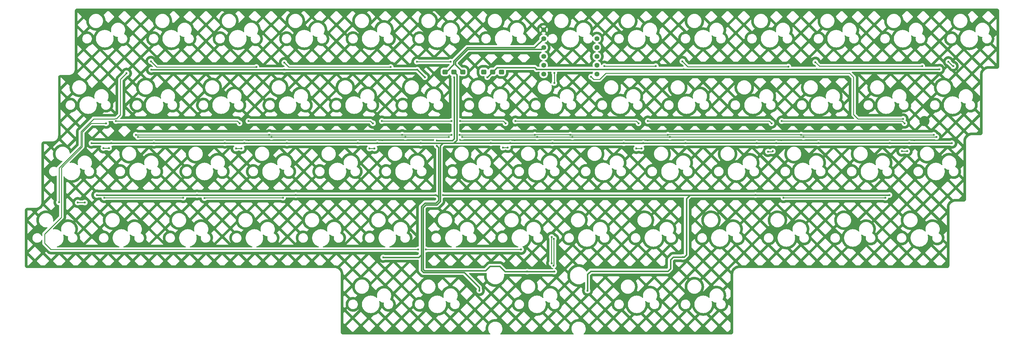
<source format=gbl>
G04 #@! TF.GenerationSoftware,KiCad,Pcbnew,(6.0.6-0)*
G04 #@! TF.CreationDate,2022-08-15T11:25:08-07:00*
G04 #@! TF.ProjectId,purple-owl,70757270-6c65-42d6-9f77-6c2e6b696361,1.0*
G04 #@! TF.SameCoordinates,Original*
G04 #@! TF.FileFunction,Copper,L2,Bot*
G04 #@! TF.FilePolarity,Positive*
%FSLAX46Y46*%
G04 Gerber Fmt 4.6, Leading zero omitted, Abs format (unit mm)*
G04 Created by KiCad (PCBNEW (6.0.6-0)) date 2022-08-15 11:25:08*
%MOMM*%
%LPD*%
G01*
G04 APERTURE LIST*
G04 Aperture macros list*
%AMRoundRect*
0 Rectangle with rounded corners*
0 $1 Rounding radius*
0 $2 $3 $4 $5 $6 $7 $8 $9 X,Y pos of 4 corners*
0 Add a 4 corners polygon primitive as box body*
4,1,4,$2,$3,$4,$5,$6,$7,$8,$9,$2,$3,0*
0 Add four circle primitives for the rounded corners*
1,1,$1+$1,$2,$3*
1,1,$1+$1,$4,$5*
1,1,$1+$1,$6,$7*
1,1,$1+$1,$8,$9*
0 Add four rect primitives between the rounded corners*
20,1,$1+$1,$2,$3,$4,$5,0*
20,1,$1+$1,$4,$5,$6,$7,0*
20,1,$1+$1,$6,$7,$8,$9,0*
20,1,$1+$1,$8,$9,$2,$3,0*%
G04 Aperture macros list end*
G04 #@! TA.AperFunction,ComponentPad*
%ADD10C,1.400000*%
G04 #@! TD*
G04 #@! TA.AperFunction,ComponentPad*
%ADD11RoundRect,0.350000X0.400000X-0.350000X0.400000X0.350000X-0.400000X0.350000X-0.400000X-0.350000X0*%
G04 #@! TD*
G04 #@! TA.AperFunction,ViaPad*
%ADD12C,0.600000*%
G04 #@! TD*
G04 #@! TA.AperFunction,Conductor*
%ADD13C,0.254000*%
G04 #@! TD*
G04 #@! TA.AperFunction,Conductor*
%ADD14C,0.381000*%
G04 #@! TD*
G04 APERTURE END LIST*
D10*
G04 #@! TO.P,U9,12,A2*
G04 #@! TO.N,unconnected-(U9-Pad12)*
X226695000Y-95210546D03*
G04 #@! TO.P,U9,11,A3*
G04 #@! TO.N,unconnected-(U9-Pad11)*
X226695000Y-97750546D03*
G04 #@! TO.P,U9,10,SDA*
G04 #@! TO.N,unconnected-(U9-Pad10)*
X226695000Y-100290546D03*
G04 #@! TO.P,U9,9,SCL*
G04 #@! TO.N,unconnected-(U9-Pad9)*
X226695000Y-102830546D03*
G04 #@! TO.P,U9,8,TX*
G04 #@! TO.N,RGB*
X226695000Y-105370546D03*
G04 #@! TO.P,U9,7,RX*
G04 #@! TO.N,LD*
X211455000Y-105370546D03*
G04 #@! TO.P,U9,6,SCK*
G04 #@! TO.N,CLK*
X211455000Y-102830546D03*
G04 #@! TO.P,U9,5,MISO*
G04 #@! TO.N,DAT*
X211455000Y-100290546D03*
G04 #@! TO.P,U9,4,MOSI*
G04 #@! TO.N,SRC1_3V3*
X211455000Y-97750546D03*
G04 #@! TO.P,U9,3,3V3*
G04 #@! TO.N,SRC0_3V3*
X211455000Y-95210546D03*
G04 #@! TO.P,U9,2,GND*
G04 #@! TO.N,GND*
X211455000Y-92670546D03*
G04 #@! TD*
D11*
G04 #@! TO.P,JP1,1,A*
G04 #@! TO.N,SRC0_3V3*
X183197500Y-104775000D03*
G04 #@! TO.P,JP1,2,C*
G04 #@! TO.N,+3V3*
X185737500Y-104775000D03*
G04 #@! TO.P,JP1,3,B*
G04 #@! TO.N,SRC1_3V3*
X188277500Y-104775000D03*
G04 #@! TD*
G04 #@! TO.P,JP2,1,A*
G04 #@! TO.N,+3V3*
X194310000Y-104775000D03*
G04 #@! TO.P,JP2,2,C*
G04 #@! TO.N,VCC*
X196850000Y-104775000D03*
G04 #@! TO.P,JP2,3,B*
G04 #@! TO.N,unconnected-(JP2-Pad3)*
X199390000Y-104775000D03*
G04 #@! TD*
D12*
G04 #@! TO.N,Net-(D12-Pad2)*
X72599174Y-142191550D03*
G04 #@! TO.N,GND*
X88900000Y-124206000D03*
X127000000Y-124333000D03*
X165227000Y-124333000D03*
X203200000Y-124333000D03*
X241300000Y-124333000D03*
X279527000Y-124333000D03*
X320548000Y-118872000D03*
X317627000Y-124333000D03*
G04 #@! TO.N,VCC*
X83439000Y-140081000D03*
X112141000Y-140081000D03*
X289687000Y-104013000D03*
X209423000Y-104013000D03*
X185801000Y-106299000D03*
X310515000Y-140081000D03*
X224022401Y-167513000D03*
X193040000Y-167513000D03*
X177419000Y-106299000D03*
X99060000Y-104140000D03*
X324866000Y-104013000D03*
X180848000Y-124460000D03*
X251587000Y-104013000D03*
X251333000Y-157861000D03*
X182626000Y-140081000D03*
X272161000Y-140081000D03*
X180848000Y-125984000D03*
X195326000Y-106299000D03*
X137160000Y-104140000D03*
X180467000Y-140081000D03*
X175260000Y-104140000D03*
X165481000Y-157988000D03*
X140462000Y-140081000D03*
G04 #@! TO.N,Net-(D1-Pad2)*
X251206000Y-101727000D03*
X281559000Y-103251000D03*
G04 #@! TO.N,RGB*
X243586000Y-103124000D03*
X228854000Y-103124000D03*
G04 #@! TO.N,Net-(D2-Pad2)*
X289306000Y-101981000D03*
X319913000Y-103124000D03*
G04 #@! TO.N,Net-(D3-Pad2)*
X328803000Y-103124000D03*
X327406000Y-101854000D03*
G04 #@! TO.N,Net-(D4-Pad2)*
X309372000Y-140843000D03*
X280162000Y-140843000D03*
G04 #@! TO.N,Net-(D10-Pad2)*
X136779000Y-140843000D03*
X114300000Y-140970000D03*
G04 #@! TO.N,Net-(D11-Pad2)*
X85598000Y-140843000D03*
X108204000Y-140843000D03*
G04 #@! TO.N,Net-(D12-Pad2)*
X91948000Y-105156000D03*
X77978000Y-142240000D03*
X80010000Y-142240000D03*
G04 #@! TO.N,Net-(D13-Pad2)*
X129159000Y-103378000D03*
X98933000Y-101727000D03*
G04 #@! TO.N,Net-(D14-Pad2)*
X137160000Y-102108000D03*
X167640000Y-103378000D03*
G04 #@! TO.N,Net-(D15-Pad2)*
X184785000Y-101854000D03*
X175133000Y-101854000D03*
G04 #@! TO.N,+3V3*
X120142000Y-125222000D03*
X272542000Y-125222000D03*
X163830000Y-125222000D03*
X316230000Y-125222000D03*
X196342000Y-125222000D03*
X310642000Y-125222000D03*
X290195000Y-125222000D03*
X158242000Y-125222000D03*
X81915000Y-125222000D03*
X176276000Y-125222000D03*
X125730000Y-125222000D03*
X234442000Y-125222000D03*
X99822000Y-125222000D03*
X87630000Y-125222000D03*
X206756000Y-162052000D03*
X252095000Y-125222000D03*
X201930000Y-125222000D03*
X214503000Y-162052000D03*
X278130000Y-125222000D03*
X328422000Y-125222000D03*
X213995000Y-125222000D03*
X137922000Y-125222000D03*
X240030000Y-125222000D03*
G04 #@! TO.N,Net-(RN2-Pad4)*
X314071000Y-127508000D03*
X315595000Y-127508000D03*
G04 #@! TO.N,Net-(RN8-Pad4)*
X199771000Y-126492000D03*
X201189458Y-126464221D03*
G04 #@! TO.N,LD*
X285877000Y-123444000D03*
X133477000Y-123444000D03*
X171831000Y-123444000D03*
X219710000Y-123444000D03*
X184277000Y-123444000D03*
X188087000Y-123444000D03*
X214376000Y-152654000D03*
X209595992Y-123441782D03*
X323977000Y-123444000D03*
X95250000Y-123444000D03*
X214313704Y-160318935D03*
X247650000Y-123444000D03*
G04 #@! TO.N,CLK*
X285242000Y-122809000D03*
X213741000Y-152146000D03*
X247015000Y-122809000D03*
X208915000Y-122809000D03*
X185039000Y-122809000D03*
X170942000Y-122809000D03*
X323215000Y-122809000D03*
X219075000Y-122809000D03*
X94615000Y-122809000D03*
X187325000Y-122809000D03*
X213741000Y-159639000D03*
X132842000Y-122809000D03*
G04 #@! TO.N,DAT*
X314452000Y-118237000D03*
X225044000Y-106172000D03*
G04 #@! TO.N,Net-(U1-Pad10)*
X279654000Y-118872000D03*
X314833000Y-119507000D03*
G04 #@! TO.N,Net-(U2-Pad10)*
X241300000Y-118872000D03*
X276733000Y-119507000D03*
G04 #@! TO.N,Net-(U3-Pad10)*
X238633000Y-119507000D03*
X203327000Y-118872000D03*
G04 #@! TO.N,/DS4*
X185039000Y-118872000D03*
X187498000Y-118872000D03*
X200533000Y-119507000D03*
X165100000Y-118872000D03*
G04 #@! TO.N,Net-(U5-Pad10)*
X162560000Y-119507000D03*
X126873000Y-118872000D03*
G04 #@! TO.N,Net-(U6-Pad10)*
X88900000Y-118872000D03*
X124333000Y-119507000D03*
G04 #@! TO.N,Net-(U7-Pad10)*
X177673000Y-155702000D03*
X86106000Y-119507000D03*
X175514000Y-155702000D03*
X204978000Y-155702000D03*
G04 #@! TO.N,Net-(RN4-Pad4)*
X275717000Y-127635000D03*
X277114000Y-127508000D03*
G04 #@! TO.N,Net-(RN6-Pad4)*
X239478497Y-126749449D03*
X237998000Y-126746000D03*
G04 #@! TO.N,Net-(RN7-Pad5)*
X214503000Y-105029000D03*
X214503000Y-107950000D03*
G04 #@! TO.N,Net-(RN10-Pad4)*
X163012348Y-126741857D03*
X161544000Y-126746000D03*
G04 #@! TO.N,Net-(RN12-Pad4)*
X124907986Y-126739324D03*
X123317000Y-126746000D03*
G04 #@! TO.N,Net-(RN14-Pad4)*
X85344000Y-126619000D03*
X86949010Y-126620829D03*
G04 #@! TD*
D13*
G04 #@! TO.N,Net-(D3-Pad2)*
X328803000Y-103124000D02*
X328676000Y-103124000D01*
X328676000Y-103124000D02*
X327406000Y-101854000D01*
G04 #@! TO.N,Net-(D12-Pad2)*
X90170000Y-106934000D02*
X90170000Y-117094000D01*
X90170000Y-117094000D02*
X89039000Y-118225000D01*
X88632003Y-118225000D02*
X88620003Y-118237000D01*
X89039000Y-118225000D02*
X88632003Y-118225000D01*
X91948000Y-105156000D02*
X90170000Y-106934000D01*
X88620003Y-118237000D02*
X82519184Y-118237000D01*
X82519184Y-118237000D02*
X78867000Y-121889184D01*
X78867000Y-121889184D02*
X78867000Y-126080184D01*
X78867000Y-126080184D02*
X72599174Y-132348010D01*
X72599174Y-132348010D02*
X72599174Y-142191550D01*
D14*
G04 #@! TO.N,VCC*
X188722000Y-162306000D02*
X193040000Y-166624000D01*
X83439000Y-140081000D02*
X112141000Y-140081000D01*
X181356000Y-126492000D02*
X181356000Y-126746000D01*
X176403001Y-145161000D02*
X176403001Y-157225999D01*
X185801000Y-123952000D02*
X185801000Y-106299000D01*
X224022401Y-162819599D02*
X224022401Y-167513000D01*
X208915000Y-103505000D02*
X198120000Y-103505000D01*
X224917000Y-161925000D02*
X224022401Y-162819599D01*
X247777000Y-158623000D02*
X247777000Y-161163000D01*
X180467000Y-140081000D02*
X180721000Y-140081000D01*
X198120000Y-103505000D02*
X196850000Y-104775000D01*
X181356000Y-140716000D02*
X181356000Y-141605000D01*
X247777000Y-161163000D02*
X247015000Y-161925000D01*
X251587000Y-104013000D02*
X289687000Y-104013000D01*
X180848000Y-125984000D02*
X181356000Y-126492000D01*
X251714000Y-157861000D02*
X251333000Y-157861000D01*
X176403000Y-143426580D02*
X176403001Y-145161000D01*
X177038000Y-162306000D02*
X188722000Y-162306000D01*
X247015000Y-161925000D02*
X224917000Y-161925000D01*
X195326000Y-106299000D02*
X196850000Y-104775000D01*
X181356000Y-126746000D02*
X181356000Y-140716000D01*
X255905000Y-140081000D02*
X272161000Y-140081000D01*
X209423000Y-104013000D02*
X208915000Y-103505000D01*
X289687000Y-104013000D02*
X324866000Y-104013000D01*
X209423000Y-104013000D02*
X251587000Y-104013000D01*
X248539000Y-157861000D02*
X247777000Y-158623000D01*
X112141000Y-140081000D02*
X140462000Y-140081000D01*
X180594000Y-142367000D02*
X180467000Y-142367000D01*
X176403001Y-157225999D02*
X176403001Y-161671001D01*
X99060000Y-104140000D02*
X137160000Y-104140000D01*
X185293000Y-124460000D02*
X185801000Y-123952000D01*
X252349000Y-157226000D02*
X251714000Y-157861000D01*
X176403001Y-161671001D02*
X177038000Y-162306000D01*
X140462000Y-140081000D02*
X180467000Y-140081000D01*
X176022000Y-157607000D02*
X175641000Y-157988000D01*
X252349000Y-141097000D02*
X252349000Y-157226000D01*
X182626000Y-140081000D02*
X255905000Y-140081000D01*
X180721000Y-140081000D02*
X181356000Y-140716000D01*
X180848000Y-124460000D02*
X185293000Y-124460000D01*
X176403001Y-157225999D02*
X176022000Y-157607000D01*
X175641000Y-157988000D02*
X165481000Y-157988000D01*
X177419000Y-106299000D02*
X175260000Y-104140000D01*
X180467000Y-142367000D02*
X177462579Y-142367001D01*
X251333000Y-157861000D02*
X248539000Y-157861000D01*
X255905000Y-140081000D02*
X253365000Y-140081000D01*
X272161000Y-140081000D02*
X310515000Y-140081000D01*
X253365000Y-140081000D02*
X252349000Y-141097000D01*
X177462579Y-142367001D02*
X176403000Y-143426580D01*
X193040000Y-166624000D02*
X193040000Y-167513000D01*
X137160000Y-104140000D02*
X175260000Y-104140000D01*
X181356000Y-141605000D02*
X180594000Y-142367000D01*
D13*
G04 #@! TO.N,Net-(D1-Pad2)*
X252730000Y-103251000D02*
X281559000Y-103251000D01*
X251206000Y-101727000D02*
X252730000Y-103251000D01*
G04 #@! TO.N,RGB*
X243586000Y-103124000D02*
X228854000Y-103124000D01*
G04 #@! TO.N,Net-(D2-Pad2)*
X289306000Y-101981000D02*
X290449000Y-103124000D01*
X290449000Y-103124000D02*
X319913000Y-103124000D01*
G04 #@! TO.N,Net-(D4-Pad2)*
X284734000Y-140843000D02*
X280162000Y-140843000D01*
X309372000Y-140843000D02*
X284734000Y-140843000D01*
G04 #@! TO.N,Net-(D10-Pad2)*
X114300000Y-140970000D02*
X114427000Y-140843000D01*
X114427000Y-140843000D02*
X136779000Y-140843000D01*
G04 #@! TO.N,Net-(D11-Pad2)*
X108204000Y-140843000D02*
X85598000Y-140843000D01*
G04 #@! TO.N,Net-(D12-Pad2)*
X80010000Y-142240000D02*
X77978000Y-142240000D01*
G04 #@! TO.N,Net-(D13-Pad2)*
X98933000Y-101727000D02*
X100584000Y-103378000D01*
X100584000Y-103378000D02*
X129159000Y-103378000D01*
G04 #@! TO.N,Net-(D14-Pad2)*
X137160000Y-102108000D02*
X138430000Y-103378000D01*
X138430000Y-103378000D02*
X167640000Y-103378000D01*
G04 #@! TO.N,Net-(D15-Pad2)*
X175133000Y-101854000D02*
X184785000Y-101854000D01*
D14*
G04 #@! TO.N,SRC0_3V3*
X183515000Y-104775000D02*
X185674000Y-102616000D01*
X185674001Y-101643579D02*
X189527580Y-97790000D01*
X183197500Y-104775000D02*
X183515000Y-104775000D01*
X208875546Y-97790000D02*
X211455000Y-95210546D01*
X185674000Y-102616000D02*
X185674001Y-101643579D01*
X189527580Y-97790000D02*
X208875546Y-97790000D01*
G04 #@! TO.N,+3V3*
X182626000Y-125222000D02*
X196342000Y-125222000D01*
X186563000Y-124333000D02*
X185674000Y-125222000D01*
X276860000Y-125222000D02*
X278130000Y-125222000D01*
X272542000Y-125222000D02*
X276860000Y-125222000D01*
X120142000Y-125222000D02*
X99822000Y-125222000D01*
X252095000Y-125222000D02*
X272542000Y-125222000D01*
X176911000Y-143637000D02*
X176911000Y-161417000D01*
X180848000Y-142875000D02*
X177673000Y-142875000D01*
X310642000Y-125222000D02*
X316230000Y-125222000D01*
X206629000Y-162052000D02*
X206756000Y-162052000D01*
X87630000Y-125222000D02*
X81915000Y-125222000D01*
X176276000Y-125222000D02*
X163830000Y-125222000D01*
X196088000Y-160528000D02*
X198882000Y-160528000D01*
X198882000Y-160528000D02*
X200406000Y-162052000D01*
X234442000Y-125222000D02*
X240030000Y-125222000D01*
X290195000Y-125222000D02*
X310642000Y-125222000D01*
X137922000Y-125222000D02*
X125730000Y-125222000D01*
X181864000Y-141859000D02*
X180848000Y-142875000D01*
X316230000Y-125222000D02*
X328422000Y-125222000D01*
X177292000Y-161798000D02*
X194818000Y-161798000D01*
X181864000Y-125984000D02*
X181864000Y-141859000D01*
X194818000Y-161798000D02*
X196088000Y-160528000D01*
X125730000Y-125222000D02*
X120142000Y-125222000D01*
X240030000Y-125222000D02*
X252095000Y-125222000D01*
X182626000Y-125222000D02*
X181864000Y-125984000D01*
X200787000Y-162052000D02*
X206629000Y-162052000D01*
X196342000Y-125222000D02*
X201930000Y-125222000D01*
X177673000Y-142875000D02*
X176911000Y-143637000D01*
X185737500Y-104775000D02*
X186563000Y-105600500D01*
X163830000Y-125222000D02*
X158242000Y-125222000D01*
X201930000Y-125222000D02*
X213995000Y-125222000D01*
X185674000Y-125222000D02*
X182626000Y-125222000D01*
X182626000Y-125222000D02*
X176403000Y-125222000D01*
X176911000Y-161417000D02*
X177292000Y-161798000D01*
X200406000Y-162052000D02*
X200787000Y-162052000D01*
X99822000Y-125222000D02*
X87630000Y-125222000D01*
X158242000Y-125222000D02*
X137922000Y-125222000D01*
X206756000Y-162052000D02*
X214503000Y-162052000D01*
X278130000Y-125222000D02*
X290195000Y-125222000D01*
X186563000Y-105600500D02*
X186563000Y-124333000D01*
X213995000Y-125222000D02*
X234442000Y-125222000D01*
X176403000Y-125222000D02*
X176276000Y-125222000D01*
G04 #@! TO.N,SRC1_3V3*
X186182000Y-102679500D02*
X188277500Y-104775000D01*
X211455000Y-97750546D02*
X210907547Y-98297999D01*
X186182000Y-101854000D02*
X186182000Y-102679500D01*
X189738000Y-98298000D02*
X186182000Y-101854000D01*
X210907547Y-98297999D02*
X189738000Y-98298000D01*
D13*
G04 #@! TO.N,Net-(RN2-Pad4)*
X315595000Y-127508000D02*
X314071000Y-127508000D01*
G04 #@! TO.N,Net-(RN8-Pad4)*
X199798779Y-126464221D02*
X199771000Y-126492000D01*
X201189458Y-126464221D02*
X199798779Y-126464221D01*
G04 #@! TO.N,LD*
X271653000Y-123444000D02*
X285877000Y-123444000D01*
X171831000Y-123444000D02*
X184277000Y-123444000D01*
X258826000Y-123444000D02*
X271653000Y-123444000D01*
X247650000Y-123444000D02*
X258826000Y-123444000D01*
X133477000Y-123444000D02*
X171831000Y-123444000D01*
X209595992Y-123441782D02*
X209598210Y-123444000D01*
X219710000Y-123444000D02*
X225425000Y-123444000D01*
X214388000Y-152666000D02*
X214388000Y-160244639D01*
X285877000Y-123444000D02*
X291846000Y-123444000D01*
X95250000Y-123444000D02*
X133477000Y-123444000D01*
X225425000Y-123444000D02*
X247650000Y-123444000D01*
X188087000Y-123444000D02*
X188099000Y-123456000D01*
X214388000Y-160244639D02*
X214313704Y-160318935D01*
X214376000Y-152654000D02*
X214388000Y-152666000D01*
X209581774Y-123456000D02*
X209595992Y-123441782D01*
X291846000Y-123444000D02*
X323977000Y-123444000D01*
X188099000Y-123456000D02*
X209581774Y-123456000D01*
X209598210Y-123444000D02*
X219075000Y-123444000D01*
X219075000Y-123444000D02*
X219710000Y-123444000D01*
G04 #@! TO.N,CLK*
X213741000Y-152146000D02*
X213729000Y-152158000D01*
X208915000Y-122809000D02*
X187325000Y-122809000D01*
X247015000Y-122809000D02*
X247027000Y-122797000D01*
X208929218Y-122794782D02*
X208915000Y-122809000D01*
X219342997Y-122797000D02*
X219354997Y-122809000D01*
X247027000Y-122797000D02*
X285230000Y-122797000D01*
X285230000Y-122797000D02*
X285242000Y-122809000D01*
X310769000Y-122809000D02*
X285242000Y-122809000D01*
X185039000Y-122809000D02*
X170942000Y-122809000D01*
X213729000Y-159627000D02*
X213741000Y-159639000D01*
X213729000Y-152158000D02*
X213729000Y-159627000D01*
X132842000Y-122809000D02*
X94615000Y-122809000D01*
X219087000Y-122797000D02*
X219342997Y-122797000D01*
X323215000Y-122809000D02*
X310769000Y-122809000D01*
X219075000Y-122809000D02*
X219087000Y-122797000D01*
X219354997Y-122809000D02*
X247015000Y-122809000D01*
X219060782Y-122794782D02*
X208929218Y-122794782D01*
X219075000Y-122809000D02*
X219060782Y-122794782D01*
X170942000Y-122809000D02*
X132842000Y-122809000D01*
G04 #@! TO.N,DAT*
X299085000Y-105156000D02*
X300228000Y-106299000D01*
X225044000Y-106172000D02*
X225806000Y-106934000D01*
X300228000Y-106299000D02*
X300228000Y-116967000D01*
X229235000Y-105156000D02*
X299085000Y-105156000D01*
X227457000Y-106934000D02*
X229235000Y-105156000D01*
X300228000Y-116967000D02*
X301498000Y-118237000D01*
X225806000Y-106934000D02*
X227457000Y-106934000D01*
X301498000Y-118237000D02*
X314452000Y-118237000D01*
G04 #@! TO.N,Net-(U1-Pad10)*
X314198000Y-118872000D02*
X279654000Y-118872000D01*
X314833000Y-119507000D02*
X314198000Y-118872000D01*
G04 #@! TO.N,Net-(U2-Pad10)*
X276098000Y-118872000D02*
X276733000Y-119507000D01*
X241300000Y-118872000D02*
X276098000Y-118872000D01*
G04 #@! TO.N,Net-(U3-Pad10)*
X203327000Y-118872000D02*
X237998000Y-118872000D01*
X237998000Y-118872000D02*
X238633000Y-119507000D01*
G04 #@! TO.N,/DS4*
X187498000Y-118872000D02*
X199898000Y-118872000D01*
X165100000Y-118872000D02*
X185039000Y-118872000D01*
X199898000Y-118872000D02*
X200533000Y-119507000D01*
G04 #@! TO.N,Net-(U5-Pad10)*
X126873000Y-118872000D02*
X161798000Y-118872000D01*
X162052000Y-119126000D02*
X162433000Y-119507000D01*
X161798000Y-118872000D02*
X162052000Y-119126000D01*
X162433000Y-119507000D02*
X162560000Y-119507000D01*
G04 #@! TO.N,Net-(U6-Pad10)*
X88900000Y-118872000D02*
X123698000Y-118872000D01*
X123698000Y-118872000D02*
X124333000Y-119507000D01*
G04 #@! TO.N,Net-(U7-Pad10)*
X81788000Y-119507000D02*
X79248000Y-122047000D01*
X86106000Y-119507000D02*
X81788000Y-119507000D01*
X68453000Y-153924000D02*
X70231000Y-155702000D01*
X79248000Y-122047000D02*
X79248000Y-126238000D01*
X204978000Y-155702000D02*
X177673000Y-155702000D01*
X73279000Y-146431000D02*
X68453000Y-151257000D01*
X79248000Y-126238000D02*
X73279000Y-132207000D01*
X68453000Y-151257000D02*
X68453000Y-153924000D01*
X73279000Y-132207000D02*
X73279000Y-146431000D01*
X70231000Y-155702000D02*
X175514000Y-155702000D01*
G04 #@! TO.N,Net-(RN4-Pad4)*
X276987000Y-127635000D02*
X277114000Y-127508000D01*
X275717000Y-127635000D02*
X276987000Y-127635000D01*
G04 #@! TO.N,Net-(RN6-Pad4)*
X239478497Y-126749449D02*
X238001449Y-126749449D01*
X238001449Y-126749449D02*
X237998000Y-126746000D01*
G04 #@! TO.N,Net-(RN7-Pad5)*
X214503000Y-107950000D02*
X214503000Y-105029000D01*
G04 #@! TO.N,Net-(RN10-Pad4)*
X163012348Y-126741857D02*
X161548143Y-126741857D01*
X161548143Y-126741857D02*
X161544000Y-126746000D01*
G04 #@! TO.N,Net-(RN12-Pad4)*
X124907986Y-126739324D02*
X123323676Y-126739324D01*
X123323676Y-126739324D02*
X123317000Y-126746000D01*
G04 #@! TO.N,Net-(RN14-Pad4)*
X85345829Y-126620829D02*
X85344000Y-126619000D01*
X86949010Y-126620829D02*
X85345829Y-126620829D01*
G04 #@! TD*
G04 #@! TA.AperFunction,Conductor*
G04 #@! TO.N,GND*
G36*
X341282518Y-86631875D02*
G01*
X341297352Y-86634185D01*
X341297355Y-86634185D01*
X341306224Y-86635566D01*
X341315126Y-86634402D01*
X341315250Y-86634386D01*
X341345692Y-86634115D01*
X341358571Y-86635566D01*
X341450181Y-86645888D01*
X341477688Y-86652167D01*
X341595064Y-86693239D01*
X341620479Y-86705477D01*
X341725785Y-86771645D01*
X341747838Y-86789233D01*
X341835767Y-86877162D01*
X341853355Y-86899215D01*
X341919523Y-87004521D01*
X341931761Y-87029936D01*
X341972833Y-87147312D01*
X341979112Y-87174820D01*
X341990143Y-87272726D01*
X341990048Y-87288368D01*
X341990925Y-87288379D01*
X341990815Y-87297351D01*
X341989434Y-87306224D01*
X341990598Y-87315126D01*
X341990598Y-87315128D01*
X341993561Y-87337783D01*
X341994625Y-87354121D01*
X341994625Y-103138133D01*
X341993125Y-103157518D01*
X341992540Y-103161279D01*
X341989434Y-103181224D01*
X341990598Y-103190126D01*
X341990614Y-103190250D01*
X341990885Y-103220693D01*
X341979112Y-103325181D01*
X341972833Y-103352688D01*
X341931761Y-103470064D01*
X341919523Y-103495479D01*
X341853355Y-103600785D01*
X341835767Y-103622838D01*
X341747838Y-103710767D01*
X341725785Y-103728355D01*
X341620479Y-103794523D01*
X341595064Y-103806761D01*
X341477688Y-103847833D01*
X341450180Y-103854112D01*
X341352274Y-103865143D01*
X341336632Y-103865048D01*
X341336621Y-103865925D01*
X341327649Y-103865815D01*
X341318776Y-103864434D01*
X341309874Y-103865598D01*
X341309872Y-103865598D01*
X341294939Y-103867551D01*
X341287214Y-103868561D01*
X341270879Y-103869625D01*
X338984489Y-103869625D01*
X338963590Y-103867880D01*
X338958566Y-103867035D01*
X338943780Y-103864548D01*
X338938916Y-103864489D01*
X338938915Y-103864489D01*
X338937811Y-103864476D01*
X338931228Y-103864396D01*
X338926419Y-103865085D01*
X338926415Y-103865085D01*
X338924532Y-103865355D01*
X338923250Y-103865539D01*
X338914386Y-103866490D01*
X338688807Y-103882633D01*
X338684417Y-103883588D01*
X338684411Y-103883589D01*
X338455713Y-103933346D01*
X338455707Y-103933348D01*
X338451321Y-103934302D01*
X338447110Y-103935873D01*
X338447109Y-103935873D01*
X338375568Y-103962558D01*
X338223605Y-104019242D01*
X338075290Y-104100231D01*
X338015248Y-104133018D01*
X338010294Y-104135723D01*
X338006694Y-104138418D01*
X337819332Y-104278677D01*
X337819327Y-104278681D01*
X337815730Y-104281374D01*
X337643874Y-104453230D01*
X337641181Y-104456827D01*
X337641177Y-104456832D01*
X337537373Y-104595496D01*
X337498223Y-104647794D01*
X337496068Y-104651740D01*
X337496067Y-104651742D01*
X337491600Y-104659922D01*
X337381742Y-104861105D01*
X337338980Y-104975745D01*
X337299196Y-105082404D01*
X337296802Y-105088821D01*
X337295848Y-105093207D01*
X337295846Y-105093213D01*
X337247837Y-105313878D01*
X337245133Y-105326307D01*
X337244812Y-105330793D01*
X337230320Y-105533307D01*
X337228896Y-105545209D01*
X337227050Y-105556176D01*
X337226896Y-105568728D01*
X337227586Y-105573547D01*
X337227586Y-105573548D01*
X337230853Y-105596367D01*
X337232125Y-105614224D01*
X337232125Y-122188133D01*
X337230625Y-122207518D01*
X337226934Y-122231224D01*
X337228098Y-122240126D01*
X337228114Y-122240250D01*
X337228385Y-122270693D01*
X337216612Y-122375181D01*
X337210333Y-122402688D01*
X337169261Y-122520064D01*
X337157023Y-122545479D01*
X337090855Y-122650785D01*
X337073267Y-122672838D01*
X336985338Y-122760767D01*
X336963285Y-122778355D01*
X336857979Y-122844523D01*
X336832564Y-122856761D01*
X336715188Y-122897833D01*
X336687680Y-122904112D01*
X336589774Y-122915143D01*
X336574132Y-122915048D01*
X336574121Y-122915925D01*
X336565149Y-122915815D01*
X336556276Y-122914434D01*
X336547374Y-122915598D01*
X336547372Y-122915598D01*
X336536385Y-122917035D01*
X336524714Y-122918561D01*
X336508379Y-122919625D01*
X334221989Y-122919625D01*
X334201090Y-122917880D01*
X334196066Y-122917035D01*
X334181280Y-122914548D01*
X334176416Y-122914489D01*
X334176415Y-122914489D01*
X334175311Y-122914476D01*
X334168728Y-122914396D01*
X334163919Y-122915085D01*
X334163915Y-122915085D01*
X334162032Y-122915355D01*
X334160750Y-122915539D01*
X334151886Y-122916490D01*
X333926307Y-122932633D01*
X333921917Y-122933588D01*
X333921911Y-122933589D01*
X333693213Y-122983346D01*
X333693207Y-122983348D01*
X333688821Y-122984302D01*
X333684610Y-122985873D01*
X333684609Y-122985873D01*
X333660816Y-122994748D01*
X333461105Y-123069242D01*
X333301682Y-123156297D01*
X333252748Y-123183018D01*
X333247794Y-123185723D01*
X333244194Y-123188418D01*
X333056832Y-123328677D01*
X333056827Y-123328681D01*
X333053230Y-123331374D01*
X332881374Y-123503230D01*
X332878681Y-123506827D01*
X332878677Y-123506832D01*
X332754690Y-123672458D01*
X332735723Y-123697794D01*
X332733568Y-123701740D01*
X332733567Y-123701742D01*
X332729100Y-123709922D01*
X332619242Y-123911105D01*
X332597172Y-123970272D01*
X332549801Y-124097271D01*
X332534302Y-124138821D01*
X332533348Y-124143207D01*
X332533346Y-124143213D01*
X332494435Y-124322060D01*
X332482633Y-124376307D01*
X332482312Y-124380793D01*
X332467820Y-124583307D01*
X332466396Y-124595209D01*
X332464550Y-124606176D01*
X332464396Y-124618728D01*
X332465086Y-124623547D01*
X332465086Y-124623548D01*
X332468353Y-124646367D01*
X332469625Y-124664224D01*
X332469625Y-141238133D01*
X332468125Y-141257518D01*
X332464434Y-141281224D01*
X332465598Y-141290126D01*
X332465614Y-141290250D01*
X332465885Y-141320692D01*
X332464453Y-141333401D01*
X332454112Y-141425181D01*
X332447833Y-141452688D01*
X332406761Y-141570064D01*
X332394523Y-141595479D01*
X332328355Y-141700785D01*
X332310767Y-141722838D01*
X332222838Y-141810767D01*
X332200785Y-141828355D01*
X332095479Y-141894523D01*
X332070064Y-141906761D01*
X331952688Y-141947833D01*
X331925180Y-141954112D01*
X331827274Y-141965143D01*
X331811632Y-141965048D01*
X331811621Y-141965925D01*
X331802649Y-141965815D01*
X331793776Y-141964434D01*
X331784874Y-141965598D01*
X331784872Y-141965598D01*
X331773885Y-141967035D01*
X331762214Y-141968561D01*
X331745879Y-141969625D01*
X329459489Y-141969625D01*
X329438590Y-141967880D01*
X329433566Y-141967035D01*
X329418780Y-141964548D01*
X329413916Y-141964489D01*
X329413915Y-141964489D01*
X329412811Y-141964476D01*
X329406228Y-141964396D01*
X329401419Y-141965085D01*
X329401415Y-141965085D01*
X329399532Y-141965355D01*
X329398250Y-141965539D01*
X329389386Y-141966490D01*
X329163807Y-141982633D01*
X329159417Y-141983588D01*
X329159411Y-141983589D01*
X328930713Y-142033346D01*
X328930707Y-142033348D01*
X328926321Y-142034302D01*
X328922110Y-142035873D01*
X328922109Y-142035873D01*
X328887126Y-142048922D01*
X328698605Y-142119242D01*
X328549173Y-142200841D01*
X328490248Y-142233018D01*
X328485294Y-142235723D01*
X328481694Y-142238418D01*
X328294332Y-142378677D01*
X328294327Y-142378681D01*
X328290730Y-142381374D01*
X328118874Y-142553230D01*
X328116181Y-142556827D01*
X328116177Y-142556832D01*
X328014459Y-142692710D01*
X327973223Y-142747794D01*
X327971068Y-142751740D01*
X327971067Y-142751742D01*
X327966600Y-142759922D01*
X327856742Y-142961105D01*
X327771802Y-143188821D01*
X327770848Y-143193207D01*
X327770846Y-143193213D01*
X327724690Y-143405360D01*
X327720133Y-143426307D01*
X327719812Y-143430793D01*
X327705320Y-143633307D01*
X327703896Y-143645209D01*
X327702050Y-143656176D01*
X327701896Y-143668728D01*
X327702586Y-143673547D01*
X327702586Y-143673548D01*
X327705853Y-143696367D01*
X327707125Y-143714224D01*
X327707125Y-160288133D01*
X327705625Y-160307518D01*
X327704461Y-160314997D01*
X327701934Y-160331224D01*
X327703098Y-160340126D01*
X327703114Y-160340250D01*
X327703385Y-160370692D01*
X327701335Y-160388886D01*
X327691612Y-160475181D01*
X327685333Y-160502688D01*
X327644261Y-160620064D01*
X327632023Y-160645479D01*
X327565855Y-160750785D01*
X327548267Y-160772838D01*
X327460338Y-160860767D01*
X327438285Y-160878355D01*
X327332979Y-160944523D01*
X327307564Y-160956761D01*
X327190188Y-160997833D01*
X327162680Y-161004112D01*
X327064774Y-161015143D01*
X327049132Y-161015048D01*
X327049121Y-161015925D01*
X327040149Y-161015815D01*
X327031276Y-161014434D01*
X327022374Y-161015598D01*
X327022372Y-161015598D01*
X327011385Y-161017035D01*
X326999714Y-161018561D01*
X326983379Y-161019625D01*
X267546989Y-161019625D01*
X267526090Y-161017880D01*
X267524437Y-161017602D01*
X267506280Y-161014548D01*
X267501416Y-161014489D01*
X267501415Y-161014489D01*
X267500311Y-161014476D01*
X267493728Y-161014396D01*
X267488919Y-161015085D01*
X267488915Y-161015085D01*
X267487032Y-161015355D01*
X267485750Y-161015539D01*
X267476886Y-161016490D01*
X267251307Y-161032633D01*
X267246917Y-161033588D01*
X267246911Y-161033589D01*
X267018213Y-161083346D01*
X267018207Y-161083348D01*
X267013821Y-161084302D01*
X266786105Y-161169242D01*
X266620118Y-161259881D01*
X266587745Y-161277559D01*
X266572794Y-161285723D01*
X266569194Y-161288418D01*
X266381832Y-161428677D01*
X266381827Y-161428681D01*
X266378230Y-161431374D01*
X266206374Y-161603230D01*
X266203681Y-161606827D01*
X266203677Y-161606832D01*
X266099873Y-161745496D01*
X266060723Y-161797794D01*
X266058568Y-161801740D01*
X266058567Y-161801742D01*
X266042362Y-161831419D01*
X265944242Y-162011105D01*
X265859302Y-162238821D01*
X265858348Y-162243207D01*
X265858346Y-162243213D01*
X265811729Y-162457479D01*
X265807633Y-162476307D01*
X265807312Y-162480793D01*
X265792820Y-162683307D01*
X265791396Y-162695209D01*
X265789550Y-162706176D01*
X265789396Y-162718728D01*
X265790086Y-162723547D01*
X265790086Y-162723548D01*
X265793353Y-162746367D01*
X265794625Y-162764224D01*
X265794625Y-179338133D01*
X265793125Y-179357518D01*
X265789434Y-179381224D01*
X265790598Y-179390126D01*
X265790614Y-179390250D01*
X265790885Y-179420692D01*
X265788452Y-179442291D01*
X265779112Y-179525181D01*
X265772833Y-179552688D01*
X265731761Y-179670064D01*
X265719523Y-179695479D01*
X265653355Y-179800785D01*
X265635767Y-179822838D01*
X265547838Y-179910767D01*
X265525785Y-179928355D01*
X265420479Y-179994523D01*
X265395064Y-180006761D01*
X265277688Y-180047833D01*
X265250180Y-180054112D01*
X265152274Y-180065143D01*
X265136632Y-180065048D01*
X265136621Y-180065925D01*
X265127649Y-180065815D01*
X265118776Y-180064434D01*
X265109874Y-180065598D01*
X265109872Y-180065598D01*
X265098885Y-180067035D01*
X265087214Y-180068561D01*
X265070879Y-180069625D01*
X223033056Y-180069625D01*
X222964935Y-180049623D01*
X222918442Y-179995967D01*
X222908338Y-179925693D01*
X222937832Y-179861113D01*
X222945529Y-179852988D01*
X222998968Y-179801383D01*
X222998971Y-179801379D01*
X223002130Y-179798329D01*
X223177133Y-179574335D01*
X223274638Y-179405453D01*
X223317055Y-179331985D01*
X223317058Y-179331980D01*
X223319260Y-179328165D01*
X223320910Y-179324081D01*
X223320913Y-179324075D01*
X223424093Y-179068693D01*
X223424094Y-179068690D01*
X223425742Y-179064611D01*
X223494509Y-178788802D01*
X223500640Y-178730476D01*
X223523763Y-178510475D01*
X223523763Y-178510472D01*
X223524222Y-178506106D01*
X223524069Y-178501712D01*
X223514456Y-178226424D01*
X223514455Y-178226417D01*
X223514302Y-178222027D01*
X223464942Y-177942093D01*
X223463587Y-177937922D01*
X223463585Y-177937915D01*
X223378464Y-177675942D01*
X223377103Y-177671753D01*
X223374338Y-177666082D01*
X225043574Y-177666082D01*
X225053130Y-177714120D01*
X225087373Y-177765369D01*
X226631629Y-179309625D01*
X226939475Y-179309625D01*
X228483730Y-177765370D01*
X228517974Y-177714120D01*
X228527529Y-177666082D01*
X229713307Y-177666082D01*
X229722863Y-177714120D01*
X229757106Y-177765369D01*
X231301362Y-179309625D01*
X231609208Y-179309625D01*
X233153463Y-177765370D01*
X233187707Y-177714120D01*
X233197262Y-177666082D01*
X234383041Y-177666082D01*
X234392596Y-177714120D01*
X234426840Y-177765370D01*
X235971095Y-179309625D01*
X236278941Y-179309625D01*
X237823197Y-177765369D01*
X237857440Y-177714120D01*
X237866996Y-177666082D01*
X239052774Y-177666082D01*
X239062329Y-177714120D01*
X239096573Y-177765370D01*
X240640828Y-179309625D01*
X240948674Y-179309625D01*
X242492930Y-177765369D01*
X242527173Y-177714120D01*
X242536729Y-177666082D01*
X243722507Y-177666082D01*
X243732063Y-177714120D01*
X243766306Y-177765370D01*
X245310561Y-179309625D01*
X245618408Y-179309625D01*
X247162663Y-177765370D01*
X247196906Y-177714120D01*
X247206462Y-177666082D01*
X248392240Y-177666082D01*
X248401796Y-177714120D01*
X248436039Y-177765370D01*
X249980295Y-179309625D01*
X250288141Y-179309625D01*
X251832396Y-177765370D01*
X251866640Y-177714120D01*
X251876195Y-177666082D01*
X253061973Y-177666082D01*
X253071529Y-177714120D01*
X253105772Y-177765369D01*
X254650028Y-179309625D01*
X254957874Y-179309625D01*
X256502129Y-177765370D01*
X256536373Y-177714120D01*
X256545928Y-177666082D01*
X257731706Y-177666082D01*
X257741262Y-177714120D01*
X257775505Y-177765369D01*
X259319761Y-179309625D01*
X259627607Y-179309625D01*
X261171863Y-177765369D01*
X261206106Y-177714120D01*
X261215662Y-177666082D01*
X262401440Y-177666082D01*
X262410995Y-177714120D01*
X262445239Y-177765370D01*
X263989494Y-179309625D01*
X264297340Y-179309625D01*
X265034625Y-178572340D01*
X265034625Y-176759824D01*
X264242705Y-175967904D01*
X264191455Y-175933660D01*
X264143417Y-175924105D01*
X264095379Y-175933660D01*
X264044129Y-175967904D01*
X262445239Y-177566794D01*
X262410995Y-177618044D01*
X262401440Y-177666082D01*
X261215662Y-177666082D01*
X261206106Y-177618044D01*
X261171863Y-177566795D01*
X259572972Y-175967904D01*
X259521722Y-175933660D01*
X259473684Y-175924105D01*
X259425646Y-175933660D01*
X259374396Y-175967904D01*
X257775505Y-177566795D01*
X257741262Y-177618044D01*
X257731706Y-177666082D01*
X256545928Y-177666082D01*
X256536373Y-177618044D01*
X256502129Y-177566794D01*
X254903239Y-175967904D01*
X254851989Y-175933660D01*
X254803951Y-175924105D01*
X254755913Y-175933660D01*
X254704663Y-175967904D01*
X253105772Y-177566795D01*
X253071529Y-177618044D01*
X253061973Y-177666082D01*
X251876195Y-177666082D01*
X251866640Y-177618044D01*
X251832396Y-177566794D01*
X250233506Y-175967904D01*
X250182256Y-175933660D01*
X250134218Y-175924105D01*
X250086180Y-175933660D01*
X250034930Y-175967904D01*
X248436039Y-177566794D01*
X248401796Y-177618044D01*
X248392240Y-177666082D01*
X247206462Y-177666082D01*
X247196906Y-177618044D01*
X247162663Y-177566794D01*
X245563774Y-175967905D01*
X245512522Y-175933660D01*
X245464484Y-175924105D01*
X245416446Y-175933660D01*
X245365196Y-175967904D01*
X243766306Y-177566794D01*
X243732063Y-177618044D01*
X243722507Y-177666082D01*
X242536729Y-177666082D01*
X242527173Y-177618044D01*
X242492930Y-177566795D01*
X240894039Y-175967904D01*
X240842789Y-175933660D01*
X240794751Y-175924105D01*
X240746713Y-175933660D01*
X240695463Y-175967904D01*
X239096573Y-177566794D01*
X239062329Y-177618044D01*
X239052774Y-177666082D01*
X237866996Y-177666082D01*
X237857440Y-177618044D01*
X237823197Y-177566795D01*
X236224306Y-175967904D01*
X236173056Y-175933660D01*
X236125018Y-175924105D01*
X236076980Y-175933660D01*
X236025730Y-175967904D01*
X234426840Y-177566794D01*
X234392596Y-177618044D01*
X234383041Y-177666082D01*
X233197262Y-177666082D01*
X233187707Y-177618044D01*
X233153463Y-177566794D01*
X231554573Y-175967904D01*
X231503323Y-175933660D01*
X231455285Y-175924105D01*
X231407247Y-175933660D01*
X231355997Y-175967904D01*
X229757106Y-177566795D01*
X229722863Y-177618044D01*
X229713307Y-177666082D01*
X228527529Y-177666082D01*
X228517974Y-177618044D01*
X228483730Y-177566794D01*
X226884840Y-175967904D01*
X226833590Y-175933660D01*
X226785552Y-175924105D01*
X226737514Y-175933660D01*
X226686264Y-175967904D01*
X225087373Y-177566795D01*
X225053130Y-177618044D01*
X225043574Y-177666082D01*
X223374338Y-177666082D01*
X223319385Y-177553413D01*
X223252495Y-177416269D01*
X223250040Y-177412630D01*
X223250037Y-177412624D01*
X223096003Y-177184259D01*
X223095998Y-177184252D01*
X223093543Y-177180613D01*
X223076635Y-177161834D01*
X222906289Y-176972646D01*
X222906288Y-176972645D01*
X222903341Y-176969372D01*
X222685591Y-176786658D01*
X222444531Y-176636027D01*
X222184853Y-176520411D01*
X221911612Y-176442060D01*
X221907262Y-176441449D01*
X221907259Y-176441448D01*
X221802783Y-176426765D01*
X221630126Y-176402500D01*
X221417024Y-176402500D01*
X221414839Y-176402653D01*
X221414833Y-176402653D01*
X221208825Y-176417058D01*
X221208820Y-176417059D01*
X221204440Y-176417365D01*
X220926399Y-176476465D01*
X220922268Y-176477969D01*
X220922263Y-176477970D01*
X220808988Y-176519199D01*
X220659289Y-176573685D01*
X220602711Y-176603768D01*
X220412201Y-176705063D01*
X220412195Y-176705067D01*
X220408309Y-176707133D01*
X220404749Y-176709719D01*
X220404745Y-176709722D01*
X220294960Y-176789486D01*
X220178344Y-176874213D01*
X220175180Y-176877269D01*
X220175177Y-176877271D01*
X219977032Y-177068617D01*
X219977029Y-177068621D01*
X219973870Y-177071671D01*
X219798867Y-177295665D01*
X219731340Y-177412624D01*
X219666578Y-177524796D01*
X219656740Y-177541835D01*
X219655090Y-177545919D01*
X219655087Y-177545925D01*
X219551907Y-177801307D01*
X219550258Y-177805389D01*
X219549194Y-177809658D01*
X219549193Y-177809660D01*
X219526265Y-177901621D01*
X219481491Y-178081198D01*
X219481032Y-178085568D01*
X219481031Y-178085572D01*
X219453178Y-178350576D01*
X219451778Y-178363894D01*
X219451931Y-178368282D01*
X219451931Y-178368288D01*
X219459057Y-178572340D01*
X219461698Y-178647973D01*
X219462460Y-178652296D01*
X219462461Y-178652303D01*
X219485759Y-178784428D01*
X219511058Y-178927907D01*
X219512413Y-178932078D01*
X219512415Y-178932085D01*
X219554088Y-179060340D01*
X219598897Y-179198247D01*
X219723505Y-179453731D01*
X219725960Y-179457370D01*
X219725963Y-179457376D01*
X219879997Y-179685741D01*
X219880002Y-179685748D01*
X219882457Y-179689387D01*
X219885401Y-179692656D01*
X219885402Y-179692658D01*
X220035461Y-179859315D01*
X220066178Y-179923322D01*
X220057414Y-179993776D01*
X220011952Y-180048307D01*
X219941825Y-180069625D01*
X199157056Y-180069625D01*
X199088935Y-180049623D01*
X199042442Y-179995967D01*
X199032338Y-179925693D01*
X199061832Y-179861113D01*
X199069529Y-179852988D01*
X199122968Y-179801383D01*
X199122971Y-179801379D01*
X199126130Y-179798329D01*
X199301133Y-179574335D01*
X199398638Y-179405453D01*
X199441055Y-179331985D01*
X199441058Y-179331980D01*
X199443260Y-179328165D01*
X199444910Y-179324081D01*
X199444913Y-179324075D01*
X199548093Y-179068693D01*
X199548094Y-179068690D01*
X199549742Y-179064611D01*
X199618509Y-178788802D01*
X199624640Y-178730476D01*
X199647763Y-178510475D01*
X199647763Y-178510472D01*
X199648222Y-178506106D01*
X199648069Y-178501712D01*
X199638456Y-178226424D01*
X199638455Y-178226417D01*
X199638302Y-178222027D01*
X199588942Y-177942093D01*
X199587587Y-177937922D01*
X199587585Y-177937915D01*
X199502464Y-177675942D01*
X199501103Y-177671753D01*
X199498338Y-177666082D01*
X201694908Y-177666082D01*
X201704464Y-177714120D01*
X201738707Y-177765369D01*
X203282963Y-179309625D01*
X203590809Y-179309625D01*
X205135064Y-177765370D01*
X205169308Y-177714120D01*
X205178863Y-177666082D01*
X206364641Y-177666082D01*
X206374197Y-177714120D01*
X206408440Y-177765369D01*
X207952696Y-179309625D01*
X208260542Y-179309625D01*
X209804798Y-177765369D01*
X209839041Y-177714120D01*
X209848597Y-177666082D01*
X211034375Y-177666082D01*
X211043930Y-177714120D01*
X211078174Y-177765370D01*
X212622429Y-179309625D01*
X212930275Y-179309625D01*
X214474531Y-177765369D01*
X214508774Y-177714120D01*
X214518330Y-177666082D01*
X215704108Y-177666082D01*
X215713663Y-177714120D01*
X215747907Y-177765370D01*
X217292162Y-179309625D01*
X217600008Y-179309625D01*
X218704252Y-178205382D01*
X218725654Y-178001755D01*
X218726191Y-177997387D01*
X218731129Y-177962258D01*
X218731817Y-177957913D01*
X218734870Y-177940602D01*
X218735709Y-177936287D01*
X218743078Y-177901621D01*
X218744067Y-177897338D01*
X218812834Y-177621529D01*
X218813972Y-177617282D01*
X218823745Y-177583198D01*
X218825031Y-177578991D01*
X218830463Y-177562273D01*
X218831895Y-177558115D01*
X218844022Y-177524796D01*
X218845598Y-177520690D01*
X218918275Y-177340805D01*
X217545373Y-175967904D01*
X217494123Y-175933660D01*
X217446085Y-175924105D01*
X217398047Y-175933660D01*
X217346797Y-175967904D01*
X215747907Y-177566794D01*
X215713663Y-177618044D01*
X215704108Y-177666082D01*
X214518330Y-177666082D01*
X214508774Y-177618044D01*
X214474531Y-177566795D01*
X212875640Y-175967904D01*
X212824390Y-175933660D01*
X212776352Y-175924105D01*
X212728314Y-175933660D01*
X212677064Y-175967904D01*
X211078174Y-177566794D01*
X211043930Y-177618044D01*
X211034375Y-177666082D01*
X209848597Y-177666082D01*
X209839041Y-177618044D01*
X209804798Y-177566795D01*
X208205907Y-175967904D01*
X208154657Y-175933660D01*
X208106619Y-175924105D01*
X208058581Y-175933660D01*
X208007331Y-175967904D01*
X206408440Y-177566795D01*
X206374197Y-177618044D01*
X206364641Y-177666082D01*
X205178863Y-177666082D01*
X205169308Y-177618044D01*
X205135064Y-177566794D01*
X203536174Y-175967904D01*
X203484924Y-175933660D01*
X203436886Y-175924105D01*
X203388848Y-175933660D01*
X203337598Y-175967904D01*
X201738707Y-177566795D01*
X201704464Y-177618044D01*
X201694908Y-177666082D01*
X199498338Y-177666082D01*
X199443385Y-177553413D01*
X199376495Y-177416269D01*
X199374040Y-177412630D01*
X199374037Y-177412624D01*
X199220003Y-177184259D01*
X199219998Y-177184252D01*
X199217543Y-177180613D01*
X199200635Y-177161834D01*
X199030289Y-176972646D01*
X199030288Y-176972645D01*
X199027341Y-176969372D01*
X198809591Y-176786658D01*
X198568531Y-176636027D01*
X198308853Y-176520411D01*
X198035612Y-176442060D01*
X198031262Y-176441449D01*
X198031259Y-176441448D01*
X197926783Y-176426765D01*
X197754126Y-176402500D01*
X197541024Y-176402500D01*
X197538839Y-176402653D01*
X197538833Y-176402653D01*
X197332825Y-176417058D01*
X197332820Y-176417059D01*
X197328440Y-176417365D01*
X197050399Y-176476465D01*
X197046268Y-176477969D01*
X197046263Y-176477970D01*
X196932988Y-176519199D01*
X196783289Y-176573685D01*
X196726711Y-176603768D01*
X196536201Y-176705063D01*
X196536195Y-176705067D01*
X196532309Y-176707133D01*
X196528749Y-176709719D01*
X196528745Y-176709722D01*
X196418960Y-176789486D01*
X196302344Y-176874213D01*
X196299180Y-176877269D01*
X196299177Y-176877271D01*
X196101032Y-177068617D01*
X196101029Y-177068621D01*
X196097870Y-177071671D01*
X195922867Y-177295665D01*
X195855340Y-177412624D01*
X195790578Y-177524796D01*
X195780740Y-177541835D01*
X195779090Y-177545919D01*
X195779087Y-177545925D01*
X195675907Y-177801307D01*
X195674258Y-177805389D01*
X195673194Y-177809658D01*
X195673193Y-177809660D01*
X195650265Y-177901621D01*
X195605491Y-178081198D01*
X195605032Y-178085568D01*
X195605031Y-178085572D01*
X195577178Y-178350576D01*
X195575778Y-178363894D01*
X195575931Y-178368282D01*
X195575931Y-178368288D01*
X195583057Y-178572340D01*
X195585698Y-178647973D01*
X195586460Y-178652296D01*
X195586461Y-178652303D01*
X195609759Y-178784428D01*
X195635058Y-178927907D01*
X195636413Y-178932078D01*
X195636415Y-178932085D01*
X195678088Y-179060340D01*
X195722897Y-179198247D01*
X195847505Y-179453731D01*
X195849960Y-179457370D01*
X195849963Y-179457376D01*
X196003997Y-179685741D01*
X196004002Y-179685748D01*
X196006457Y-179689387D01*
X196009401Y-179692656D01*
X196009402Y-179692658D01*
X196159461Y-179859315D01*
X196190178Y-179923322D01*
X196181414Y-179993776D01*
X196135952Y-180048307D01*
X196065825Y-180069625D01*
X154036867Y-180069625D01*
X154017482Y-180068125D01*
X154002648Y-180065815D01*
X154002645Y-180065815D01*
X153993776Y-180064434D01*
X153984874Y-180065598D01*
X153984750Y-180065614D01*
X153954308Y-180065885D01*
X153932709Y-180063452D01*
X153849819Y-180054112D01*
X153822312Y-180047833D01*
X153704936Y-180006761D01*
X153679521Y-179994523D01*
X153574215Y-179928355D01*
X153552162Y-179910767D01*
X153464233Y-179822838D01*
X153446645Y-179800785D01*
X153380477Y-179695479D01*
X153368239Y-179670064D01*
X153327167Y-179552688D01*
X153320888Y-179525181D01*
X153310045Y-179428951D01*
X153309763Y-179404140D01*
X153310451Y-179400052D01*
X153310604Y-179387500D01*
X153306648Y-179359876D01*
X153305375Y-179342014D01*
X153305375Y-177666082D01*
X154997576Y-177666082D01*
X155007132Y-177714120D01*
X155041375Y-177765369D01*
X156585631Y-179309625D01*
X156893477Y-179309625D01*
X158437732Y-177765370D01*
X158471976Y-177714120D01*
X158481531Y-177666082D01*
X159667310Y-177666082D01*
X159676865Y-177714120D01*
X159711109Y-177765370D01*
X161255364Y-179309625D01*
X161563210Y-179309625D01*
X163107466Y-177765369D01*
X163141709Y-177714120D01*
X163151265Y-177666082D01*
X164337043Y-177666082D01*
X164346598Y-177714120D01*
X164380842Y-177765370D01*
X165925097Y-179309625D01*
X166232943Y-179309625D01*
X167777199Y-177765370D01*
X167811442Y-177714120D01*
X167820998Y-177666082D01*
X169006776Y-177666082D01*
X169016332Y-177714120D01*
X169050575Y-177765370D01*
X170594830Y-179309625D01*
X170902677Y-179309625D01*
X172446932Y-177765370D01*
X172481175Y-177714120D01*
X172490731Y-177666082D01*
X173676509Y-177666082D01*
X173686065Y-177714120D01*
X173720308Y-177765370D01*
X175264564Y-179309625D01*
X175572410Y-179309625D01*
X177116665Y-177765370D01*
X177150909Y-177714120D01*
X177160464Y-177666082D01*
X178346242Y-177666082D01*
X178355798Y-177714120D01*
X178390041Y-177765369D01*
X179934297Y-179309625D01*
X180242143Y-179309625D01*
X181786398Y-177765370D01*
X181820642Y-177714120D01*
X181830197Y-177666082D01*
X183015976Y-177666082D01*
X183025531Y-177714120D01*
X183059775Y-177765370D01*
X184604030Y-179309625D01*
X184911876Y-179309625D01*
X186456132Y-177765369D01*
X186490375Y-177714120D01*
X186499931Y-177666082D01*
X187685709Y-177666082D01*
X187695264Y-177714120D01*
X187729508Y-177765370D01*
X189273763Y-179309625D01*
X189581609Y-179309625D01*
X191125865Y-177765369D01*
X191160108Y-177714120D01*
X191169664Y-177666082D01*
X192355442Y-177666082D01*
X192364998Y-177714120D01*
X192399241Y-177765370D01*
X193943496Y-179309625D01*
X194251343Y-179309625D01*
X194830492Y-178730476D01*
X194829246Y-178718622D01*
X194828863Y-178714243D01*
X194826391Y-178678886D01*
X194826161Y-178674495D01*
X194816241Y-178390416D01*
X194816164Y-178386019D01*
X194816164Y-178350576D01*
X194816241Y-178346182D01*
X194816854Y-178328614D01*
X194817084Y-178324220D01*
X194819558Y-178288834D01*
X194819941Y-178284451D01*
X194849654Y-178001755D01*
X194850191Y-177997387D01*
X194855129Y-177962258D01*
X194855817Y-177957913D01*
X194858870Y-177940602D01*
X194859709Y-177936287D01*
X194867078Y-177901621D01*
X194868067Y-177897338D01*
X194936834Y-177621529D01*
X194937972Y-177617282D01*
X194947745Y-177583198D01*
X194949031Y-177578991D01*
X194954463Y-177562273D01*
X194955895Y-177558115D01*
X194968022Y-177524796D01*
X194969598Y-177520690D01*
X195076080Y-177257136D01*
X195077799Y-177253086D01*
X195092220Y-177220697D01*
X195094077Y-177216713D01*
X195101783Y-177200913D01*
X195103780Y-177196995D01*
X195120429Y-177165682D01*
X195122562Y-177161834D01*
X195220685Y-176991881D01*
X194196709Y-175967905D01*
X194145457Y-175933660D01*
X194097419Y-175924105D01*
X194049381Y-175933660D01*
X193998131Y-175967904D01*
X192399241Y-177566794D01*
X192364998Y-177618044D01*
X192355442Y-177666082D01*
X191169664Y-177666082D01*
X191160108Y-177618044D01*
X191125865Y-177566795D01*
X189526974Y-175967904D01*
X189475724Y-175933660D01*
X189427686Y-175924105D01*
X189379648Y-175933660D01*
X189328398Y-175967904D01*
X187729508Y-177566794D01*
X187695264Y-177618044D01*
X187685709Y-177666082D01*
X186499931Y-177666082D01*
X186490375Y-177618044D01*
X186456132Y-177566795D01*
X184857241Y-175967904D01*
X184805991Y-175933660D01*
X184757953Y-175924105D01*
X184709915Y-175933660D01*
X184658665Y-175967904D01*
X183059775Y-177566794D01*
X183025531Y-177618044D01*
X183015976Y-177666082D01*
X181830197Y-177666082D01*
X181820642Y-177618044D01*
X181786398Y-177566794D01*
X180187508Y-175967904D01*
X180136258Y-175933660D01*
X180088220Y-175924105D01*
X180040182Y-175933660D01*
X179988932Y-175967904D01*
X178390041Y-177566795D01*
X178355798Y-177618044D01*
X178346242Y-177666082D01*
X177160464Y-177666082D01*
X177150909Y-177618044D01*
X177116665Y-177566794D01*
X175517775Y-175967904D01*
X175466525Y-175933660D01*
X175418487Y-175924105D01*
X175370449Y-175933660D01*
X175319199Y-175967904D01*
X173720308Y-177566794D01*
X173686065Y-177618044D01*
X173676509Y-177666082D01*
X172490731Y-177666082D01*
X172481175Y-177618044D01*
X172446932Y-177566794D01*
X170848042Y-175967904D01*
X170796792Y-175933660D01*
X170748754Y-175924105D01*
X170700716Y-175933660D01*
X170649464Y-175967905D01*
X169050575Y-177566794D01*
X169016332Y-177618044D01*
X169006776Y-177666082D01*
X167820998Y-177666082D01*
X167811442Y-177618044D01*
X167777199Y-177566794D01*
X166178308Y-175967904D01*
X166127058Y-175933660D01*
X166079020Y-175924105D01*
X166030982Y-175933660D01*
X165979732Y-175967904D01*
X164380842Y-177566794D01*
X164346598Y-177618044D01*
X164337043Y-177666082D01*
X163151265Y-177666082D01*
X163141709Y-177618044D01*
X163107466Y-177566795D01*
X161508575Y-175967904D01*
X161457325Y-175933660D01*
X161409287Y-175924105D01*
X161361249Y-175933660D01*
X161309999Y-175967904D01*
X159711109Y-177566794D01*
X159676865Y-177618044D01*
X159667310Y-177666082D01*
X158481531Y-177666082D01*
X158471976Y-177618044D01*
X158437732Y-177566794D01*
X156838842Y-175967904D01*
X156787592Y-175933660D01*
X156739554Y-175924105D01*
X156691516Y-175933660D01*
X156640266Y-175967904D01*
X155041375Y-177566795D01*
X155007132Y-177618044D01*
X154997576Y-177666082D01*
X153305375Y-177666082D01*
X153305375Y-176789370D01*
X154065375Y-176789370D01*
X154305399Y-177029394D01*
X154356649Y-177063638D01*
X154404687Y-177073193D01*
X154452725Y-177063638D01*
X154503977Y-177029393D01*
X156102866Y-175430504D01*
X156137109Y-175379254D01*
X156146665Y-175331216D01*
X157332443Y-175331216D01*
X157341999Y-175379254D01*
X157376242Y-175430504D01*
X158975131Y-177029393D01*
X159026383Y-177063638D01*
X159074421Y-177073193D01*
X159122459Y-177063638D01*
X159173709Y-177029394D01*
X160772599Y-175430504D01*
X160806843Y-175379254D01*
X160816398Y-175331216D01*
X162002176Y-175331216D01*
X162011732Y-175379254D01*
X162045975Y-175430503D01*
X163644866Y-177029394D01*
X163696116Y-177063638D01*
X163744154Y-177073193D01*
X163792192Y-177063638D01*
X163843442Y-177029394D01*
X165442332Y-175430504D01*
X165476576Y-175379254D01*
X165486131Y-175331216D01*
X166671909Y-175331216D01*
X166681465Y-175379254D01*
X166715708Y-175430503D01*
X168314599Y-177029394D01*
X168365849Y-177063638D01*
X168413887Y-177073193D01*
X168461925Y-177063638D01*
X168513175Y-177029394D01*
X170112065Y-175430504D01*
X170146309Y-175379254D01*
X170155864Y-175331216D01*
X171341643Y-175331216D01*
X171351198Y-175379254D01*
X171385442Y-175430504D01*
X172984332Y-177029394D01*
X173035582Y-177063638D01*
X173083620Y-177073193D01*
X173131658Y-177063638D01*
X173182908Y-177029394D01*
X174781799Y-175430503D01*
X174816042Y-175379254D01*
X174825598Y-175331216D01*
X176011376Y-175331216D01*
X176020931Y-175379254D01*
X176055175Y-175430504D01*
X177654065Y-177029394D01*
X177705315Y-177063638D01*
X177753353Y-177073193D01*
X177801391Y-177063638D01*
X177852641Y-177029394D01*
X179451532Y-175430504D01*
X179485775Y-175379254D01*
X179495331Y-175331216D01*
X180681109Y-175331216D01*
X180690665Y-175379254D01*
X180724908Y-175430504D01*
X182323798Y-177029394D01*
X182375048Y-177063638D01*
X182423086Y-177073193D01*
X182471125Y-177063638D01*
X182522375Y-177029394D01*
X184121265Y-175430504D01*
X184155508Y-175379254D01*
X184165064Y-175331216D01*
X185350842Y-175331216D01*
X185360398Y-175379254D01*
X185394641Y-175430504D01*
X186993532Y-177029394D01*
X187044782Y-177063638D01*
X187092820Y-177073193D01*
X187140858Y-177063638D01*
X187192108Y-177029394D01*
X188790998Y-175430504D01*
X188825242Y-175379254D01*
X188834797Y-175331216D01*
X190020575Y-175331216D01*
X190030131Y-175379254D01*
X190064374Y-175430503D01*
X191663265Y-177029394D01*
X191714515Y-177063638D01*
X191762553Y-177073193D01*
X191810591Y-177063638D01*
X191861841Y-177029394D01*
X193460731Y-175430504D01*
X193494975Y-175379254D01*
X193504530Y-175331216D01*
X194690309Y-175331216D01*
X194699864Y-175379254D01*
X194734108Y-175430504D01*
X195701510Y-176397906D01*
X195774404Y-176327514D01*
X195777621Y-176324514D01*
X195803976Y-176300784D01*
X195807296Y-176297898D01*
X195820762Y-176286599D01*
X195824179Y-176283832D01*
X195852114Y-176262007D01*
X195855626Y-176259361D01*
X196085591Y-176092281D01*
X196089194Y-176089758D01*
X196118602Y-176069922D01*
X196122293Y-176067525D01*
X196137201Y-176058210D01*
X196140970Y-176055945D01*
X196171667Y-176038223D01*
X196175512Y-176036093D01*
X196426492Y-175902645D01*
X196430408Y-175900649D01*
X196462264Y-175885111D01*
X196466249Y-175883253D01*
X196482307Y-175876103D01*
X196486359Y-175874383D01*
X196519248Y-175861095D01*
X196523353Y-175859519D01*
X196790463Y-175762299D01*
X196794619Y-175760868D01*
X196828326Y-175749915D01*
X196832531Y-175748629D01*
X196849429Y-175743783D01*
X196853680Y-175742644D01*
X196888099Y-175734062D01*
X196892385Y-175733072D01*
X197170426Y-175673972D01*
X197174747Y-175673133D01*
X197209682Y-175666974D01*
X197214026Y-175666286D01*
X197231434Y-175663840D01*
X197235795Y-175663304D01*
X197271044Y-175659599D01*
X197275426Y-175659216D01*
X197488010Y-175644351D01*
X197490210Y-175644216D01*
X197507912Y-175643289D01*
X197510102Y-175643194D01*
X197518891Y-175642887D01*
X197521088Y-175642829D01*
X197538822Y-175642519D01*
X197541024Y-175642500D01*
X197754126Y-175642500D01*
X197758523Y-175642577D01*
X197793952Y-175643814D01*
X197798343Y-175644044D01*
X197815879Y-175645270D01*
X197820261Y-175645653D01*
X197855531Y-175649360D01*
X197859897Y-175649896D01*
X197904766Y-175656202D01*
X198130465Y-175430503D01*
X198164708Y-175379254D01*
X198174264Y-175331216D01*
X199360042Y-175331216D01*
X199369597Y-175379254D01*
X199403841Y-175430504D01*
X201002731Y-177029394D01*
X201053981Y-177063638D01*
X201102019Y-177073193D01*
X201150057Y-177063638D01*
X201201307Y-177029394D01*
X202800198Y-175430503D01*
X202834441Y-175379254D01*
X202843997Y-175331216D01*
X204029775Y-175331216D01*
X204039330Y-175379254D01*
X204073574Y-175430504D01*
X205672464Y-177029394D01*
X205723714Y-177063638D01*
X205771752Y-177073193D01*
X205819790Y-177063638D01*
X205871042Y-177029393D01*
X207469931Y-175430504D01*
X207504174Y-175379254D01*
X207513730Y-175331216D01*
X208699508Y-175331216D01*
X208709064Y-175379254D01*
X208743307Y-175430504D01*
X210342196Y-177029393D01*
X210393448Y-177063638D01*
X210441486Y-177073193D01*
X210489524Y-177063638D01*
X210540774Y-177029394D01*
X212139664Y-175430504D01*
X212173908Y-175379254D01*
X212183463Y-175331216D01*
X213369241Y-175331216D01*
X213378797Y-175379254D01*
X213413040Y-175430503D01*
X215011931Y-177029394D01*
X215063181Y-177063638D01*
X215111219Y-177073193D01*
X215159257Y-177063638D01*
X215210507Y-177029394D01*
X216809397Y-175430504D01*
X216843641Y-175379254D01*
X216853196Y-175331216D01*
X218038974Y-175331216D01*
X218048530Y-175379254D01*
X218082773Y-175430503D01*
X219322812Y-176670542D01*
X219374982Y-176603768D01*
X219377750Y-176600351D01*
X219400530Y-176573203D01*
X219403412Y-176569887D01*
X219415174Y-176556823D01*
X219418174Y-176553606D01*
X219442818Y-176528085D01*
X219445930Y-176524972D01*
X219650404Y-176327514D01*
X219653621Y-176324514D01*
X219679976Y-176300784D01*
X219683296Y-176297898D01*
X219696762Y-176286599D01*
X219700179Y-176283832D01*
X219728114Y-176262007D01*
X219731626Y-176259361D01*
X219961591Y-176092281D01*
X219965194Y-176089758D01*
X219994602Y-176069922D01*
X219998293Y-176067525D01*
X220013201Y-176058210D01*
X220016970Y-176055945D01*
X220047667Y-176038223D01*
X220051512Y-176036093D01*
X220302492Y-175902645D01*
X220306408Y-175900649D01*
X220338264Y-175885111D01*
X220342249Y-175883253D01*
X220358307Y-175876103D01*
X220362359Y-175874383D01*
X220395248Y-175861095D01*
X220399353Y-175859519D01*
X220666463Y-175762299D01*
X220670619Y-175760868D01*
X220704326Y-175749915D01*
X220708531Y-175748629D01*
X220725429Y-175743783D01*
X220729680Y-175742644D01*
X220764099Y-175734062D01*
X220768385Y-175733072D01*
X221046426Y-175673972D01*
X221050747Y-175673133D01*
X221085682Y-175666974D01*
X221090026Y-175666286D01*
X221107434Y-175663840D01*
X221111795Y-175663304D01*
X221147044Y-175659599D01*
X221151426Y-175659216D01*
X221257861Y-175651773D01*
X221479130Y-175430504D01*
X221513374Y-175379254D01*
X221522929Y-175331216D01*
X222708708Y-175331216D01*
X222718263Y-175379254D01*
X222752507Y-175430504D01*
X224351397Y-177029394D01*
X224402647Y-177063638D01*
X224450685Y-177073193D01*
X224498723Y-177063638D01*
X224549973Y-177029394D01*
X226148864Y-175430503D01*
X226183107Y-175379254D01*
X226192663Y-175331216D01*
X227378441Y-175331216D01*
X227387996Y-175379254D01*
X227422240Y-175430504D01*
X229021130Y-177029394D01*
X229072380Y-177063638D01*
X229120418Y-177073193D01*
X229168456Y-177063638D01*
X229219706Y-177029394D01*
X230818597Y-175430504D01*
X230852840Y-175379254D01*
X230862396Y-175331216D01*
X232048174Y-175331216D01*
X232057730Y-175379254D01*
X232091973Y-175430504D01*
X233690863Y-177029394D01*
X233742113Y-177063638D01*
X233790151Y-177073193D01*
X233838190Y-177063638D01*
X233889440Y-177029394D01*
X235488330Y-175430504D01*
X235522573Y-175379254D01*
X235532129Y-175331216D01*
X236717907Y-175331216D01*
X236727463Y-175379254D01*
X236761706Y-175430504D01*
X238360597Y-177029394D01*
X238411847Y-177063638D01*
X238459885Y-177073193D01*
X238507923Y-177063638D01*
X238559173Y-177029394D01*
X240158063Y-175430504D01*
X240192307Y-175379254D01*
X240201862Y-175331216D01*
X241387640Y-175331216D01*
X241397196Y-175379254D01*
X241431439Y-175430503D01*
X243030330Y-177029394D01*
X243081580Y-177063638D01*
X243129618Y-177073193D01*
X243177656Y-177063638D01*
X243228906Y-177029394D01*
X244827796Y-175430504D01*
X244862040Y-175379254D01*
X244871595Y-175331216D01*
X246057374Y-175331216D01*
X246066929Y-175379254D01*
X246101173Y-175430504D01*
X247700063Y-177029394D01*
X247751313Y-177063638D01*
X247799351Y-177073193D01*
X247847389Y-177063638D01*
X247898639Y-177029394D01*
X249497530Y-175430503D01*
X249531773Y-175379254D01*
X249541329Y-175331216D01*
X250727107Y-175331216D01*
X250736662Y-175379254D01*
X250770906Y-175430504D01*
X252369796Y-177029394D01*
X252421046Y-177063638D01*
X252469084Y-177073193D01*
X252517122Y-177063638D01*
X252568372Y-177029394D01*
X254167263Y-175430503D01*
X254201506Y-175379254D01*
X254211062Y-175331216D01*
X255396840Y-175331216D01*
X255406395Y-175379254D01*
X255440639Y-175430504D01*
X257039529Y-177029394D01*
X257090779Y-177063638D01*
X257138817Y-177073193D01*
X257186855Y-177063638D01*
X257238107Y-177029393D01*
X258836996Y-175430504D01*
X258871239Y-175379254D01*
X258880795Y-175331216D01*
X260066573Y-175331216D01*
X260076129Y-175379254D01*
X260110372Y-175430504D01*
X261709261Y-177029393D01*
X261760513Y-177063638D01*
X261808551Y-177073193D01*
X261856589Y-177063638D01*
X261907839Y-177029394D01*
X263506729Y-175430504D01*
X263540973Y-175379254D01*
X263550528Y-175331216D01*
X263540973Y-175283178D01*
X263506728Y-175231926D01*
X261907839Y-173633037D01*
X261856589Y-173598794D01*
X261808551Y-173589238D01*
X261760512Y-173598794D01*
X261709261Y-173633038D01*
X260110373Y-175231926D01*
X260076129Y-175283177D01*
X260066573Y-175331216D01*
X258880795Y-175331216D01*
X258871239Y-175283177D01*
X258836995Y-175231926D01*
X258164011Y-174558942D01*
X258033405Y-174601378D01*
X258029622Y-174602542D01*
X257998974Y-174611446D01*
X257995156Y-174612491D01*
X257979830Y-174616426D01*
X257975980Y-174617350D01*
X257944837Y-174624311D01*
X257940962Y-174625113D01*
X257631664Y-174684115D01*
X257627765Y-174684796D01*
X257596241Y-174689789D01*
X257592321Y-174690347D01*
X257576623Y-174692330D01*
X257572689Y-174692764D01*
X257540920Y-174695767D01*
X257536975Y-174696077D01*
X257301368Y-174710900D01*
X257299394Y-174711009D01*
X257283476Y-174711760D01*
X257281501Y-174711838D01*
X257273589Y-174712087D01*
X257271605Y-174712133D01*
X257255626Y-174712384D01*
X257253647Y-174712400D01*
X257096353Y-174712400D01*
X257094374Y-174712384D01*
X257078395Y-174712133D01*
X257076411Y-174712087D01*
X257068499Y-174711838D01*
X257066524Y-174711760D01*
X257050606Y-174711009D01*
X257048632Y-174710900D01*
X256813025Y-174696077D01*
X256809080Y-174695767D01*
X256777311Y-174692764D01*
X256773377Y-174692330D01*
X256757679Y-174690347D01*
X256753759Y-174689789D01*
X256722235Y-174684796D01*
X256718336Y-174684115D01*
X256409038Y-174625113D01*
X256405163Y-174624311D01*
X256374020Y-174617350D01*
X256370170Y-174616426D01*
X256354844Y-174612491D01*
X256351026Y-174611446D01*
X256320378Y-174602542D01*
X256316595Y-174601378D01*
X256131371Y-174541195D01*
X255440640Y-175231926D01*
X255406395Y-175283178D01*
X255396840Y-175331216D01*
X254211062Y-175331216D01*
X254201506Y-175283177D01*
X254167263Y-175231928D01*
X252568372Y-173633037D01*
X252517122Y-173598794D01*
X252469084Y-173589238D01*
X252421046Y-173598794D01*
X252369796Y-173633037D01*
X250770907Y-175231926D01*
X250736662Y-175283178D01*
X250727107Y-175331216D01*
X249541329Y-175331216D01*
X249531773Y-175283177D01*
X249497530Y-175231928D01*
X247898639Y-173633037D01*
X247847389Y-173598794D01*
X247799351Y-173589238D01*
X247751313Y-173598794D01*
X247700063Y-173633037D01*
X246101174Y-175231926D01*
X246066929Y-175283178D01*
X246057374Y-175331216D01*
X244871595Y-175331216D01*
X244862040Y-175283178D01*
X244827795Y-175231926D01*
X243228906Y-173633037D01*
X243177656Y-173598794D01*
X243129618Y-173589238D01*
X243081580Y-173598794D01*
X243030330Y-173633037D01*
X241431439Y-175231928D01*
X241397196Y-175283177D01*
X241387640Y-175331216D01*
X240201862Y-175331216D01*
X240192307Y-175283178D01*
X240158062Y-175231926D01*
X239387568Y-174461432D01*
X239371607Y-174468942D01*
X239368000Y-174470570D01*
X239338715Y-174483243D01*
X239335058Y-174484758D01*
X239320346Y-174490583D01*
X239316646Y-174491981D01*
X239286617Y-174502793D01*
X239282869Y-174504076D01*
X238983405Y-174601378D01*
X238979622Y-174602542D01*
X238948974Y-174611446D01*
X238945156Y-174612491D01*
X238929830Y-174616426D01*
X238925980Y-174617350D01*
X238894837Y-174624311D01*
X238890962Y-174625113D01*
X238581664Y-174684115D01*
X238577765Y-174684796D01*
X238546241Y-174689789D01*
X238542321Y-174690347D01*
X238526623Y-174692330D01*
X238522689Y-174692764D01*
X238490920Y-174695767D01*
X238486975Y-174696077D01*
X238251368Y-174710900D01*
X238249394Y-174711009D01*
X238233476Y-174711760D01*
X238231501Y-174711838D01*
X238223589Y-174712087D01*
X238221605Y-174712133D01*
X238205626Y-174712384D01*
X238203647Y-174712400D01*
X238046353Y-174712400D01*
X238044374Y-174712384D01*
X238028395Y-174712133D01*
X238026411Y-174712087D01*
X238018499Y-174711838D01*
X238016524Y-174711760D01*
X238000606Y-174711009D01*
X237998632Y-174710900D01*
X237763025Y-174696077D01*
X237759080Y-174695767D01*
X237727311Y-174692764D01*
X237723377Y-174692330D01*
X237707679Y-174690347D01*
X237703759Y-174689789D01*
X237672235Y-174684796D01*
X237668336Y-174684115D01*
X237367001Y-174626632D01*
X236761707Y-175231926D01*
X236727463Y-175283177D01*
X236717907Y-175331216D01*
X235532129Y-175331216D01*
X235522573Y-175283177D01*
X235488329Y-175231926D01*
X233889440Y-173633037D01*
X233838190Y-173598794D01*
X233790151Y-173589238D01*
X233742113Y-173598794D01*
X233690863Y-173633037D01*
X232091974Y-175231926D01*
X232057730Y-175283177D01*
X232048174Y-175331216D01*
X230862396Y-175331216D01*
X230852840Y-175283177D01*
X230818596Y-175231926D01*
X229219706Y-173633037D01*
X229168456Y-173598794D01*
X229120418Y-173589238D01*
X229072380Y-173598794D01*
X229021130Y-173633037D01*
X227422241Y-175231926D01*
X227387996Y-175283178D01*
X227378441Y-175331216D01*
X226192663Y-175331216D01*
X226183107Y-175283177D01*
X226148864Y-175231928D01*
X224549973Y-173633037D01*
X224498723Y-173598794D01*
X224450685Y-173589238D01*
X224402647Y-173598794D01*
X224351397Y-173633037D01*
X222752508Y-175231926D01*
X222718263Y-175283178D01*
X222708708Y-175331216D01*
X221522929Y-175331216D01*
X221513374Y-175283178D01*
X221479129Y-175231926D01*
X219880240Y-173633037D01*
X219828990Y-173598794D01*
X219780952Y-173589238D01*
X219732914Y-173598794D01*
X219681664Y-173633037D01*
X218082773Y-175231928D01*
X218048530Y-175283177D01*
X218038974Y-175331216D01*
X216853196Y-175331216D01*
X216843641Y-175283178D01*
X216809396Y-175231926D01*
X215210507Y-173633037D01*
X215159257Y-173598794D01*
X215111219Y-173589238D01*
X215063181Y-173598794D01*
X215011931Y-173633037D01*
X213413040Y-175231928D01*
X213378797Y-175283177D01*
X213369241Y-175331216D01*
X212183463Y-175331216D01*
X212173908Y-175283178D01*
X212139663Y-175231926D01*
X211184410Y-174276673D01*
X211165152Y-174288894D01*
X211161777Y-174290962D01*
X211134310Y-174307206D01*
X211130873Y-174309167D01*
X211117007Y-174316790D01*
X211113508Y-174318643D01*
X211085070Y-174333133D01*
X211081515Y-174334874D01*
X210796607Y-174468941D01*
X210793000Y-174470570D01*
X210763715Y-174483243D01*
X210760058Y-174484758D01*
X210745346Y-174490583D01*
X210741646Y-174491981D01*
X210711617Y-174502793D01*
X210707869Y-174504076D01*
X210408405Y-174601378D01*
X210404622Y-174602542D01*
X210373974Y-174611446D01*
X210370156Y-174612491D01*
X210354830Y-174616426D01*
X210350980Y-174617350D01*
X210319837Y-174624311D01*
X210315962Y-174625113D01*
X210006664Y-174684115D01*
X210002765Y-174684796D01*
X209971241Y-174689789D01*
X209967321Y-174690347D01*
X209951623Y-174692330D01*
X209947689Y-174692764D01*
X209915920Y-174695767D01*
X209911975Y-174696077D01*
X209676368Y-174710900D01*
X209674394Y-174711009D01*
X209658476Y-174711760D01*
X209656501Y-174711838D01*
X209648589Y-174712087D01*
X209646605Y-174712133D01*
X209630626Y-174712384D01*
X209628647Y-174712400D01*
X209471353Y-174712400D01*
X209469374Y-174712384D01*
X209453395Y-174712133D01*
X209451411Y-174712087D01*
X209443499Y-174711838D01*
X209441524Y-174711760D01*
X209425606Y-174711009D01*
X209423633Y-174710900D01*
X209273763Y-174701471D01*
X208743308Y-175231926D01*
X208709064Y-175283177D01*
X208699508Y-175331216D01*
X207513730Y-175331216D01*
X207504174Y-175283177D01*
X207469930Y-175231926D01*
X205871042Y-173633038D01*
X205819791Y-173598794D01*
X205771752Y-173589238D01*
X205723714Y-173598794D01*
X205672464Y-173633037D01*
X204073575Y-175231926D01*
X204039330Y-175283178D01*
X204029775Y-175331216D01*
X202843997Y-175331216D01*
X202834441Y-175283177D01*
X202800198Y-175231928D01*
X201201307Y-173633037D01*
X201150057Y-173598794D01*
X201102019Y-173589238D01*
X201053981Y-173598794D01*
X201002731Y-173633037D01*
X199403842Y-175231926D01*
X199369597Y-175283178D01*
X199360042Y-175331216D01*
X198174264Y-175331216D01*
X198164708Y-175283177D01*
X198130465Y-175231928D01*
X196531574Y-173633037D01*
X196480324Y-173598794D01*
X196432286Y-173589238D01*
X196384248Y-173598794D01*
X196332998Y-173633037D01*
X194734109Y-175231926D01*
X194699864Y-175283178D01*
X194690309Y-175331216D01*
X193504530Y-175331216D01*
X193494975Y-175283178D01*
X193460730Y-175231926D01*
X191861841Y-173633037D01*
X191810591Y-173598794D01*
X191762553Y-173589238D01*
X191714515Y-173598794D01*
X191663265Y-173633037D01*
X190064374Y-175231928D01*
X190030131Y-175283177D01*
X190020575Y-175331216D01*
X188834797Y-175331216D01*
X188825242Y-175283178D01*
X188790997Y-175231926D01*
X187192108Y-173633037D01*
X187140858Y-173598794D01*
X187092820Y-173589238D01*
X187044782Y-173598794D01*
X186993532Y-173633037D01*
X185394642Y-175231926D01*
X185360398Y-175283177D01*
X185350842Y-175331216D01*
X184165064Y-175331216D01*
X184155508Y-175283177D01*
X184121264Y-175231926D01*
X182944274Y-174054936D01*
X182933224Y-174064077D01*
X182930134Y-174066553D01*
X182904908Y-174086120D01*
X182901740Y-174088498D01*
X182888939Y-174097798D01*
X182885700Y-174100074D01*
X182859315Y-174118004D01*
X182856010Y-174120175D01*
X182590152Y-174288894D01*
X182586777Y-174290962D01*
X182559310Y-174307206D01*
X182555873Y-174309167D01*
X182542007Y-174316790D01*
X182538508Y-174318643D01*
X182510070Y-174333133D01*
X182506515Y-174334874D01*
X182221607Y-174468941D01*
X182218000Y-174470570D01*
X182188715Y-174483243D01*
X182185058Y-174484758D01*
X182170346Y-174490583D01*
X182166646Y-174491981D01*
X182136617Y-174502793D01*
X182132869Y-174504076D01*
X181833405Y-174601378D01*
X181829622Y-174602542D01*
X181798974Y-174611446D01*
X181795156Y-174612491D01*
X181779830Y-174616426D01*
X181775980Y-174617350D01*
X181744837Y-174624311D01*
X181740962Y-174625113D01*
X181431664Y-174684115D01*
X181427765Y-174684796D01*
X181396241Y-174689789D01*
X181392321Y-174690347D01*
X181376623Y-174692330D01*
X181372689Y-174692764D01*
X181340920Y-174695767D01*
X181336975Y-174696077D01*
X181255641Y-174701194D01*
X180724909Y-175231926D01*
X180690665Y-175283177D01*
X180681109Y-175331216D01*
X179495331Y-175331216D01*
X179485775Y-175283177D01*
X179451531Y-175231926D01*
X177852641Y-173633037D01*
X177801391Y-173598794D01*
X177753353Y-173589238D01*
X177705315Y-173598794D01*
X177654065Y-173633037D01*
X176055176Y-175231926D01*
X176020931Y-175283178D01*
X176011376Y-175331216D01*
X174825598Y-175331216D01*
X174816042Y-175283177D01*
X174781799Y-175231928D01*
X173182908Y-173633037D01*
X173131658Y-173598794D01*
X173083620Y-173589238D01*
X173035582Y-173598794D01*
X172984332Y-173633037D01*
X171385443Y-175231926D01*
X171351198Y-175283178D01*
X171341643Y-175331216D01*
X170155864Y-175331216D01*
X170146309Y-175283178D01*
X170112064Y-175231926D01*
X168513175Y-173633037D01*
X168461925Y-173598794D01*
X168413887Y-173589238D01*
X168365849Y-173598794D01*
X168314599Y-173633037D01*
X166715708Y-175231928D01*
X166681465Y-175283177D01*
X166671909Y-175331216D01*
X165486131Y-175331216D01*
X165476576Y-175283178D01*
X165442331Y-175231926D01*
X164097346Y-173886941D01*
X163883223Y-174064078D01*
X163880134Y-174066553D01*
X163854908Y-174086120D01*
X163851740Y-174088498D01*
X163838939Y-174097798D01*
X163835700Y-174100074D01*
X163809315Y-174118004D01*
X163806010Y-174120175D01*
X163540152Y-174288894D01*
X163536777Y-174290962D01*
X163509310Y-174307206D01*
X163505873Y-174309167D01*
X163492007Y-174316790D01*
X163488508Y-174318643D01*
X163460070Y-174333133D01*
X163456515Y-174334874D01*
X163171607Y-174468941D01*
X163168000Y-174470570D01*
X163138715Y-174483243D01*
X163135058Y-174484758D01*
X163120346Y-174490583D01*
X163116646Y-174491981D01*
X163086617Y-174502793D01*
X163082869Y-174504076D01*
X162783405Y-174601378D01*
X162779622Y-174602542D01*
X162748974Y-174611446D01*
X162745156Y-174612491D01*
X162729830Y-174616426D01*
X162725980Y-174617350D01*
X162694837Y-174624311D01*
X162690963Y-174625113D01*
X162643791Y-174634112D01*
X162045975Y-175231928D01*
X162011732Y-175283177D01*
X162002176Y-175331216D01*
X160816398Y-175331216D01*
X160806843Y-175283178D01*
X160772598Y-175231926D01*
X159173709Y-173633037D01*
X159122459Y-173598794D01*
X159074421Y-173589238D01*
X159026382Y-173598794D01*
X158975131Y-173633038D01*
X157376243Y-175231926D01*
X157341999Y-175283177D01*
X157332443Y-175331216D01*
X156146665Y-175331216D01*
X156137109Y-175283177D01*
X156102865Y-175231926D01*
X154503977Y-173633038D01*
X154452726Y-173598794D01*
X154404687Y-173589238D01*
X154356649Y-173598794D01*
X154305399Y-173633037D01*
X154065375Y-173873061D01*
X154065375Y-176789370D01*
X153305375Y-176789370D01*
X153305375Y-172996349D01*
X154997576Y-172996349D01*
X155007132Y-173044387D01*
X155041375Y-173095636D01*
X156640267Y-174694528D01*
X156691516Y-174728771D01*
X156739554Y-174738327D01*
X156787592Y-174728771D01*
X156838841Y-174694528D01*
X158437732Y-173095637D01*
X158471976Y-173044387D01*
X158481531Y-172996349D01*
X158471976Y-172948311D01*
X158437732Y-172897061D01*
X158417585Y-172876914D01*
X158395183Y-172900173D01*
X158391403Y-172903936D01*
X158224476Y-173063176D01*
X158220539Y-173066775D01*
X158188207Y-173095104D01*
X158184124Y-173098531D01*
X158167520Y-173111881D01*
X158163296Y-173115133D01*
X158128685Y-173140628D01*
X158124325Y-173143700D01*
X157932955Y-173272539D01*
X157928468Y-173275424D01*
X157891811Y-173297909D01*
X157887205Y-173300601D01*
X157868587Y-173310963D01*
X157863875Y-173313456D01*
X157825472Y-173332749D01*
X157820659Y-173335041D01*
X157610316Y-173429793D01*
X157605410Y-173431879D01*
X157565506Y-173447860D01*
X157560515Y-173449738D01*
X157540419Y-173456815D01*
X157535351Y-173458480D01*
X157494233Y-173471031D01*
X157489102Y-173472479D01*
X157265803Y-173530436D01*
X157260614Y-173531666D01*
X157218590Y-173540694D01*
X157213356Y-173541703D01*
X157192355Y-173545293D01*
X157187081Y-173546080D01*
X157144433Y-173551525D01*
X157139129Y-173552089D01*
X156967181Y-173566679D01*
X156964519Y-173566876D01*
X156943056Y-173568240D01*
X156940394Y-173568381D01*
X156929741Y-173568832D01*
X156927080Y-173568917D01*
X156905593Y-173569372D01*
X156902925Y-173569400D01*
X156740780Y-173569400D01*
X156739297Y-173569391D01*
X156727319Y-173569250D01*
X156725831Y-173569224D01*
X156719895Y-173569084D01*
X156718410Y-173569040D01*
X156706457Y-173568617D01*
X156704977Y-173568556D01*
X156680804Y-173567416D01*
X156676661Y-173567152D01*
X156643303Y-173564475D01*
X156639173Y-173564075D01*
X156622688Y-173562204D01*
X156618574Y-173561669D01*
X156585468Y-173556803D01*
X156581370Y-173556131D01*
X156354353Y-173515080D01*
X156349126Y-173514020D01*
X156307189Y-173504588D01*
X156302015Y-173503309D01*
X156281445Y-173497759D01*
X156276327Y-173496261D01*
X156235328Y-173483315D01*
X156230277Y-173481602D01*
X156013422Y-173402887D01*
X156008448Y-173400961D01*
X155968693Y-173384595D01*
X155963806Y-173382462D01*
X155944465Y-173373525D01*
X155939673Y-173371186D01*
X155901453Y-173351522D01*
X155896765Y-173348983D01*
X155696273Y-173234857D01*
X155691697Y-173232123D01*
X155655268Y-173209294D01*
X155650809Y-173206366D01*
X155633250Y-173194298D01*
X155628919Y-173191184D01*
X155594553Y-173165357D01*
X155590360Y-173162065D01*
X155411964Y-173015789D01*
X155407913Y-173012322D01*
X155375858Y-172983687D01*
X155371958Y-172980052D01*
X155356683Y-172965198D01*
X155352941Y-172961401D01*
X155323413Y-172930150D01*
X155319831Y-172926195D01*
X155176926Y-172761511D01*
X155041375Y-172897062D01*
X155007132Y-172948311D01*
X154997576Y-172996349D01*
X153305375Y-172996349D01*
X153305375Y-172119637D01*
X154065375Y-172119637D01*
X154305399Y-172359661D01*
X154356649Y-172393904D01*
X154404687Y-172403460D01*
X154452726Y-172393904D01*
X154503977Y-172359660D01*
X154809009Y-172054628D01*
X154807656Y-172050119D01*
X154806232Y-172044979D01*
X154795630Y-172003311D01*
X154794424Y-171998116D01*
X154747050Y-171772334D01*
X154746066Y-171767091D01*
X154739025Y-171724670D01*
X154738263Y-171719391D01*
X154735667Y-171698244D01*
X154735129Y-171692939D01*
X154731702Y-171650098D01*
X154731390Y-171644778D01*
X154722736Y-171414242D01*
X154722648Y-171408914D01*
X154722759Y-171385732D01*
X155482200Y-171385732D01*
X155490854Y-171616268D01*
X155538228Y-171842050D01*
X155540186Y-171847009D01*
X155540187Y-171847011D01*
X155567629Y-171916497D01*
X155622967Y-172056622D01*
X155742647Y-172253849D01*
X155746144Y-172257879D01*
X155881460Y-172413817D01*
X155893847Y-172428092D01*
X155897978Y-172431479D01*
X156068115Y-172570984D01*
X156068121Y-172570988D01*
X156072243Y-172574368D01*
X156272735Y-172688494D01*
X156277751Y-172690315D01*
X156277756Y-172690317D01*
X156484575Y-172765389D01*
X156484579Y-172765390D01*
X156489590Y-172767209D01*
X156494839Y-172768158D01*
X156494842Y-172768159D01*
X156712523Y-172807522D01*
X156712530Y-172807523D01*
X156716607Y-172808260D01*
X156734344Y-172809096D01*
X156739292Y-172809330D01*
X156739299Y-172809330D01*
X156740780Y-172809400D01*
X156902925Y-172809400D01*
X156969881Y-172803719D01*
X157069562Y-172795261D01*
X157069566Y-172795260D01*
X157074873Y-172794810D01*
X157080028Y-172793472D01*
X157080034Y-172793471D01*
X157293003Y-172738195D01*
X157293007Y-172738194D01*
X157298172Y-172736853D01*
X157303038Y-172734661D01*
X157303041Y-172734660D01*
X157503649Y-172644293D01*
X157508515Y-172642101D01*
X157512935Y-172639125D01*
X157512939Y-172639123D01*
X157688333Y-172521039D01*
X157699885Y-172513262D01*
X157866812Y-172354022D01*
X157955982Y-172234173D01*
X158001337Y-172173214D01*
X158001339Y-172173211D01*
X158004521Y-172168934D01*
X158059305Y-172061183D01*
X158106658Y-171968046D01*
X158106658Y-171968045D01*
X158109077Y-171963288D01*
X158168278Y-171772632D01*
X158175905Y-171748070D01*
X158175906Y-171748064D01*
X158177489Y-171742967D01*
X158195452Y-171607438D01*
X159422600Y-171607438D01*
X159462064Y-171919830D01*
X159540370Y-172224813D01*
X159656284Y-172517577D01*
X159658186Y-172521036D01*
X159658187Y-172521039D01*
X159792520Y-172765389D01*
X159807976Y-172793504D01*
X159993055Y-173048244D01*
X160208602Y-173277778D01*
X160451218Y-173478487D01*
X160717076Y-173647206D01*
X160720655Y-173648890D01*
X160720662Y-173648894D01*
X160998394Y-173779584D01*
X160998398Y-173779586D01*
X161001984Y-173781273D01*
X161301448Y-173878575D01*
X161610746Y-173937577D01*
X161704300Y-173943463D01*
X161844358Y-173952275D01*
X161844374Y-173952276D01*
X161846353Y-173952400D01*
X162003647Y-173952400D01*
X162005626Y-173952276D01*
X162005642Y-173952275D01*
X162145700Y-173943463D01*
X162239254Y-173937577D01*
X162548552Y-173878575D01*
X162848016Y-173781273D01*
X162851602Y-173779586D01*
X162851606Y-173779584D01*
X163129338Y-173648894D01*
X163129345Y-173648890D01*
X163132924Y-173647206D01*
X163398782Y-173478487D01*
X163594765Y-173316356D01*
X164601561Y-173316356D01*
X165979733Y-174694528D01*
X166030982Y-174728771D01*
X166079020Y-174738327D01*
X166127058Y-174728771D01*
X166178307Y-174694528D01*
X167323781Y-173549055D01*
X167304433Y-173551525D01*
X167299129Y-173552089D01*
X167127181Y-173566679D01*
X167124519Y-173566876D01*
X167103056Y-173568240D01*
X167100394Y-173568381D01*
X167089741Y-173568832D01*
X167087080Y-173568917D01*
X167065593Y-173569372D01*
X167062925Y-173569400D01*
X166900780Y-173569400D01*
X166899297Y-173569391D01*
X166887319Y-173569250D01*
X166885831Y-173569224D01*
X166879895Y-173569084D01*
X166878410Y-173569040D01*
X166866457Y-173568617D01*
X166864977Y-173568556D01*
X166840804Y-173567416D01*
X166836661Y-173567152D01*
X166803303Y-173564475D01*
X166799173Y-173564075D01*
X166782688Y-173562204D01*
X166778574Y-173561669D01*
X166745468Y-173556803D01*
X166741370Y-173556131D01*
X166514353Y-173515080D01*
X166509126Y-173514020D01*
X166467189Y-173504588D01*
X166462015Y-173503309D01*
X166441445Y-173497759D01*
X166436327Y-173496261D01*
X166395328Y-173483315D01*
X166390277Y-173481602D01*
X166173422Y-173402887D01*
X166168448Y-173400961D01*
X166128693Y-173384595D01*
X166123806Y-173382462D01*
X166104465Y-173373525D01*
X166099673Y-173371186D01*
X166061453Y-173351522D01*
X166056765Y-173348983D01*
X165856273Y-173234857D01*
X165851697Y-173232123D01*
X165815268Y-173209294D01*
X165810809Y-173206366D01*
X165793250Y-173194298D01*
X165788919Y-173191184D01*
X165754553Y-173165357D01*
X165750360Y-173162065D01*
X165571964Y-173015789D01*
X165567913Y-173012322D01*
X165550032Y-172996349D01*
X169006776Y-172996349D01*
X169016332Y-173044387D01*
X169050575Y-173095637D01*
X170649466Y-174694528D01*
X170700715Y-174728771D01*
X170748754Y-174738327D01*
X170796792Y-174728771D01*
X170848041Y-174694528D01*
X172446932Y-173095637D01*
X172481175Y-173044387D01*
X172490731Y-172996349D01*
X173676509Y-172996349D01*
X173686065Y-173044387D01*
X173720308Y-173095637D01*
X175319200Y-174694528D01*
X175370449Y-174728771D01*
X175418487Y-174738327D01*
X175466525Y-174728771D01*
X175517774Y-174694528D01*
X176883673Y-173328629D01*
X176875472Y-173332749D01*
X176870659Y-173335041D01*
X176660316Y-173429793D01*
X176655410Y-173431879D01*
X176615506Y-173447860D01*
X176610515Y-173449738D01*
X176590419Y-173456815D01*
X176585351Y-173458480D01*
X176544233Y-173471031D01*
X176539102Y-173472479D01*
X176315803Y-173530436D01*
X176310614Y-173531666D01*
X176268590Y-173540694D01*
X176263356Y-173541703D01*
X176242355Y-173545293D01*
X176237081Y-173546080D01*
X176194433Y-173551525D01*
X176189129Y-173552089D01*
X176017181Y-173566679D01*
X176014519Y-173566876D01*
X175993056Y-173568240D01*
X175990394Y-173568381D01*
X175979741Y-173568832D01*
X175977080Y-173568917D01*
X175955593Y-173569372D01*
X175952925Y-173569400D01*
X175790780Y-173569400D01*
X175789297Y-173569391D01*
X175777319Y-173569250D01*
X175775831Y-173569224D01*
X175769895Y-173569084D01*
X175768410Y-173569040D01*
X175756457Y-173568617D01*
X175754977Y-173568556D01*
X175730804Y-173567416D01*
X175726661Y-173567152D01*
X175693303Y-173564475D01*
X175689173Y-173564075D01*
X175672688Y-173562204D01*
X175668574Y-173561669D01*
X175635468Y-173556803D01*
X175631370Y-173556131D01*
X175404353Y-173515080D01*
X175399126Y-173514020D01*
X175357189Y-173504588D01*
X175352015Y-173503309D01*
X175331445Y-173497759D01*
X175326327Y-173496261D01*
X175285328Y-173483315D01*
X175280277Y-173481602D01*
X175063422Y-173402887D01*
X175058448Y-173400961D01*
X175018693Y-173384595D01*
X175013806Y-173382462D01*
X174994465Y-173373525D01*
X174989673Y-173371186D01*
X174951453Y-173351522D01*
X174946765Y-173348983D01*
X174746273Y-173234857D01*
X174741697Y-173232123D01*
X174705268Y-173209294D01*
X174700809Y-173206366D01*
X174683250Y-173194298D01*
X174678919Y-173191184D01*
X174644553Y-173165357D01*
X174640360Y-173162065D01*
X174461964Y-173015789D01*
X174457913Y-173012322D01*
X174425858Y-172983687D01*
X174421958Y-172980052D01*
X174406683Y-172965198D01*
X174402941Y-172961401D01*
X174373413Y-172930150D01*
X174369831Y-172926195D01*
X174218631Y-172751952D01*
X174215221Y-172747850D01*
X174188442Y-172714213D01*
X174185210Y-172709972D01*
X174172657Y-172692757D01*
X174169608Y-172688384D01*
X174145775Y-172652614D01*
X174142913Y-172648115D01*
X174077331Y-172540038D01*
X173720308Y-172897061D01*
X173686065Y-172948311D01*
X173676509Y-172996349D01*
X172490731Y-172996349D01*
X172481175Y-172948311D01*
X172446932Y-172897061D01*
X170848041Y-171298170D01*
X170796792Y-171263927D01*
X170748754Y-171254371D01*
X170700715Y-171263927D01*
X170649466Y-171298170D01*
X169050575Y-172897061D01*
X169016332Y-172948311D01*
X169006776Y-172996349D01*
X165550032Y-172996349D01*
X165535858Y-172983687D01*
X165531958Y-172980052D01*
X165516683Y-172965198D01*
X165512941Y-172961401D01*
X165483413Y-172930150D01*
X165479831Y-172926195D01*
X165328631Y-172751952D01*
X165325221Y-172747850D01*
X165298442Y-172714213D01*
X165295210Y-172709972D01*
X165282657Y-172692757D01*
X165279608Y-172688384D01*
X165255775Y-172652614D01*
X165252913Y-172648115D01*
X165133233Y-172450888D01*
X165130563Y-172446271D01*
X165109839Y-172408612D01*
X165107369Y-172403889D01*
X165097896Y-172384806D01*
X165095626Y-172379981D01*
X165078157Y-172340700D01*
X165076094Y-172335782D01*
X165069850Y-172319970D01*
X165045754Y-172413817D01*
X165044709Y-172417635D01*
X165035803Y-172448290D01*
X165034638Y-172452075D01*
X165029748Y-172467124D01*
X165028466Y-172470869D01*
X165017658Y-172500888D01*
X165016260Y-172504589D01*
X164900346Y-172797353D01*
X164898831Y-172801009D01*
X164886158Y-172830295D01*
X164884529Y-172833903D01*
X164877792Y-172848220D01*
X164876051Y-172851774D01*
X164861562Y-172880211D01*
X164859710Y-172883710D01*
X164708018Y-173159637D01*
X164706056Y-173163076D01*
X164689804Y-173190556D01*
X164687735Y-173193933D01*
X164679256Y-173207293D01*
X164677082Y-173210602D01*
X164659151Y-173236985D01*
X164656877Y-173240220D01*
X164601561Y-173316356D01*
X163594765Y-173316356D01*
X163641398Y-173277778D01*
X163856945Y-173048244D01*
X164042024Y-172793504D01*
X164057481Y-172765389D01*
X164191813Y-172521039D01*
X164191814Y-172521036D01*
X164193716Y-172517577D01*
X164309630Y-172224813D01*
X164387936Y-171919830D01*
X164427400Y-171607438D01*
X164427400Y-171292562D01*
X164387936Y-170980170D01*
X164336231Y-170778790D01*
X164310614Y-170679018D01*
X164310611Y-170679008D01*
X164309630Y-170675187D01*
X164308173Y-170671507D01*
X164307483Y-170669384D01*
X164305453Y-170598416D01*
X164342114Y-170537617D01*
X164405825Y-170506290D01*
X164476359Y-170514381D01*
X164508306Y-170533922D01*
X164534038Y-170555514D01*
X164534043Y-170555518D01*
X164537409Y-170558342D01*
X164778469Y-170708973D01*
X165038147Y-170824589D01*
X165311388Y-170902940D01*
X165315735Y-170903551D01*
X165315740Y-170903552D01*
X165506157Y-170930313D01*
X165586272Y-170941572D01*
X165650946Y-170970860D01*
X165689519Y-171030464D01*
X165689068Y-171103710D01*
X165674095Y-171151931D01*
X165672511Y-171157033D01*
X165671810Y-171162319D01*
X165671810Y-171162321D01*
X165644823Y-171365943D01*
X165642200Y-171385732D01*
X165650854Y-171616268D01*
X165698228Y-171842050D01*
X165700186Y-171847009D01*
X165700187Y-171847011D01*
X165727629Y-171916497D01*
X165782967Y-172056622D01*
X165902647Y-172253849D01*
X165906144Y-172257879D01*
X166041460Y-172413817D01*
X166053847Y-172428092D01*
X166057978Y-172431479D01*
X166228115Y-172570984D01*
X166228121Y-172570988D01*
X166232243Y-172574368D01*
X166432735Y-172688494D01*
X166437751Y-172690315D01*
X166437756Y-172690317D01*
X166644575Y-172765389D01*
X166644579Y-172765390D01*
X166649590Y-172767209D01*
X166654839Y-172768158D01*
X166654842Y-172768159D01*
X166872523Y-172807522D01*
X166872530Y-172807523D01*
X166876607Y-172808260D01*
X166894344Y-172809096D01*
X166899292Y-172809330D01*
X166899299Y-172809330D01*
X166900780Y-172809400D01*
X167062925Y-172809400D01*
X167129881Y-172803719D01*
X167229562Y-172795261D01*
X167229566Y-172795260D01*
X167234873Y-172794810D01*
X167240028Y-172793472D01*
X167240034Y-172793471D01*
X167453003Y-172738195D01*
X167453007Y-172738194D01*
X167458172Y-172736853D01*
X167463038Y-172734661D01*
X167463041Y-172734660D01*
X167663649Y-172644293D01*
X167668515Y-172642101D01*
X167672935Y-172639125D01*
X167672939Y-172639123D01*
X167848333Y-172521039D01*
X167859885Y-172513262D01*
X168026812Y-172354022D01*
X168115982Y-172234173D01*
X168161337Y-172173214D01*
X168161339Y-172173211D01*
X168164521Y-172168934D01*
X168219305Y-172061183D01*
X168266658Y-171968046D01*
X168266658Y-171968045D01*
X168269077Y-171963288D01*
X168328278Y-171772632D01*
X168335905Y-171748070D01*
X168335906Y-171748064D01*
X168337489Y-171742967D01*
X168364471Y-171539388D01*
X168367100Y-171519553D01*
X168367100Y-171519548D01*
X168367800Y-171514268D01*
X168359146Y-171283732D01*
X168311772Y-171057950D01*
X168282610Y-170984106D01*
X168263893Y-170936712D01*
X168227033Y-170843378D01*
X168107353Y-170646151D01*
X168102975Y-170641106D01*
X167959653Y-170475941D01*
X167959651Y-170475939D01*
X167956153Y-170471908D01*
X167858922Y-170392183D01*
X167781885Y-170329016D01*
X167781879Y-170329012D01*
X167777757Y-170325632D01*
X167577265Y-170211506D01*
X167514532Y-170188735D01*
X167457324Y-170146690D01*
X167431928Y-170080391D01*
X167448404Y-170007296D01*
X167452717Y-169999827D01*
X167548905Y-169833225D01*
X167549635Y-169831960D01*
X168374311Y-169831960D01*
X168438036Y-169884211D01*
X168442087Y-169887678D01*
X168474142Y-169916313D01*
X168478042Y-169919948D01*
X168493317Y-169934802D01*
X168497059Y-169938599D01*
X168526587Y-169969850D01*
X168530169Y-169973805D01*
X168681369Y-170148048D01*
X168684779Y-170152150D01*
X168711558Y-170185787D01*
X168714790Y-170190028D01*
X168727343Y-170207243D01*
X168730392Y-170211616D01*
X168754225Y-170247386D01*
X168757087Y-170251885D01*
X168876767Y-170449112D01*
X168879437Y-170453729D01*
X168900161Y-170491388D01*
X168902631Y-170496111D01*
X168912104Y-170515194D01*
X168914374Y-170520019D01*
X168931843Y-170559300D01*
X168933906Y-170564218D01*
X169018645Y-170778790D01*
X169020498Y-170783789D01*
X169034581Y-170824399D01*
X169036221Y-170829473D01*
X169042344Y-170849881D01*
X169043768Y-170855021D01*
X169054370Y-170896689D01*
X169055576Y-170901884D01*
X169102950Y-171127666D01*
X169103934Y-171132909D01*
X169110975Y-171175330D01*
X169111737Y-171180609D01*
X169114333Y-171201756D01*
X169114871Y-171207061D01*
X169118298Y-171249902D01*
X169118610Y-171255222D01*
X169127264Y-171485758D01*
X169127352Y-171491086D01*
X169127147Y-171534057D01*
X169127008Y-171539388D01*
X169126005Y-171560670D01*
X169125641Y-171565993D01*
X169121800Y-171608823D01*
X169121212Y-171614123D01*
X169100204Y-171772632D01*
X170112064Y-170760772D01*
X170146309Y-170709520D01*
X170155864Y-170661482D01*
X171341643Y-170661482D01*
X171351198Y-170709520D01*
X171385443Y-170760772D01*
X172984332Y-172359661D01*
X173035582Y-172393904D01*
X173083620Y-172403460D01*
X173131658Y-172393904D01*
X173182908Y-172359661D01*
X173793135Y-171749434D01*
X173789025Y-171724670D01*
X173788263Y-171719391D01*
X173785667Y-171698244D01*
X173785129Y-171692939D01*
X173781702Y-171650098D01*
X173781390Y-171644778D01*
X173772736Y-171414242D01*
X173772648Y-171408914D01*
X173772759Y-171385732D01*
X174532200Y-171385732D01*
X174540854Y-171616268D01*
X174588228Y-171842050D01*
X174590186Y-171847009D01*
X174590187Y-171847011D01*
X174617629Y-171916497D01*
X174672967Y-172056622D01*
X174792647Y-172253849D01*
X174796144Y-172257879D01*
X174931460Y-172413817D01*
X174943847Y-172428092D01*
X174947978Y-172431479D01*
X175118115Y-172570984D01*
X175118121Y-172570988D01*
X175122243Y-172574368D01*
X175322735Y-172688494D01*
X175327751Y-172690315D01*
X175327756Y-172690317D01*
X175534575Y-172765389D01*
X175534579Y-172765390D01*
X175539590Y-172767209D01*
X175544839Y-172768158D01*
X175544842Y-172768159D01*
X175762523Y-172807522D01*
X175762530Y-172807523D01*
X175766607Y-172808260D01*
X175784344Y-172809096D01*
X175789292Y-172809330D01*
X175789299Y-172809330D01*
X175790780Y-172809400D01*
X175952925Y-172809400D01*
X176019881Y-172803719D01*
X176119562Y-172795261D01*
X176119566Y-172795260D01*
X176124873Y-172794810D01*
X176130028Y-172793472D01*
X176130034Y-172793471D01*
X176343003Y-172738195D01*
X176343007Y-172738194D01*
X176348172Y-172736853D01*
X176353038Y-172734661D01*
X176353041Y-172734660D01*
X176553649Y-172644293D01*
X176558515Y-172642101D01*
X176562935Y-172639125D01*
X176562939Y-172639123D01*
X176738333Y-172521039D01*
X176749885Y-172513262D01*
X176916812Y-172354022D01*
X177005982Y-172234173D01*
X177051337Y-172173214D01*
X177051339Y-172173211D01*
X177054521Y-172168934D01*
X177109305Y-172061183D01*
X177156658Y-171968046D01*
X177156658Y-171968045D01*
X177159077Y-171963288D01*
X177218278Y-171772632D01*
X177225905Y-171748070D01*
X177225906Y-171748064D01*
X177227489Y-171742967D01*
X177245452Y-171607438D01*
X178472600Y-171607438D01*
X178512064Y-171919830D01*
X178590370Y-172224813D01*
X178706284Y-172517577D01*
X178708186Y-172521036D01*
X178708187Y-172521039D01*
X178842520Y-172765389D01*
X178857976Y-172793504D01*
X179043055Y-173048244D01*
X179258602Y-173277778D01*
X179501218Y-173478487D01*
X179767076Y-173647206D01*
X179770655Y-173648890D01*
X179770662Y-173648894D01*
X180048394Y-173779584D01*
X180048398Y-173779586D01*
X180051984Y-173781273D01*
X180351448Y-173878575D01*
X180660746Y-173937577D01*
X180754300Y-173943463D01*
X180894358Y-173952275D01*
X180894374Y-173952276D01*
X180896353Y-173952400D01*
X181053647Y-173952400D01*
X181055626Y-173952276D01*
X181055642Y-173952275D01*
X181195700Y-173943463D01*
X181289254Y-173937577D01*
X181598552Y-173878575D01*
X181898016Y-173781273D01*
X181901602Y-173779586D01*
X181901606Y-173779584D01*
X182179338Y-173648894D01*
X182179345Y-173648890D01*
X182182924Y-173647206D01*
X182367355Y-173530162D01*
X183494300Y-173530162D01*
X184658666Y-174694528D01*
X184709915Y-174728771D01*
X184757953Y-174738327D01*
X184805991Y-174728771D01*
X184857240Y-174694528D01*
X185982368Y-173569400D01*
X185950780Y-173569400D01*
X185949297Y-173569391D01*
X185937319Y-173569250D01*
X185935831Y-173569224D01*
X185929895Y-173569084D01*
X185928410Y-173569040D01*
X185916457Y-173568617D01*
X185914977Y-173568556D01*
X185890804Y-173567416D01*
X185886661Y-173567152D01*
X185853303Y-173564475D01*
X185849173Y-173564075D01*
X185832688Y-173562204D01*
X185828574Y-173561669D01*
X185795468Y-173556803D01*
X185791370Y-173556131D01*
X185564353Y-173515080D01*
X185559126Y-173514020D01*
X185517189Y-173504588D01*
X185512015Y-173503309D01*
X185491445Y-173497759D01*
X185486327Y-173496261D01*
X185445328Y-173483315D01*
X185440277Y-173481602D01*
X185223422Y-173402887D01*
X185218448Y-173400961D01*
X185178693Y-173384595D01*
X185173806Y-173382462D01*
X185154465Y-173373525D01*
X185149673Y-173371186D01*
X185111453Y-173351522D01*
X185106765Y-173348983D01*
X184906273Y-173234857D01*
X184901697Y-173232123D01*
X184865268Y-173209294D01*
X184860809Y-173206366D01*
X184843250Y-173194298D01*
X184838919Y-173191184D01*
X184804553Y-173165357D01*
X184800360Y-173162065D01*
X184621964Y-173015789D01*
X184617913Y-173012322D01*
X184600032Y-172996349D01*
X187685709Y-172996349D01*
X187695264Y-173044387D01*
X187729508Y-173095637D01*
X189328399Y-174694528D01*
X189379648Y-174728771D01*
X189427686Y-174738327D01*
X189475724Y-174728771D01*
X189526973Y-174694528D01*
X191125865Y-173095636D01*
X191160108Y-173044387D01*
X191169664Y-172996349D01*
X192355442Y-172996349D01*
X192364998Y-173044387D01*
X192399241Y-173095637D01*
X193998132Y-174694528D01*
X194049381Y-174728771D01*
X194097419Y-174738327D01*
X194145458Y-174728771D01*
X194196707Y-174694528D01*
X195795598Y-173095637D01*
X195829841Y-173044387D01*
X195839397Y-172996349D01*
X197025175Y-172996349D01*
X197034731Y-173044387D01*
X197068974Y-173095637D01*
X198667866Y-174694528D01*
X198719115Y-174728771D01*
X198767153Y-174738327D01*
X198815191Y-174728771D01*
X198866440Y-174694528D01*
X200465331Y-173095637D01*
X200499575Y-173044387D01*
X200509130Y-172996349D01*
X201694908Y-172996349D01*
X201704464Y-173044387D01*
X201738707Y-173095636D01*
X203337599Y-174694528D01*
X203388848Y-174728771D01*
X203436886Y-174738327D01*
X203484924Y-174728771D01*
X203536173Y-174694528D01*
X204670683Y-173560018D01*
X204592181Y-173566679D01*
X204589519Y-173566876D01*
X204568056Y-173568240D01*
X204565394Y-173568381D01*
X204554741Y-173568832D01*
X204552080Y-173568917D01*
X204530593Y-173569372D01*
X204527925Y-173569400D01*
X204365780Y-173569400D01*
X204364297Y-173569391D01*
X204352319Y-173569250D01*
X204350831Y-173569224D01*
X204344895Y-173569084D01*
X204343410Y-173569040D01*
X204331457Y-173568617D01*
X204329977Y-173568556D01*
X204305804Y-173567416D01*
X204301661Y-173567152D01*
X204268303Y-173564475D01*
X204264173Y-173564075D01*
X204247688Y-173562204D01*
X204243574Y-173561669D01*
X204210468Y-173556803D01*
X204206370Y-173556131D01*
X203979353Y-173515080D01*
X203974126Y-173514020D01*
X203932189Y-173504588D01*
X203927015Y-173503309D01*
X203906445Y-173497759D01*
X203901327Y-173496261D01*
X203860328Y-173483315D01*
X203855277Y-173481602D01*
X203638422Y-173402887D01*
X203633448Y-173400961D01*
X203593693Y-173384595D01*
X203588806Y-173382462D01*
X203569465Y-173373525D01*
X203564673Y-173371186D01*
X203526453Y-173351522D01*
X203521765Y-173348983D01*
X203321273Y-173234857D01*
X203316697Y-173232123D01*
X203280268Y-173209294D01*
X203275809Y-173206366D01*
X203258250Y-173194298D01*
X203253919Y-173191184D01*
X203219553Y-173165357D01*
X203215360Y-173162065D01*
X203036964Y-173015789D01*
X203032913Y-173012322D01*
X203000858Y-172983687D01*
X202996958Y-172980052D01*
X202981683Y-172965198D01*
X202977941Y-172961401D01*
X202948413Y-172930150D01*
X202944831Y-172926195D01*
X202793631Y-172751952D01*
X202790221Y-172747850D01*
X202763442Y-172714213D01*
X202760210Y-172709972D01*
X202747657Y-172692757D01*
X202744608Y-172688384D01*
X202720775Y-172652614D01*
X202717913Y-172648115D01*
X202598233Y-172450888D01*
X202595563Y-172446271D01*
X202574839Y-172408612D01*
X202572369Y-172403889D01*
X202562896Y-172384806D01*
X202560626Y-172379981D01*
X202543157Y-172340700D01*
X202541094Y-172335782D01*
X202472833Y-172162936D01*
X201738707Y-172897062D01*
X201704464Y-172948311D01*
X201694908Y-172996349D01*
X200509130Y-172996349D01*
X200499575Y-172948311D01*
X200465331Y-172897061D01*
X198866440Y-171298170D01*
X198815191Y-171263927D01*
X198767153Y-171254371D01*
X198719115Y-171263927D01*
X198667866Y-171298170D01*
X197068974Y-172897061D01*
X197034731Y-172948311D01*
X197025175Y-172996349D01*
X195839397Y-172996349D01*
X195829841Y-172948311D01*
X195795598Y-172897061D01*
X194196707Y-171298170D01*
X194145458Y-171263927D01*
X194097419Y-171254371D01*
X194049381Y-171263927D01*
X193998132Y-171298170D01*
X192399241Y-172897061D01*
X192364998Y-172948311D01*
X192355442Y-172996349D01*
X191169664Y-172996349D01*
X191160108Y-172948311D01*
X191125865Y-172897062D01*
X189526973Y-171298170D01*
X189475724Y-171263927D01*
X189427686Y-171254371D01*
X189379648Y-171263927D01*
X189328399Y-171298170D01*
X187729508Y-172897061D01*
X187695264Y-172948311D01*
X187685709Y-172996349D01*
X184600032Y-172996349D01*
X184585858Y-172983687D01*
X184581958Y-172980052D01*
X184566683Y-172965198D01*
X184562941Y-172961401D01*
X184533413Y-172930150D01*
X184529831Y-172926195D01*
X184378631Y-172751952D01*
X184375221Y-172747850D01*
X184348442Y-172714213D01*
X184345210Y-172709972D01*
X184332657Y-172692757D01*
X184329608Y-172688384D01*
X184305775Y-172652614D01*
X184302913Y-172648115D01*
X184183233Y-172450888D01*
X184180563Y-172446271D01*
X184159839Y-172408612D01*
X184157369Y-172403889D01*
X184147896Y-172384806D01*
X184145626Y-172379981D01*
X184128157Y-172340700D01*
X184126094Y-172335782D01*
X184119850Y-172319970D01*
X184095754Y-172413817D01*
X184094709Y-172417635D01*
X184085803Y-172448290D01*
X184084638Y-172452075D01*
X184079748Y-172467124D01*
X184078466Y-172470869D01*
X184067658Y-172500888D01*
X184066260Y-172504589D01*
X183950346Y-172797353D01*
X183948831Y-172801009D01*
X183936158Y-172830295D01*
X183934529Y-172833903D01*
X183927792Y-172848220D01*
X183926051Y-172851774D01*
X183911562Y-172880211D01*
X183909710Y-172883710D01*
X183758018Y-173159637D01*
X183756056Y-173163076D01*
X183739804Y-173190556D01*
X183737735Y-173193933D01*
X183729256Y-173207293D01*
X183727082Y-173210602D01*
X183709151Y-173236985D01*
X183706877Y-173240220D01*
X183521798Y-173494960D01*
X183519421Y-173498126D01*
X183499862Y-173523341D01*
X183497388Y-173526429D01*
X183494300Y-173530162D01*
X182367355Y-173530162D01*
X182448782Y-173478487D01*
X182691398Y-173277778D01*
X182906945Y-173048244D01*
X183092024Y-172793504D01*
X183107481Y-172765389D01*
X183241813Y-172521039D01*
X183241814Y-172521036D01*
X183243716Y-172517577D01*
X183359630Y-172224813D01*
X183437936Y-171919830D01*
X183477400Y-171607438D01*
X183477400Y-171292562D01*
X183437936Y-170980170D01*
X183386231Y-170778790D01*
X183360614Y-170679018D01*
X183360611Y-170679008D01*
X183359630Y-170675187D01*
X183358173Y-170671507D01*
X183357483Y-170669384D01*
X183355453Y-170598416D01*
X183392114Y-170537617D01*
X183455825Y-170506290D01*
X183526359Y-170514381D01*
X183558306Y-170533922D01*
X183584038Y-170555514D01*
X183584043Y-170555518D01*
X183587409Y-170558342D01*
X183828469Y-170708973D01*
X184088147Y-170824589D01*
X184361388Y-170902940D01*
X184365735Y-170903551D01*
X184365740Y-170903552D01*
X184556157Y-170930313D01*
X184636272Y-170941572D01*
X184700946Y-170970860D01*
X184739519Y-171030464D01*
X184739068Y-171103710D01*
X184724095Y-171151931D01*
X184722511Y-171157033D01*
X184721810Y-171162319D01*
X184721810Y-171162321D01*
X184694823Y-171365943D01*
X184692200Y-171385732D01*
X184700854Y-171616268D01*
X184748228Y-171842050D01*
X184750186Y-171847009D01*
X184750187Y-171847011D01*
X184777629Y-171916497D01*
X184832967Y-172056622D01*
X184952647Y-172253849D01*
X184956144Y-172257879D01*
X185091460Y-172413817D01*
X185103847Y-172428092D01*
X185107978Y-172431479D01*
X185278115Y-172570984D01*
X185278121Y-172570988D01*
X185282243Y-172574368D01*
X185482735Y-172688494D01*
X185487751Y-172690315D01*
X185487756Y-172690317D01*
X185694575Y-172765389D01*
X185694579Y-172765390D01*
X185699590Y-172767209D01*
X185704839Y-172768158D01*
X185704842Y-172768159D01*
X185922523Y-172807522D01*
X185922530Y-172807523D01*
X185926607Y-172808260D01*
X185944344Y-172809096D01*
X185949292Y-172809330D01*
X185949299Y-172809330D01*
X185950780Y-172809400D01*
X186112925Y-172809400D01*
X186179881Y-172803719D01*
X186279562Y-172795261D01*
X186279566Y-172795260D01*
X186284873Y-172794810D01*
X186290028Y-172793472D01*
X186290034Y-172793471D01*
X186503003Y-172738195D01*
X186503007Y-172738194D01*
X186508172Y-172736853D01*
X186513038Y-172734661D01*
X186513041Y-172734660D01*
X186713649Y-172644293D01*
X186718515Y-172642101D01*
X186722935Y-172639125D01*
X186722939Y-172639123D01*
X186898333Y-172521039D01*
X186909885Y-172513262D01*
X187076812Y-172354022D01*
X187165982Y-172234173D01*
X187211337Y-172173214D01*
X187211339Y-172173211D01*
X187214521Y-172168934D01*
X187269305Y-172061183D01*
X187316658Y-171968046D01*
X187316658Y-171968045D01*
X187319077Y-171963288D01*
X187378278Y-171772632D01*
X187385905Y-171748070D01*
X187385906Y-171748064D01*
X187387489Y-171742967D01*
X187414471Y-171539388D01*
X187417100Y-171519553D01*
X187417100Y-171519548D01*
X187417800Y-171514268D01*
X187409146Y-171283732D01*
X187361772Y-171057950D01*
X187332610Y-170984106D01*
X187313893Y-170936712D01*
X187277033Y-170843378D01*
X187166656Y-170661482D01*
X190020575Y-170661482D01*
X190030131Y-170709521D01*
X190064374Y-170760770D01*
X191663265Y-172359661D01*
X191714515Y-172393904D01*
X191762553Y-172403460D01*
X191810591Y-172393904D01*
X191861841Y-172359661D01*
X193460730Y-170760772D01*
X193494975Y-170709520D01*
X193504530Y-170661482D01*
X194690309Y-170661482D01*
X194699864Y-170709520D01*
X194734109Y-170760772D01*
X196332998Y-172359661D01*
X196384248Y-172393904D01*
X196432286Y-172403460D01*
X196480324Y-172393904D01*
X196531574Y-172359661D01*
X198130465Y-170760770D01*
X198164708Y-170709521D01*
X198174264Y-170661482D01*
X199360042Y-170661482D01*
X199369597Y-170709520D01*
X199403842Y-170760772D01*
X201002731Y-172359661D01*
X201053981Y-172393904D01*
X201102019Y-172403460D01*
X201150057Y-172393904D01*
X201201307Y-172359661D01*
X202175236Y-171385732D01*
X203107200Y-171385732D01*
X203115854Y-171616268D01*
X203163228Y-171842050D01*
X203165186Y-171847009D01*
X203165187Y-171847011D01*
X203192629Y-171916497D01*
X203247967Y-172056622D01*
X203367647Y-172253849D01*
X203371144Y-172257879D01*
X203506460Y-172413817D01*
X203518847Y-172428092D01*
X203522978Y-172431479D01*
X203693115Y-172570984D01*
X203693121Y-172570988D01*
X203697243Y-172574368D01*
X203897735Y-172688494D01*
X203902751Y-172690315D01*
X203902756Y-172690317D01*
X204109575Y-172765389D01*
X204109579Y-172765390D01*
X204114590Y-172767209D01*
X204119839Y-172768158D01*
X204119842Y-172768159D01*
X204337523Y-172807522D01*
X204337530Y-172807523D01*
X204341607Y-172808260D01*
X204359344Y-172809096D01*
X204364292Y-172809330D01*
X204364299Y-172809330D01*
X204365780Y-172809400D01*
X204527925Y-172809400D01*
X204594881Y-172803719D01*
X204694562Y-172795261D01*
X204694566Y-172795260D01*
X204699873Y-172794810D01*
X204705028Y-172793472D01*
X204705034Y-172793471D01*
X204918003Y-172738195D01*
X204918007Y-172738194D01*
X204923172Y-172736853D01*
X204928038Y-172734661D01*
X204928041Y-172734660D01*
X205128649Y-172644293D01*
X205133515Y-172642101D01*
X205137935Y-172639125D01*
X205137939Y-172639123D01*
X205313333Y-172521039D01*
X205324885Y-172513262D01*
X205491812Y-172354022D01*
X205580982Y-172234173D01*
X205626337Y-172173214D01*
X205626339Y-172173211D01*
X205629521Y-172168934D01*
X205684305Y-172061183D01*
X205731658Y-171968046D01*
X205731658Y-171968045D01*
X205734077Y-171963288D01*
X205793278Y-171772632D01*
X205800905Y-171748070D01*
X205800906Y-171748064D01*
X205802489Y-171742967D01*
X205820452Y-171607438D01*
X207047600Y-171607438D01*
X207087064Y-171919830D01*
X207165370Y-172224813D01*
X207281284Y-172517577D01*
X207283186Y-172521036D01*
X207283187Y-172521039D01*
X207417520Y-172765389D01*
X207432976Y-172793504D01*
X207618055Y-173048244D01*
X207833602Y-173277778D01*
X208076218Y-173478487D01*
X208342076Y-173647206D01*
X208345655Y-173648890D01*
X208345662Y-173648894D01*
X208623394Y-173779584D01*
X208623398Y-173779586D01*
X208626984Y-173781273D01*
X208926448Y-173878575D01*
X209235746Y-173937577D01*
X209329300Y-173943463D01*
X209469358Y-173952275D01*
X209469374Y-173952276D01*
X209471353Y-173952400D01*
X209628647Y-173952400D01*
X209630626Y-173952276D01*
X209630642Y-173952275D01*
X209770700Y-173943463D01*
X209864254Y-173937577D01*
X210173552Y-173878575D01*
X210359985Y-173817999D01*
X211800536Y-173817999D01*
X212677065Y-174694528D01*
X212728314Y-174728771D01*
X212776352Y-174738327D01*
X212824390Y-174728771D01*
X212875639Y-174694528D01*
X214071141Y-173499026D01*
X214066445Y-173497759D01*
X214061327Y-173496261D01*
X214020328Y-173483315D01*
X214015277Y-173481602D01*
X213798422Y-173402887D01*
X213793448Y-173400961D01*
X213753693Y-173384595D01*
X213748806Y-173382462D01*
X213729465Y-173373525D01*
X213724673Y-173371186D01*
X213686453Y-173351522D01*
X213681765Y-173348983D01*
X213481273Y-173234857D01*
X213476697Y-173232123D01*
X213440268Y-173209294D01*
X213435809Y-173206366D01*
X213418250Y-173194298D01*
X213413919Y-173191184D01*
X213411424Y-173189309D01*
X215841579Y-173189309D01*
X217346798Y-174694528D01*
X217398047Y-174728771D01*
X217446085Y-174738327D01*
X217494123Y-174728771D01*
X217545372Y-174694528D01*
X219144264Y-173095637D01*
X219178507Y-173044387D01*
X219188063Y-172996349D01*
X220373841Y-172996349D01*
X220383397Y-173044387D01*
X220417640Y-173095637D01*
X222016531Y-174694528D01*
X222067780Y-174728771D01*
X222115819Y-174738327D01*
X222163857Y-174728771D01*
X222215106Y-174694528D01*
X223813997Y-173095637D01*
X223848240Y-173044387D01*
X223857796Y-172996349D01*
X225043574Y-172996349D01*
X225053130Y-173044387D01*
X225087373Y-173095636D01*
X226686265Y-174694528D01*
X226737514Y-174728771D01*
X226785552Y-174738327D01*
X226833590Y-174728771D01*
X226884839Y-174694528D01*
X228483730Y-173095637D01*
X228517974Y-173044387D01*
X228527529Y-172996349D01*
X229713307Y-172996349D01*
X229722863Y-173044387D01*
X229757106Y-173095636D01*
X231355998Y-174694528D01*
X231407247Y-174728771D01*
X231455285Y-174738327D01*
X231503323Y-174728771D01*
X231554572Y-174694528D01*
X232706506Y-173542594D01*
X232554353Y-173515080D01*
X232549126Y-173514020D01*
X232507189Y-173504588D01*
X232502015Y-173503309D01*
X232481445Y-173497759D01*
X232476327Y-173496261D01*
X232435328Y-173483315D01*
X232430277Y-173481602D01*
X232213422Y-173402887D01*
X232208448Y-173400961D01*
X232168693Y-173384595D01*
X232163806Y-173382462D01*
X232144465Y-173373525D01*
X232139673Y-173371186D01*
X232101453Y-173351522D01*
X232096765Y-173348983D01*
X231896273Y-173234857D01*
X231891697Y-173232123D01*
X231855268Y-173209294D01*
X231850809Y-173206366D01*
X231833250Y-173194298D01*
X231828919Y-173191184D01*
X231794553Y-173165357D01*
X231790360Y-173162065D01*
X231682896Y-173073950D01*
X234412350Y-173073950D01*
X234426840Y-173095637D01*
X236025731Y-174694528D01*
X236076980Y-174728771D01*
X236125018Y-174738327D01*
X236173056Y-174728771D01*
X236224305Y-174694528D01*
X236587128Y-174331705D01*
X236561492Y-174318643D01*
X236557993Y-174316790D01*
X236544127Y-174309167D01*
X236540690Y-174307206D01*
X236513223Y-174290962D01*
X236509848Y-174288894D01*
X236243990Y-174120175D01*
X236240685Y-174118004D01*
X236214300Y-174100074D01*
X236211061Y-174097798D01*
X236198260Y-174088498D01*
X236195092Y-174086120D01*
X236176988Y-174072077D01*
X240073013Y-174072077D01*
X240695464Y-174694528D01*
X240746713Y-174728771D01*
X240794751Y-174738327D01*
X240842789Y-174728771D01*
X240894038Y-174694528D01*
X242199192Y-173389374D01*
X244060043Y-173389374D01*
X245365197Y-174694528D01*
X245416446Y-174728771D01*
X245464484Y-174738327D01*
X245512523Y-174728771D01*
X245563772Y-174694528D01*
X247162663Y-173095637D01*
X247196906Y-173044387D01*
X247206462Y-172996349D01*
X248392240Y-172996349D01*
X248401796Y-173044387D01*
X248436039Y-173095637D01*
X250034931Y-174694528D01*
X250086180Y-174728771D01*
X250134218Y-174738327D01*
X250182256Y-174728771D01*
X250233505Y-174694528D01*
X251455445Y-173472588D01*
X251263422Y-173402887D01*
X251258448Y-173400961D01*
X251218693Y-173384595D01*
X251213806Y-173382462D01*
X251194465Y-173373525D01*
X251189673Y-173371186D01*
X251151453Y-173351522D01*
X251146765Y-173348983D01*
X250946273Y-173234857D01*
X250942187Y-173232416D01*
X253242552Y-173232416D01*
X254704664Y-174694528D01*
X254755913Y-174728771D01*
X254803951Y-174738327D01*
X254851989Y-174728771D01*
X254903238Y-174694528D01*
X255378215Y-174219551D01*
X258899420Y-174219551D01*
X259374397Y-174694528D01*
X259425646Y-174728771D01*
X259473684Y-174738327D01*
X259521722Y-174728771D01*
X259572971Y-174694528D01*
X260779149Y-173488350D01*
X262837952Y-173488350D01*
X264044130Y-174694528D01*
X264095379Y-174728771D01*
X264143417Y-174738327D01*
X264191455Y-174728771D01*
X264242704Y-174694528D01*
X265034625Y-173902607D01*
X265034625Y-172090091D01*
X264375196Y-171430662D01*
X264377264Y-171485758D01*
X264377352Y-171491086D01*
X264377147Y-171534057D01*
X264377008Y-171539388D01*
X264376005Y-171560670D01*
X264375641Y-171565993D01*
X264371800Y-171608823D01*
X264371212Y-171614123D01*
X264340901Y-171842822D01*
X264340088Y-171848095D01*
X264332637Y-171890455D01*
X264331602Y-171895688D01*
X264327026Y-171916497D01*
X264325771Y-171921677D01*
X264314776Y-171963216D01*
X264313303Y-171968339D01*
X264244891Y-172188660D01*
X264243204Y-172193715D01*
X264228739Y-172234173D01*
X264226839Y-172239153D01*
X264218824Y-172258894D01*
X264216712Y-172263796D01*
X264198859Y-172302926D01*
X264196543Y-172307730D01*
X264091987Y-172513376D01*
X264089469Y-172518078D01*
X264068370Y-172555560D01*
X264065654Y-172560154D01*
X264054426Y-172578261D01*
X264051523Y-172582730D01*
X264027357Y-172618254D01*
X264024266Y-172622596D01*
X263886557Y-172807684D01*
X263883287Y-172811891D01*
X263856207Y-172845245D01*
X263852761Y-172849311D01*
X263838644Y-172865269D01*
X263835023Y-172869191D01*
X263805183Y-172900173D01*
X263801403Y-172903936D01*
X263634476Y-173063176D01*
X263630539Y-173066775D01*
X263598207Y-173095104D01*
X263594124Y-173098531D01*
X263577520Y-173111881D01*
X263573296Y-173115133D01*
X263538685Y-173140628D01*
X263534325Y-173143700D01*
X263342955Y-173272539D01*
X263338468Y-173275424D01*
X263301811Y-173297909D01*
X263297205Y-173300601D01*
X263278587Y-173310963D01*
X263273875Y-173313456D01*
X263235472Y-173332749D01*
X263230659Y-173335041D01*
X263020316Y-173429793D01*
X263015410Y-173431879D01*
X262975506Y-173447860D01*
X262970515Y-173449738D01*
X262950419Y-173456815D01*
X262945351Y-173458480D01*
X262904233Y-173471031D01*
X262899102Y-173472479D01*
X262837952Y-173488350D01*
X260779149Y-173488350D01*
X261061005Y-173206494D01*
X261060809Y-173206366D01*
X261043250Y-173194298D01*
X261038919Y-173191184D01*
X261004553Y-173165357D01*
X261000360Y-173162065D01*
X260821964Y-173015789D01*
X260817913Y-173012322D01*
X260785858Y-172983687D01*
X260781958Y-172980052D01*
X260766683Y-172965198D01*
X260762941Y-172961401D01*
X260733413Y-172930150D01*
X260729831Y-172926195D01*
X260578631Y-172751952D01*
X260575221Y-172747850D01*
X260548442Y-172714213D01*
X260545210Y-172709972D01*
X260532657Y-172692757D01*
X260529608Y-172688384D01*
X260505775Y-172652614D01*
X260502913Y-172648115D01*
X260383233Y-172450888D01*
X260380563Y-172446271D01*
X260359839Y-172408612D01*
X260357369Y-172403889D01*
X260347896Y-172384806D01*
X260345626Y-172379981D01*
X260328157Y-172340700D01*
X260326094Y-172335782D01*
X260319850Y-172319970D01*
X260295754Y-172413817D01*
X260294709Y-172417635D01*
X260285803Y-172448290D01*
X260284638Y-172452075D01*
X260279748Y-172467124D01*
X260278466Y-172470869D01*
X260267658Y-172500888D01*
X260266260Y-172504589D01*
X260150346Y-172797353D01*
X260148831Y-172801009D01*
X260136158Y-172830295D01*
X260134529Y-172833903D01*
X260127792Y-172848220D01*
X260126051Y-172851774D01*
X260111562Y-172880211D01*
X260109710Y-172883710D01*
X259958018Y-173159637D01*
X259956056Y-173163076D01*
X259939804Y-173190556D01*
X259937735Y-173193933D01*
X259929256Y-173207293D01*
X259927082Y-173210602D01*
X259909151Y-173236985D01*
X259906877Y-173240220D01*
X259721798Y-173494960D01*
X259719421Y-173498126D01*
X259699862Y-173523341D01*
X259697388Y-173526429D01*
X259687302Y-173538621D01*
X259684733Y-173541629D01*
X259663627Y-173565570D01*
X259660961Y-173568500D01*
X259445414Y-173798034D01*
X259442657Y-173800878D01*
X259420089Y-173823445D01*
X259417249Y-173826198D01*
X259405714Y-173837030D01*
X259402788Y-173839693D01*
X259378851Y-173860797D01*
X259375839Y-173863369D01*
X259133223Y-174064078D01*
X259130134Y-174066553D01*
X259104908Y-174086120D01*
X259101740Y-174088498D01*
X259088939Y-174097798D01*
X259085700Y-174100074D01*
X259059315Y-174118004D01*
X259056010Y-174120175D01*
X258899420Y-174219551D01*
X255378215Y-174219551D01*
X255406310Y-174191456D01*
X255293990Y-174120175D01*
X255290685Y-174118004D01*
X255264300Y-174100074D01*
X255261061Y-174097798D01*
X255248260Y-174088498D01*
X255245092Y-174086120D01*
X255219866Y-174066553D01*
X255216777Y-174064078D01*
X254974161Y-173863369D01*
X254971149Y-173860797D01*
X254947212Y-173839693D01*
X254944286Y-173837030D01*
X254932751Y-173826198D01*
X254929911Y-173823445D01*
X254907343Y-173800878D01*
X254904586Y-173798034D01*
X254689039Y-173568500D01*
X254686373Y-173565570D01*
X254665267Y-173541629D01*
X254662698Y-173538621D01*
X254652612Y-173526429D01*
X254650138Y-173523341D01*
X254630579Y-173498126D01*
X254628202Y-173494960D01*
X254443123Y-173240220D01*
X254440849Y-173236985D01*
X254422918Y-173210602D01*
X254420744Y-173207293D01*
X254412265Y-173193933D01*
X254410196Y-173190556D01*
X254393944Y-173163076D01*
X254391982Y-173159637D01*
X254240290Y-172883710D01*
X254238438Y-172880211D01*
X254223949Y-172851774D01*
X254222208Y-172848220D01*
X254215471Y-172833903D01*
X254213842Y-172830295D01*
X254201169Y-172801009D01*
X254199654Y-172797353D01*
X254083740Y-172504589D01*
X254082342Y-172500888D01*
X254071534Y-172470869D01*
X254070252Y-172467124D01*
X254065362Y-172452075D01*
X254064197Y-172448290D01*
X254055291Y-172417635D01*
X254054246Y-172413817D01*
X254030207Y-172320192D01*
X253931987Y-172513376D01*
X253929469Y-172518078D01*
X253908370Y-172555560D01*
X253905654Y-172560154D01*
X253894426Y-172578261D01*
X253891523Y-172582730D01*
X253867357Y-172618254D01*
X253864266Y-172622596D01*
X253726557Y-172807684D01*
X253723287Y-172811891D01*
X253696207Y-172845245D01*
X253692761Y-172849311D01*
X253678644Y-172865269D01*
X253675023Y-172869191D01*
X253645183Y-172900173D01*
X253641403Y-172903936D01*
X253474476Y-173063176D01*
X253470539Y-173066775D01*
X253438207Y-173095104D01*
X253434124Y-173098531D01*
X253417520Y-173111881D01*
X253413296Y-173115133D01*
X253378685Y-173140628D01*
X253374325Y-173143700D01*
X253242552Y-173232416D01*
X250942187Y-173232416D01*
X250941697Y-173232123D01*
X250905268Y-173209294D01*
X250900809Y-173206366D01*
X250883250Y-173194298D01*
X250878919Y-173191184D01*
X250844553Y-173165357D01*
X250840360Y-173162065D01*
X250661964Y-173015789D01*
X250657913Y-173012322D01*
X250625858Y-172983687D01*
X250621958Y-172980052D01*
X250606683Y-172965198D01*
X250602941Y-172961401D01*
X250573413Y-172930150D01*
X250569831Y-172926195D01*
X250418631Y-172751952D01*
X250415221Y-172747850D01*
X250388442Y-172714213D01*
X250385210Y-172709972D01*
X250372657Y-172692757D01*
X250369608Y-172688384D01*
X250345775Y-172652614D01*
X250342913Y-172648115D01*
X250223233Y-172450888D01*
X250220563Y-172446271D01*
X250199839Y-172408612D01*
X250197369Y-172403889D01*
X250187896Y-172384806D01*
X250185626Y-172379981D01*
X250168157Y-172340700D01*
X250166094Y-172335782D01*
X250081355Y-172121210D01*
X250079502Y-172116211D01*
X250065419Y-172075601D01*
X250063779Y-172070527D01*
X250057656Y-172050119D01*
X250056232Y-172044979D01*
X250045630Y-172003311D01*
X250044424Y-171998116D01*
X249997050Y-171772334D01*
X249996066Y-171767091D01*
X249989025Y-171724670D01*
X249988263Y-171719391D01*
X249985667Y-171698244D01*
X249985129Y-171692939D01*
X249981702Y-171650098D01*
X249981390Y-171644778D01*
X249972736Y-171414242D01*
X249972648Y-171408914D01*
X249972759Y-171385732D01*
X250732200Y-171385732D01*
X250740854Y-171616268D01*
X250788228Y-171842050D01*
X250790186Y-171847009D01*
X250790187Y-171847011D01*
X250817629Y-171916497D01*
X250872967Y-172056622D01*
X250992647Y-172253849D01*
X250996144Y-172257879D01*
X251131460Y-172413817D01*
X251143847Y-172428092D01*
X251147978Y-172431479D01*
X251318115Y-172570984D01*
X251318121Y-172570988D01*
X251322243Y-172574368D01*
X251522735Y-172688494D01*
X251527751Y-172690315D01*
X251527756Y-172690317D01*
X251734575Y-172765389D01*
X251734579Y-172765390D01*
X251739590Y-172767209D01*
X251744839Y-172768158D01*
X251744842Y-172768159D01*
X251962523Y-172807522D01*
X251962530Y-172807523D01*
X251966607Y-172808260D01*
X251984344Y-172809096D01*
X251989292Y-172809330D01*
X251989299Y-172809330D01*
X251990780Y-172809400D01*
X252152925Y-172809400D01*
X252219881Y-172803719D01*
X252319562Y-172795261D01*
X252319566Y-172795260D01*
X252324873Y-172794810D01*
X252330028Y-172793472D01*
X252330034Y-172793471D01*
X252543003Y-172738195D01*
X252543007Y-172738194D01*
X252548172Y-172736853D01*
X252553038Y-172734661D01*
X252553041Y-172734660D01*
X252753649Y-172644293D01*
X252758515Y-172642101D01*
X252762935Y-172639125D01*
X252762939Y-172639123D01*
X252938333Y-172521039D01*
X252949885Y-172513262D01*
X253116812Y-172354022D01*
X253205982Y-172234173D01*
X253251337Y-172173214D01*
X253251339Y-172173211D01*
X253254521Y-172168934D01*
X253309305Y-172061183D01*
X253356658Y-171968046D01*
X253356658Y-171968045D01*
X253359077Y-171963288D01*
X253418278Y-171772632D01*
X253425905Y-171748070D01*
X253425906Y-171748064D01*
X253427489Y-171742967D01*
X253445452Y-171607438D01*
X254672600Y-171607438D01*
X254712064Y-171919830D01*
X254790370Y-172224813D01*
X254906284Y-172517577D01*
X254908186Y-172521036D01*
X254908187Y-172521039D01*
X255042520Y-172765389D01*
X255057976Y-172793504D01*
X255243055Y-173048244D01*
X255458602Y-173277778D01*
X255701218Y-173478487D01*
X255967076Y-173647206D01*
X255970655Y-173648890D01*
X255970662Y-173648894D01*
X256248394Y-173779584D01*
X256248398Y-173779586D01*
X256251984Y-173781273D01*
X256551448Y-173878575D01*
X256860746Y-173937577D01*
X256954300Y-173943463D01*
X257094358Y-173952275D01*
X257094374Y-173952276D01*
X257096353Y-173952400D01*
X257253647Y-173952400D01*
X257255626Y-173952276D01*
X257255642Y-173952275D01*
X257395700Y-173943463D01*
X257489254Y-173937577D01*
X257798552Y-173878575D01*
X258098016Y-173781273D01*
X258101602Y-173779586D01*
X258101606Y-173779584D01*
X258379338Y-173648894D01*
X258379345Y-173648890D01*
X258382924Y-173647206D01*
X258648782Y-173478487D01*
X258891398Y-173277778D01*
X259106945Y-173048244D01*
X259292024Y-172793504D01*
X259307481Y-172765389D01*
X259441813Y-172521039D01*
X259441814Y-172521036D01*
X259443716Y-172517577D01*
X259559630Y-172224813D01*
X259637936Y-171919830D01*
X259677400Y-171607438D01*
X259677400Y-171292562D01*
X259637936Y-170980170D01*
X259586231Y-170778790D01*
X259560614Y-170679018D01*
X259560611Y-170679008D01*
X259559630Y-170675187D01*
X259558173Y-170671507D01*
X259557483Y-170669384D01*
X259555453Y-170598416D01*
X259592114Y-170537617D01*
X259655825Y-170506290D01*
X259726359Y-170514381D01*
X259758306Y-170533922D01*
X259784038Y-170555514D01*
X259784043Y-170555518D01*
X259787409Y-170558342D01*
X260028469Y-170708973D01*
X260288147Y-170824589D01*
X260561388Y-170902940D01*
X260565735Y-170903551D01*
X260565740Y-170903552D01*
X260756157Y-170930313D01*
X260836272Y-170941572D01*
X260900946Y-170970860D01*
X260939519Y-171030464D01*
X260939068Y-171103710D01*
X260924095Y-171151931D01*
X260922511Y-171157033D01*
X260921810Y-171162319D01*
X260921810Y-171162321D01*
X260894823Y-171365943D01*
X260892200Y-171385732D01*
X260900854Y-171616268D01*
X260948228Y-171842050D01*
X260950186Y-171847009D01*
X260950187Y-171847011D01*
X260977629Y-171916497D01*
X261032967Y-172056622D01*
X261152647Y-172253849D01*
X261156144Y-172257879D01*
X261291460Y-172413817D01*
X261303847Y-172428092D01*
X261307978Y-172431479D01*
X261478115Y-172570984D01*
X261478121Y-172570988D01*
X261482243Y-172574368D01*
X261682735Y-172688494D01*
X261687751Y-172690315D01*
X261687756Y-172690317D01*
X261894575Y-172765389D01*
X261894579Y-172765390D01*
X261899590Y-172767209D01*
X261904839Y-172768158D01*
X261904842Y-172768159D01*
X262122523Y-172807522D01*
X262122530Y-172807523D01*
X262126607Y-172808260D01*
X262144344Y-172809096D01*
X262149292Y-172809330D01*
X262149299Y-172809330D01*
X262150780Y-172809400D01*
X262312925Y-172809400D01*
X262379881Y-172803719D01*
X262479562Y-172795261D01*
X262479566Y-172795260D01*
X262484873Y-172794810D01*
X262490028Y-172793472D01*
X262490034Y-172793471D01*
X262703003Y-172738195D01*
X262703007Y-172738194D01*
X262708172Y-172736853D01*
X262713038Y-172734661D01*
X262713041Y-172734660D01*
X262913649Y-172644293D01*
X262918515Y-172642101D01*
X262922935Y-172639125D01*
X262922939Y-172639123D01*
X263098333Y-172521039D01*
X263109885Y-172513262D01*
X263276812Y-172354022D01*
X263365982Y-172234173D01*
X263411337Y-172173214D01*
X263411339Y-172173211D01*
X263414521Y-172168934D01*
X263469305Y-172061183D01*
X263516658Y-171968046D01*
X263516658Y-171968045D01*
X263519077Y-171963288D01*
X263578278Y-171772632D01*
X263585905Y-171748070D01*
X263585906Y-171748064D01*
X263587489Y-171742967D01*
X263614471Y-171539388D01*
X263617100Y-171519553D01*
X263617100Y-171519548D01*
X263617800Y-171514268D01*
X263609146Y-171283732D01*
X263561772Y-171057950D01*
X263532610Y-170984106D01*
X263513893Y-170936712D01*
X263477033Y-170843378D01*
X263357353Y-170646151D01*
X263352975Y-170641106D01*
X263209653Y-170475941D01*
X263209651Y-170475939D01*
X263206153Y-170471908D01*
X263108922Y-170392183D01*
X263031885Y-170329016D01*
X263031879Y-170329012D01*
X263027757Y-170325632D01*
X262827265Y-170211506D01*
X262764532Y-170188735D01*
X262707324Y-170146690D01*
X262681928Y-170080391D01*
X262698404Y-170007296D01*
X262702717Y-169999827D01*
X262798905Y-169833225D01*
X262814055Y-169806985D01*
X262814058Y-169806980D01*
X262816260Y-169803165D01*
X262817910Y-169799081D01*
X262817913Y-169799075D01*
X262921093Y-169543693D01*
X262921094Y-169543690D01*
X262922742Y-169539611D01*
X262940567Y-169468121D01*
X262970538Y-169347911D01*
X262991509Y-169263802D01*
X262992844Y-169251106D01*
X263020763Y-168985475D01*
X263020763Y-168985472D01*
X263021222Y-168981106D01*
X263021069Y-168976712D01*
X263011456Y-168701424D01*
X263011455Y-168701417D01*
X263011302Y-168697027D01*
X263008332Y-168680179D01*
X262968772Y-168455829D01*
X262961942Y-168417093D01*
X262960587Y-168412922D01*
X262960585Y-168412915D01*
X262878827Y-168161292D01*
X262874103Y-168146753D01*
X262852499Y-168102457D01*
X262816385Y-168028413D01*
X262749495Y-167891269D01*
X262747040Y-167887630D01*
X262747037Y-167887624D01*
X262593003Y-167659259D01*
X262592998Y-167659252D01*
X262590543Y-167655613D01*
X262573635Y-167636834D01*
X262403289Y-167447646D01*
X262403288Y-167447645D01*
X262400341Y-167444372D01*
X262303130Y-167362802D01*
X263309765Y-167362802D01*
X263379564Y-167466282D01*
X263381959Y-167469971D01*
X263400749Y-167500041D01*
X263403014Y-167503811D01*
X263411803Y-167519034D01*
X263413936Y-167522881D01*
X263430582Y-167554188D01*
X263432578Y-167558106D01*
X263557186Y-167813590D01*
X263559044Y-167817575D01*
X263573469Y-167849973D01*
X263575189Y-167854024D01*
X263581774Y-167870323D01*
X263583350Y-167874428D01*
X263595475Y-167907742D01*
X263596906Y-167911900D01*
X263684745Y-168182240D01*
X263686031Y-168186446D01*
X263695801Y-168220518D01*
X263696938Y-168224763D01*
X263701191Y-168241819D01*
X263702181Y-168246107D01*
X263709556Y-168280803D01*
X263710396Y-168285120D01*
X263759756Y-168565054D01*
X263760444Y-168569398D01*
X263765381Y-168604526D01*
X263765917Y-168608895D01*
X263767754Y-168626378D01*
X263768137Y-168630757D01*
X263770609Y-168666114D01*
X263770839Y-168670505D01*
X263780759Y-168954584D01*
X263780836Y-168958981D01*
X263780836Y-168994424D01*
X263780759Y-168998818D01*
X263780146Y-169016386D01*
X263779916Y-169020780D01*
X263777442Y-169056166D01*
X263777059Y-169060549D01*
X263747346Y-169343245D01*
X263746809Y-169347613D01*
X263741871Y-169382742D01*
X263741183Y-169387087D01*
X263738130Y-169404398D01*
X263737291Y-169408713D01*
X263729922Y-169443379D01*
X263728933Y-169447662D01*
X263676658Y-169657323D01*
X264044129Y-170024794D01*
X264095379Y-170059038D01*
X264143417Y-170068593D01*
X264191455Y-170059038D01*
X264242705Y-170024794D01*
X265034625Y-169232874D01*
X265034625Y-167420358D01*
X264242704Y-166628437D01*
X264191455Y-166594194D01*
X264143417Y-166584638D01*
X264095379Y-166594194D01*
X264044130Y-166628437D01*
X263309765Y-167362802D01*
X262303130Y-167362802D01*
X262182591Y-167261658D01*
X261941531Y-167111027D01*
X261692097Y-166999972D01*
X261685867Y-166997198D01*
X261685865Y-166997197D01*
X261681853Y-166995411D01*
X261484923Y-166938942D01*
X261412839Y-166918272D01*
X261412838Y-166918272D01*
X261408612Y-166917060D01*
X261404262Y-166916449D01*
X261404259Y-166916448D01*
X261299783Y-166901765D01*
X261127126Y-166877500D01*
X260914024Y-166877500D01*
X260911839Y-166877653D01*
X260911833Y-166877653D01*
X260705825Y-166892058D01*
X260705820Y-166892059D01*
X260701440Y-166892365D01*
X260423399Y-166951465D01*
X260419268Y-166952969D01*
X260419263Y-166952970D01*
X260305988Y-166994199D01*
X260156289Y-167048685D01*
X260099709Y-167078769D01*
X259909201Y-167180063D01*
X259909195Y-167180067D01*
X259905309Y-167182133D01*
X259901749Y-167184719D01*
X259901745Y-167184722D01*
X259678907Y-167346624D01*
X259675344Y-167349213D01*
X259672180Y-167352269D01*
X259672177Y-167352271D01*
X259474032Y-167543617D01*
X259474029Y-167543621D01*
X259470870Y-167546671D01*
X259295867Y-167770665D01*
X259247596Y-167854273D01*
X259158019Y-168009424D01*
X259153740Y-168016835D01*
X259152090Y-168020919D01*
X259152087Y-168020925D01*
X259048907Y-168276307D01*
X259047258Y-168280389D01*
X258978491Y-168556198D01*
X258978032Y-168560568D01*
X258978031Y-168560572D01*
X258949237Y-168834525D01*
X258948778Y-168838894D01*
X258948931Y-168843282D01*
X258948931Y-168843288D01*
X258958507Y-169117501D01*
X258958698Y-169122973D01*
X258959460Y-169127296D01*
X258959461Y-169127303D01*
X258982759Y-169259428D01*
X259008058Y-169402907D01*
X259009413Y-169407078D01*
X259009415Y-169407085D01*
X259014380Y-169422364D01*
X259016408Y-169493331D01*
X258979745Y-169554129D01*
X258916033Y-169585455D01*
X258845499Y-169577362D01*
X258814232Y-169558385D01*
X258648782Y-169421513D01*
X258400270Y-169263802D01*
X258386271Y-169254918D01*
X258386270Y-169254918D01*
X258382924Y-169252794D01*
X258379345Y-169251110D01*
X258379338Y-169251106D01*
X258101606Y-169120416D01*
X258101602Y-169120414D01*
X258098016Y-169118727D01*
X257798552Y-169021425D01*
X257489254Y-168962423D01*
X257395700Y-168956537D01*
X257255642Y-168947725D01*
X257255626Y-168947724D01*
X257253647Y-168947600D01*
X257096353Y-168947600D01*
X257094374Y-168947724D01*
X257094358Y-168947725D01*
X256954300Y-168956537D01*
X256860746Y-168962423D01*
X256551448Y-169021425D01*
X256251984Y-169118727D01*
X256248398Y-169120414D01*
X256248394Y-169120416D01*
X255970662Y-169251106D01*
X255970655Y-169251110D01*
X255967076Y-169252794D01*
X255963730Y-169254918D01*
X255963729Y-169254918D01*
X255949730Y-169263802D01*
X255701218Y-169421513D01*
X255458602Y-169622222D01*
X255243055Y-169851756D01*
X255240728Y-169854958D01*
X255240727Y-169854960D01*
X255182719Y-169934802D01*
X255057976Y-170106496D01*
X255056069Y-170109965D01*
X255056067Y-170109968D01*
X254908187Y-170378961D01*
X254906284Y-170382423D01*
X254790370Y-170675187D01*
X254712064Y-170980170D01*
X254672600Y-171292562D01*
X254672600Y-171607438D01*
X253445452Y-171607438D01*
X253454471Y-171539388D01*
X253457100Y-171519553D01*
X253457100Y-171519548D01*
X253457800Y-171514268D01*
X253449146Y-171283732D01*
X253401772Y-171057950D01*
X253372610Y-170984106D01*
X253353893Y-170936712D01*
X253317033Y-170843378D01*
X253197353Y-170646151D01*
X253192975Y-170641106D01*
X253049653Y-170475941D01*
X253049651Y-170475939D01*
X253046153Y-170471908D01*
X252948922Y-170392183D01*
X252871885Y-170329016D01*
X252871879Y-170329012D01*
X252867757Y-170325632D01*
X252667265Y-170211506D01*
X252662246Y-170209684D01*
X252662244Y-170209683D01*
X252455425Y-170134611D01*
X252455421Y-170134610D01*
X252450410Y-170132791D01*
X252445161Y-170131842D01*
X252445158Y-170131841D01*
X252227477Y-170092478D01*
X252227470Y-170092477D01*
X252223393Y-170091740D01*
X252205656Y-170090904D01*
X252200708Y-170090670D01*
X252200701Y-170090670D01*
X252199220Y-170090600D01*
X252037075Y-170090600D01*
X251970119Y-170096281D01*
X251870438Y-170104739D01*
X251870434Y-170104740D01*
X251865127Y-170105190D01*
X251859972Y-170106528D01*
X251859966Y-170106529D01*
X251646997Y-170161805D01*
X251646993Y-170161806D01*
X251641828Y-170163147D01*
X251636962Y-170165339D01*
X251636959Y-170165340D01*
X251538521Y-170209683D01*
X251431485Y-170257899D01*
X251427065Y-170260875D01*
X251427061Y-170260877D01*
X251402513Y-170277404D01*
X251240115Y-170386738D01*
X251073188Y-170545978D01*
X251070000Y-170550263D01*
X250950156Y-170711340D01*
X250935479Y-170731066D01*
X250933064Y-170735816D01*
X250878377Y-170843378D01*
X250830923Y-170936712D01*
X250808308Y-171009545D01*
X250764095Y-171151930D01*
X250764095Y-171151931D01*
X250762511Y-171157033D01*
X250749610Y-171254371D01*
X250734823Y-171365943D01*
X250732200Y-171385732D01*
X249972759Y-171385732D01*
X249972853Y-171365943D01*
X249972992Y-171360612D01*
X249973017Y-171360084D01*
X248436039Y-172897061D01*
X248401796Y-172948311D01*
X248392240Y-172996349D01*
X247206462Y-172996349D01*
X247196906Y-172948311D01*
X247162663Y-172897061D01*
X245563772Y-171298170D01*
X245512523Y-171263927D01*
X245464484Y-171254371D01*
X245416446Y-171263927D01*
X245365197Y-171298170D01*
X245321849Y-171341518D01*
X245327264Y-171485759D01*
X245327352Y-171491086D01*
X245327147Y-171534057D01*
X245327008Y-171539388D01*
X245326005Y-171560670D01*
X245325641Y-171565993D01*
X245321800Y-171608823D01*
X245321212Y-171614123D01*
X245290901Y-171842822D01*
X245290088Y-171848095D01*
X245282637Y-171890455D01*
X245281602Y-171895688D01*
X245277026Y-171916497D01*
X245275771Y-171921677D01*
X245264776Y-171963216D01*
X245263303Y-171968339D01*
X245194891Y-172188660D01*
X245193204Y-172193715D01*
X245178739Y-172234173D01*
X245176839Y-172239153D01*
X245168824Y-172258894D01*
X245166712Y-172263796D01*
X245148859Y-172302926D01*
X245146543Y-172307730D01*
X245041987Y-172513376D01*
X245039469Y-172518078D01*
X245018370Y-172555560D01*
X245015654Y-172560154D01*
X245004426Y-172578261D01*
X245001523Y-172582730D01*
X244977357Y-172618254D01*
X244974266Y-172622596D01*
X244836557Y-172807684D01*
X244833287Y-172811891D01*
X244806207Y-172845245D01*
X244802761Y-172849311D01*
X244788644Y-172865269D01*
X244785023Y-172869191D01*
X244755183Y-172900173D01*
X244751403Y-172903936D01*
X244584476Y-173063176D01*
X244580539Y-173066775D01*
X244548207Y-173095104D01*
X244544124Y-173098531D01*
X244527520Y-173111881D01*
X244523296Y-173115133D01*
X244488685Y-173140628D01*
X244484325Y-173143700D01*
X244292955Y-173272539D01*
X244288468Y-173275424D01*
X244251811Y-173297909D01*
X244247205Y-173300601D01*
X244228587Y-173310963D01*
X244223875Y-173313456D01*
X244185472Y-173332749D01*
X244180659Y-173335041D01*
X244060043Y-173389374D01*
X242199192Y-173389374D01*
X242245816Y-173342750D01*
X242056273Y-173234857D01*
X242051697Y-173232123D01*
X242015268Y-173209294D01*
X242010809Y-173206366D01*
X241993250Y-173194298D01*
X241988919Y-173191184D01*
X241954553Y-173165357D01*
X241950360Y-173162065D01*
X241771964Y-173015789D01*
X241767913Y-173012322D01*
X241735858Y-172983687D01*
X241731958Y-172980052D01*
X241716683Y-172965198D01*
X241712941Y-172961401D01*
X241683413Y-172930150D01*
X241679831Y-172926195D01*
X241528631Y-172751952D01*
X241525221Y-172747850D01*
X241498442Y-172714213D01*
X241495210Y-172709972D01*
X241482657Y-172692757D01*
X241479608Y-172688384D01*
X241455775Y-172652614D01*
X241452913Y-172648115D01*
X241333233Y-172450888D01*
X241330563Y-172446271D01*
X241309839Y-172408612D01*
X241307369Y-172403889D01*
X241297896Y-172384806D01*
X241295626Y-172379981D01*
X241278157Y-172340700D01*
X241276094Y-172335782D01*
X241269850Y-172319970D01*
X241245754Y-172413817D01*
X241244709Y-172417635D01*
X241235803Y-172448290D01*
X241234638Y-172452075D01*
X241229748Y-172467124D01*
X241228466Y-172470869D01*
X241217658Y-172500888D01*
X241216260Y-172504589D01*
X241100346Y-172797353D01*
X241098831Y-172801009D01*
X241086158Y-172830295D01*
X241084529Y-172833903D01*
X241077792Y-172848220D01*
X241076051Y-172851774D01*
X241061562Y-172880211D01*
X241059710Y-172883710D01*
X240908018Y-173159637D01*
X240906056Y-173163076D01*
X240889804Y-173190556D01*
X240887735Y-173193933D01*
X240879256Y-173207293D01*
X240877082Y-173210602D01*
X240859151Y-173236985D01*
X240856877Y-173240220D01*
X240671798Y-173494960D01*
X240669421Y-173498126D01*
X240649862Y-173523341D01*
X240647388Y-173526429D01*
X240637302Y-173538621D01*
X240634733Y-173541629D01*
X240613627Y-173565570D01*
X240610961Y-173568500D01*
X240395414Y-173798034D01*
X240392657Y-173800878D01*
X240370089Y-173823445D01*
X240367249Y-173826198D01*
X240355714Y-173837030D01*
X240352788Y-173839693D01*
X240328851Y-173860797D01*
X240325839Y-173863369D01*
X240083223Y-174064078D01*
X240080134Y-174066553D01*
X240073013Y-174072077D01*
X236176988Y-174072077D01*
X236169866Y-174066553D01*
X236166777Y-174064078D01*
X235924161Y-173863369D01*
X235921149Y-173860797D01*
X235897212Y-173839693D01*
X235894286Y-173837030D01*
X235882751Y-173826198D01*
X235879911Y-173823445D01*
X235857343Y-173800878D01*
X235854586Y-173798034D01*
X235639039Y-173568500D01*
X235636373Y-173565570D01*
X235615267Y-173541629D01*
X235612698Y-173538621D01*
X235602612Y-173526429D01*
X235600138Y-173523341D01*
X235580579Y-173498126D01*
X235578202Y-173494960D01*
X235393123Y-173240220D01*
X235390849Y-173236985D01*
X235372918Y-173210602D01*
X235370744Y-173207293D01*
X235362265Y-173193933D01*
X235360196Y-173190556D01*
X235343944Y-173163076D01*
X235341982Y-173159637D01*
X235190290Y-172883710D01*
X235188438Y-172880211D01*
X235173949Y-172851774D01*
X235172208Y-172848220D01*
X235165471Y-172833903D01*
X235163842Y-172830295D01*
X235151169Y-172801009D01*
X235149654Y-172797353D01*
X235033740Y-172504589D01*
X235032342Y-172500888D01*
X235021534Y-172470869D01*
X235020252Y-172467124D01*
X235015362Y-172452075D01*
X235014197Y-172448290D01*
X235005291Y-172417635D01*
X235004246Y-172413817D01*
X234985009Y-172338892D01*
X234955899Y-172368002D01*
X234881987Y-172513376D01*
X234879469Y-172518078D01*
X234858370Y-172555560D01*
X234855654Y-172560154D01*
X234844426Y-172578261D01*
X234841523Y-172582730D01*
X234817357Y-172618254D01*
X234814266Y-172622596D01*
X234676557Y-172807684D01*
X234673287Y-172811891D01*
X234646207Y-172845245D01*
X234642761Y-172849311D01*
X234628644Y-172865269D01*
X234625023Y-172869191D01*
X234595183Y-172900173D01*
X234591403Y-172903936D01*
X234424476Y-173063176D01*
X234420539Y-173066775D01*
X234412350Y-173073950D01*
X231682896Y-173073950D01*
X231611964Y-173015789D01*
X231607913Y-173012322D01*
X231575858Y-172983687D01*
X231571958Y-172980052D01*
X231556683Y-172965198D01*
X231552941Y-172961401D01*
X231523413Y-172930150D01*
X231519831Y-172926195D01*
X231368631Y-172751952D01*
X231365221Y-172747850D01*
X231338442Y-172714213D01*
X231335210Y-172709972D01*
X231322657Y-172692757D01*
X231319608Y-172688384D01*
X231295775Y-172652614D01*
X231292913Y-172648115D01*
X231173233Y-172450888D01*
X231170563Y-172446271D01*
X231149839Y-172408612D01*
X231147369Y-172403889D01*
X231137896Y-172384806D01*
X231135626Y-172379981D01*
X231118157Y-172340700D01*
X231116094Y-172335782D01*
X231031355Y-172121210D01*
X231029502Y-172116211D01*
X231015419Y-172075601D01*
X231013779Y-172070527D01*
X231007656Y-172050119D01*
X231006232Y-172044979D01*
X230995630Y-172003311D01*
X230994424Y-171998116D01*
X230947050Y-171772334D01*
X230946066Y-171767091D01*
X230939025Y-171724670D01*
X230938263Y-171719391D01*
X230937882Y-171716286D01*
X229757106Y-172897062D01*
X229722863Y-172948311D01*
X229713307Y-172996349D01*
X228527529Y-172996349D01*
X228517974Y-172948311D01*
X228483730Y-172897061D01*
X226884839Y-171298170D01*
X226833590Y-171263927D01*
X226785552Y-171254371D01*
X226737514Y-171263927D01*
X226686265Y-171298170D01*
X225087373Y-172897062D01*
X225053130Y-172948311D01*
X225043574Y-172996349D01*
X223857796Y-172996349D01*
X223848240Y-172948311D01*
X223813997Y-172897061D01*
X222215106Y-171298170D01*
X222163857Y-171263927D01*
X222115819Y-171254371D01*
X222067780Y-171263927D01*
X222016531Y-171298170D01*
X220417640Y-172897061D01*
X220383397Y-172948311D01*
X220373841Y-172996349D01*
X219188063Y-172996349D01*
X219178507Y-172948311D01*
X219144264Y-172897061D01*
X217545372Y-171298170D01*
X217494123Y-171263927D01*
X217446085Y-171254371D01*
X217398047Y-171263927D01*
X217346798Y-171298170D01*
X216692664Y-171952304D01*
X216689776Y-171963216D01*
X216688303Y-171968339D01*
X216619891Y-172188660D01*
X216618204Y-172193715D01*
X216603739Y-172234173D01*
X216601839Y-172239153D01*
X216593824Y-172258894D01*
X216591712Y-172263796D01*
X216573859Y-172302926D01*
X216571543Y-172307730D01*
X216466987Y-172513376D01*
X216464469Y-172518078D01*
X216443370Y-172555560D01*
X216440654Y-172560154D01*
X216429426Y-172578261D01*
X216426523Y-172582730D01*
X216402357Y-172618254D01*
X216399266Y-172622596D01*
X216261557Y-172807684D01*
X216258287Y-172811891D01*
X216231207Y-172845245D01*
X216227761Y-172849311D01*
X216213644Y-172865269D01*
X216210023Y-172869191D01*
X216180183Y-172900173D01*
X216176403Y-172903936D01*
X216009476Y-173063176D01*
X216005539Y-173066775D01*
X215973207Y-173095104D01*
X215969124Y-173098531D01*
X215952520Y-173111881D01*
X215948296Y-173115133D01*
X215913685Y-173140628D01*
X215909325Y-173143700D01*
X215841579Y-173189309D01*
X213411424Y-173189309D01*
X213379553Y-173165357D01*
X213375360Y-173162065D01*
X213196964Y-173015789D01*
X213192913Y-173012322D01*
X213160858Y-172983687D01*
X213156958Y-172980052D01*
X213141683Y-172965198D01*
X213137941Y-172961401D01*
X213108413Y-172930150D01*
X213104831Y-172926195D01*
X212953631Y-172751952D01*
X212950221Y-172747850D01*
X212923442Y-172714213D01*
X212920210Y-172709972D01*
X212907657Y-172692757D01*
X212904608Y-172688384D01*
X212880775Y-172652614D01*
X212877913Y-172648115D01*
X212758233Y-172450888D01*
X212755563Y-172446271D01*
X212734839Y-172408612D01*
X212732369Y-172403889D01*
X212722896Y-172384806D01*
X212720626Y-172379981D01*
X212703157Y-172340700D01*
X212701094Y-172335782D01*
X212694850Y-172319970D01*
X212670754Y-172413817D01*
X212669709Y-172417635D01*
X212660803Y-172448290D01*
X212659638Y-172452075D01*
X212654748Y-172467124D01*
X212653466Y-172470869D01*
X212642658Y-172500888D01*
X212641260Y-172504589D01*
X212525346Y-172797353D01*
X212523831Y-172801009D01*
X212511158Y-172830295D01*
X212509529Y-172833903D01*
X212502792Y-172848220D01*
X212501051Y-172851774D01*
X212486562Y-172880211D01*
X212484710Y-172883710D01*
X212333018Y-173159637D01*
X212331056Y-173163076D01*
X212314804Y-173190556D01*
X212312735Y-173193933D01*
X212304256Y-173207293D01*
X212302082Y-173210602D01*
X212284151Y-173236985D01*
X212281877Y-173240220D01*
X212096798Y-173494960D01*
X212094421Y-173498126D01*
X212074862Y-173523341D01*
X212072388Y-173526429D01*
X212062302Y-173538621D01*
X212059733Y-173541629D01*
X212038627Y-173565570D01*
X212035961Y-173568500D01*
X211820414Y-173798034D01*
X211817657Y-173800878D01*
X211800536Y-173817999D01*
X210359985Y-173817999D01*
X210473016Y-173781273D01*
X210476602Y-173779586D01*
X210476606Y-173779584D01*
X210754338Y-173648894D01*
X210754345Y-173648890D01*
X210757924Y-173647206D01*
X211023782Y-173478487D01*
X211266398Y-173277778D01*
X211481945Y-173048244D01*
X211667024Y-172793504D01*
X211682481Y-172765389D01*
X211816813Y-172521039D01*
X211816814Y-172521036D01*
X211818716Y-172517577D01*
X211934630Y-172224813D01*
X212012936Y-171919830D01*
X212052400Y-171607438D01*
X212052400Y-171292562D01*
X212012936Y-170980170D01*
X211961231Y-170778790D01*
X211935614Y-170679018D01*
X211935611Y-170679008D01*
X211934630Y-170675187D01*
X211933173Y-170671507D01*
X211932483Y-170669384D01*
X211930453Y-170598416D01*
X211967114Y-170537617D01*
X212030825Y-170506290D01*
X212101359Y-170514381D01*
X212133306Y-170533922D01*
X212159038Y-170555514D01*
X212159043Y-170555518D01*
X212162409Y-170558342D01*
X212403469Y-170708973D01*
X212663147Y-170824589D01*
X212936388Y-170902940D01*
X212940735Y-170903551D01*
X212940740Y-170903552D01*
X213131157Y-170930313D01*
X213211272Y-170941572D01*
X213275946Y-170970860D01*
X213314519Y-171030464D01*
X213314068Y-171103710D01*
X213299095Y-171151931D01*
X213297511Y-171157033D01*
X213296810Y-171162319D01*
X213296810Y-171162321D01*
X213269823Y-171365943D01*
X213267200Y-171385732D01*
X213275854Y-171616268D01*
X213323228Y-171842050D01*
X213325186Y-171847009D01*
X213325187Y-171847011D01*
X213352629Y-171916497D01*
X213407967Y-172056622D01*
X213527647Y-172253849D01*
X213531144Y-172257879D01*
X213666460Y-172413817D01*
X213678847Y-172428092D01*
X213682978Y-172431479D01*
X213853115Y-172570984D01*
X213853121Y-172570988D01*
X213857243Y-172574368D01*
X214057735Y-172688494D01*
X214062751Y-172690315D01*
X214062756Y-172690317D01*
X214269575Y-172765389D01*
X214269579Y-172765390D01*
X214274590Y-172767209D01*
X214279839Y-172768158D01*
X214279842Y-172768159D01*
X214497523Y-172807522D01*
X214497530Y-172807523D01*
X214501607Y-172808260D01*
X214519344Y-172809096D01*
X214524292Y-172809330D01*
X214524299Y-172809330D01*
X214525780Y-172809400D01*
X214687925Y-172809400D01*
X214754881Y-172803719D01*
X214854562Y-172795261D01*
X214854566Y-172795260D01*
X214859873Y-172794810D01*
X214865028Y-172793472D01*
X214865034Y-172793471D01*
X215078003Y-172738195D01*
X215078007Y-172738194D01*
X215083172Y-172736853D01*
X215088038Y-172734661D01*
X215088041Y-172734660D01*
X215288649Y-172644293D01*
X215293515Y-172642101D01*
X215297935Y-172639125D01*
X215297939Y-172639123D01*
X215473333Y-172521039D01*
X215484885Y-172513262D01*
X215651812Y-172354022D01*
X215740982Y-172234173D01*
X215786337Y-172173214D01*
X215786339Y-172173211D01*
X215789521Y-172168934D01*
X215844305Y-172061183D01*
X215891658Y-171968046D01*
X215891658Y-171968045D01*
X215894077Y-171963288D01*
X215953278Y-171772632D01*
X215960905Y-171748070D01*
X215960906Y-171748064D01*
X215962489Y-171742967D01*
X215989471Y-171539388D01*
X215992100Y-171519553D01*
X215992100Y-171519548D01*
X215992800Y-171514268D01*
X215984146Y-171283732D01*
X215936772Y-171057950D01*
X215907610Y-170984106D01*
X215888893Y-170936712D01*
X215852033Y-170843378D01*
X215741656Y-170661482D01*
X218038974Y-170661482D01*
X218048530Y-170709521D01*
X218082773Y-170760770D01*
X219681664Y-172359661D01*
X219732914Y-172393904D01*
X219780952Y-172403460D01*
X219828990Y-172393904D01*
X219880240Y-172359661D01*
X221479129Y-170760772D01*
X221513374Y-170709520D01*
X221522929Y-170661482D01*
X222708708Y-170661482D01*
X222718263Y-170709520D01*
X222752508Y-170760772D01*
X224351397Y-172359661D01*
X224402647Y-172393904D01*
X224450685Y-172403460D01*
X224498723Y-172393904D01*
X224549973Y-172359661D01*
X226148864Y-170760770D01*
X226183107Y-170709521D01*
X226192663Y-170661482D01*
X227378441Y-170661482D01*
X227387996Y-170709520D01*
X227422241Y-170760772D01*
X229021130Y-172359661D01*
X229072380Y-172393904D01*
X229120418Y-172403460D01*
X229168456Y-172393904D01*
X229219706Y-172359661D01*
X230193636Y-171385732D01*
X231682200Y-171385732D01*
X231690854Y-171616268D01*
X231738228Y-171842050D01*
X231740186Y-171847009D01*
X231740187Y-171847011D01*
X231767629Y-171916497D01*
X231822967Y-172056622D01*
X231942647Y-172253849D01*
X231946144Y-172257879D01*
X232081460Y-172413817D01*
X232093847Y-172428092D01*
X232097978Y-172431479D01*
X232268115Y-172570984D01*
X232268121Y-172570988D01*
X232272243Y-172574368D01*
X232472735Y-172688494D01*
X232477751Y-172690315D01*
X232477756Y-172690317D01*
X232684575Y-172765389D01*
X232684579Y-172765390D01*
X232689590Y-172767209D01*
X232694839Y-172768158D01*
X232694842Y-172768159D01*
X232912523Y-172807522D01*
X232912530Y-172807523D01*
X232916607Y-172808260D01*
X232934344Y-172809096D01*
X232939292Y-172809330D01*
X232939299Y-172809330D01*
X232940780Y-172809400D01*
X233102925Y-172809400D01*
X233169881Y-172803719D01*
X233269562Y-172795261D01*
X233269566Y-172795260D01*
X233274873Y-172794810D01*
X233280028Y-172793472D01*
X233280034Y-172793471D01*
X233493003Y-172738195D01*
X233493007Y-172738194D01*
X233498172Y-172736853D01*
X233503038Y-172734661D01*
X233503041Y-172734660D01*
X233703649Y-172644293D01*
X233708515Y-172642101D01*
X233712935Y-172639125D01*
X233712939Y-172639123D01*
X233888333Y-172521039D01*
X233899885Y-172513262D01*
X234066812Y-172354022D01*
X234155982Y-172234173D01*
X234201337Y-172173214D01*
X234201339Y-172173211D01*
X234204521Y-172168934D01*
X234259305Y-172061183D01*
X234306658Y-171968046D01*
X234306658Y-171968045D01*
X234309077Y-171963288D01*
X234368278Y-171772632D01*
X234375905Y-171748070D01*
X234375906Y-171748064D01*
X234377489Y-171742967D01*
X234395452Y-171607438D01*
X235622600Y-171607438D01*
X235662064Y-171919830D01*
X235740370Y-172224813D01*
X235856284Y-172517577D01*
X235858186Y-172521036D01*
X235858187Y-172521039D01*
X235992520Y-172765389D01*
X236007976Y-172793504D01*
X236193055Y-173048244D01*
X236408602Y-173277778D01*
X236651218Y-173478487D01*
X236917076Y-173647206D01*
X236920655Y-173648890D01*
X236920662Y-173648894D01*
X237198394Y-173779584D01*
X237198398Y-173779586D01*
X237201984Y-173781273D01*
X237501448Y-173878575D01*
X237810746Y-173937577D01*
X237904300Y-173943463D01*
X238044358Y-173952275D01*
X238044374Y-173952276D01*
X238046353Y-173952400D01*
X238203647Y-173952400D01*
X238205626Y-173952276D01*
X238205642Y-173952275D01*
X238345700Y-173943463D01*
X238439254Y-173937577D01*
X238748552Y-173878575D01*
X239048016Y-173781273D01*
X239051602Y-173779586D01*
X239051606Y-173779584D01*
X239329338Y-173648894D01*
X239329345Y-173648890D01*
X239332924Y-173647206D01*
X239598782Y-173478487D01*
X239841398Y-173277778D01*
X240056945Y-173048244D01*
X240242024Y-172793504D01*
X240257481Y-172765389D01*
X240391813Y-172521039D01*
X240391814Y-172521036D01*
X240393716Y-172517577D01*
X240509630Y-172224813D01*
X240587936Y-171919830D01*
X240627400Y-171607438D01*
X240627400Y-171292562D01*
X240587936Y-170980170D01*
X240536231Y-170778790D01*
X240510614Y-170679018D01*
X240510611Y-170679008D01*
X240509630Y-170675187D01*
X240508173Y-170671507D01*
X240507483Y-170669384D01*
X240505453Y-170598416D01*
X240542114Y-170537617D01*
X240605825Y-170506290D01*
X240676359Y-170514381D01*
X240708306Y-170533922D01*
X240734038Y-170555514D01*
X240734043Y-170555518D01*
X240737409Y-170558342D01*
X240978469Y-170708973D01*
X241238147Y-170824589D01*
X241511388Y-170902940D01*
X241515735Y-170903551D01*
X241515740Y-170903552D01*
X241706157Y-170930313D01*
X241786272Y-170941572D01*
X241850946Y-170970860D01*
X241889519Y-171030464D01*
X241889068Y-171103710D01*
X241874095Y-171151931D01*
X241872511Y-171157033D01*
X241871810Y-171162319D01*
X241871810Y-171162321D01*
X241844823Y-171365943D01*
X241842200Y-171385732D01*
X241850854Y-171616268D01*
X241898228Y-171842050D01*
X241900186Y-171847009D01*
X241900187Y-171847011D01*
X241927629Y-171916497D01*
X241982967Y-172056622D01*
X242102647Y-172253849D01*
X242106144Y-172257879D01*
X242241460Y-172413817D01*
X242253847Y-172428092D01*
X242257978Y-172431479D01*
X242428115Y-172570984D01*
X242428121Y-172570988D01*
X242432243Y-172574368D01*
X242632735Y-172688494D01*
X242637751Y-172690315D01*
X242637756Y-172690317D01*
X242844575Y-172765389D01*
X242844579Y-172765390D01*
X242849590Y-172767209D01*
X242854839Y-172768158D01*
X242854842Y-172768159D01*
X243072523Y-172807522D01*
X243072530Y-172807523D01*
X243076607Y-172808260D01*
X243094344Y-172809096D01*
X243099292Y-172809330D01*
X243099299Y-172809330D01*
X243100780Y-172809400D01*
X243262925Y-172809400D01*
X243329881Y-172803719D01*
X243429562Y-172795261D01*
X243429566Y-172795260D01*
X243434873Y-172794810D01*
X243440028Y-172793472D01*
X243440034Y-172793471D01*
X243653003Y-172738195D01*
X243653007Y-172738194D01*
X243658172Y-172736853D01*
X243663038Y-172734661D01*
X243663041Y-172734660D01*
X243863649Y-172644293D01*
X243868515Y-172642101D01*
X243872935Y-172639125D01*
X243872939Y-172639123D01*
X244048333Y-172521039D01*
X244059885Y-172513262D01*
X244226812Y-172354022D01*
X244315982Y-172234173D01*
X244361337Y-172173214D01*
X244361339Y-172173211D01*
X244364521Y-172168934D01*
X244419305Y-172061183D01*
X244466658Y-171968046D01*
X244466658Y-171968045D01*
X244469077Y-171963288D01*
X244528278Y-171772632D01*
X244535905Y-171748070D01*
X244535906Y-171748064D01*
X244537489Y-171742967D01*
X244564471Y-171539388D01*
X244567100Y-171519553D01*
X244567100Y-171519548D01*
X244567800Y-171514268D01*
X244559146Y-171283732D01*
X244511772Y-171057950D01*
X244482610Y-170984106D01*
X244463893Y-170936712D01*
X244427033Y-170843378D01*
X244316656Y-170661482D01*
X246057374Y-170661482D01*
X246066929Y-170709520D01*
X246101174Y-170760772D01*
X247700063Y-172359661D01*
X247751313Y-172393904D01*
X247799351Y-172403460D01*
X247847389Y-172393904D01*
X247898639Y-172359661D01*
X249497530Y-170760770D01*
X249531773Y-170709521D01*
X249541329Y-170661482D01*
X249531773Y-170613444D01*
X249497530Y-170562195D01*
X247898639Y-168963304D01*
X247847389Y-168929060D01*
X247799351Y-168919505D01*
X247751313Y-168929060D01*
X247700063Y-168963304D01*
X246101173Y-170562194D01*
X246066929Y-170613444D01*
X246057374Y-170661482D01*
X244316656Y-170661482D01*
X244307353Y-170646151D01*
X244302975Y-170641106D01*
X244159653Y-170475941D01*
X244159651Y-170475939D01*
X244156153Y-170471908D01*
X244058922Y-170392183D01*
X243981885Y-170329016D01*
X243981879Y-170329012D01*
X243977757Y-170325632D01*
X243777265Y-170211506D01*
X243714532Y-170188735D01*
X243657324Y-170146690D01*
X243631928Y-170080391D01*
X243648404Y-170007296D01*
X243652717Y-169999827D01*
X243748905Y-169833225D01*
X243764055Y-169806985D01*
X243764058Y-169806980D01*
X243766260Y-169803165D01*
X243767910Y-169799081D01*
X243767913Y-169799075D01*
X243871093Y-169543693D01*
X243871094Y-169543690D01*
X243872742Y-169539611D01*
X243890567Y-169468121D01*
X243920538Y-169347911D01*
X243941509Y-169263802D01*
X243942844Y-169251106D01*
X243970763Y-168985475D01*
X243970763Y-168985472D01*
X243971222Y-168981106D01*
X243971069Y-168976712D01*
X243961456Y-168701424D01*
X243961455Y-168701417D01*
X243961302Y-168697027D01*
X243958332Y-168680179D01*
X243918772Y-168455829D01*
X243911942Y-168417093D01*
X243910587Y-168412922D01*
X243910585Y-168412915D01*
X243828827Y-168161292D01*
X243824103Y-168146753D01*
X243802499Y-168102457D01*
X243766385Y-168028413D01*
X243699495Y-167891269D01*
X243697040Y-167887630D01*
X243697037Y-167887624D01*
X243543003Y-167659259D01*
X243542998Y-167659252D01*
X243540543Y-167655613D01*
X243523635Y-167636834D01*
X243484794Y-167593697D01*
X244399937Y-167593697D01*
X244507186Y-167813590D01*
X244509044Y-167817575D01*
X244523469Y-167849973D01*
X244525189Y-167854024D01*
X244531774Y-167870323D01*
X244533350Y-167874428D01*
X244545475Y-167907742D01*
X244546906Y-167911900D01*
X244634745Y-168182240D01*
X244636031Y-168186446D01*
X244645801Y-168220518D01*
X244646938Y-168224763D01*
X244651191Y-168241819D01*
X244652181Y-168246107D01*
X244659556Y-168280803D01*
X244660396Y-168285120D01*
X244709756Y-168565054D01*
X244710444Y-168569398D01*
X244715381Y-168604526D01*
X244715917Y-168608895D01*
X244717754Y-168626378D01*
X244718137Y-168630757D01*
X244720609Y-168666114D01*
X244720839Y-168670505D01*
X244730759Y-168954584D01*
X244730836Y-168958981D01*
X244730836Y-168994424D01*
X244730759Y-168998818D01*
X244730146Y-169016386D01*
X244729916Y-169020780D01*
X244727442Y-169056166D01*
X244727059Y-169060549D01*
X244697346Y-169343245D01*
X244696809Y-169347613D01*
X244695725Y-169355323D01*
X245365196Y-170024794D01*
X245416446Y-170059038D01*
X245464484Y-170068593D01*
X245512522Y-170059038D01*
X245563774Y-170024793D01*
X247162663Y-168425904D01*
X247196906Y-168374654D01*
X247206462Y-168326616D01*
X248392240Y-168326616D01*
X248401796Y-168374654D01*
X248436039Y-168425904D01*
X250034930Y-170024794D01*
X250086180Y-170059038D01*
X250134218Y-170068593D01*
X250182256Y-170059038D01*
X250233506Y-170024794D01*
X251832396Y-168425904D01*
X251866640Y-168374654D01*
X251876195Y-168326616D01*
X251866640Y-168278578D01*
X251832396Y-168227328D01*
X250233505Y-166628437D01*
X250182256Y-166594194D01*
X250134218Y-166584638D01*
X250086180Y-166594194D01*
X250034931Y-166628437D01*
X248436039Y-168227328D01*
X248401796Y-168278578D01*
X248392240Y-168326616D01*
X247206462Y-168326616D01*
X247196906Y-168278578D01*
X247162663Y-168227328D01*
X245563772Y-166628437D01*
X245512523Y-166594194D01*
X245464484Y-166584638D01*
X245416446Y-166594194D01*
X245365197Y-166628437D01*
X244399937Y-167593697D01*
X243484794Y-167593697D01*
X243353289Y-167447646D01*
X243353288Y-167447645D01*
X243350341Y-167444372D01*
X243132591Y-167261658D01*
X242891531Y-167111027D01*
X242642097Y-166999972D01*
X242635867Y-166997198D01*
X242635865Y-166997197D01*
X242631853Y-166995411D01*
X242434923Y-166938942D01*
X242362839Y-166918272D01*
X242362838Y-166918272D01*
X242358612Y-166917060D01*
X242354262Y-166916449D01*
X242354259Y-166916448D01*
X242249783Y-166901765D01*
X242077126Y-166877500D01*
X241864024Y-166877500D01*
X241861839Y-166877653D01*
X241861833Y-166877653D01*
X241655825Y-166892058D01*
X241655820Y-166892059D01*
X241651440Y-166892365D01*
X241373399Y-166951465D01*
X241369268Y-166952969D01*
X241369263Y-166952970D01*
X241255988Y-166994199D01*
X241106289Y-167048685D01*
X241049709Y-167078769D01*
X240859201Y-167180063D01*
X240859195Y-167180067D01*
X240855309Y-167182133D01*
X240851749Y-167184719D01*
X240851745Y-167184722D01*
X240628907Y-167346624D01*
X240625344Y-167349213D01*
X240622180Y-167352269D01*
X240622177Y-167352271D01*
X240424032Y-167543617D01*
X240424029Y-167543621D01*
X240420870Y-167546671D01*
X240245867Y-167770665D01*
X240197596Y-167854273D01*
X240108019Y-168009424D01*
X240103740Y-168016835D01*
X240102090Y-168020919D01*
X240102087Y-168020925D01*
X239998907Y-168276307D01*
X239997258Y-168280389D01*
X239928491Y-168556198D01*
X239928032Y-168560568D01*
X239928031Y-168560572D01*
X239899237Y-168834525D01*
X239898778Y-168838894D01*
X239898931Y-168843282D01*
X239898931Y-168843288D01*
X239908507Y-169117501D01*
X239908698Y-169122973D01*
X239909460Y-169127296D01*
X239909461Y-169127303D01*
X239932759Y-169259428D01*
X239958058Y-169402907D01*
X239959413Y-169407078D01*
X239959415Y-169407085D01*
X239964380Y-169422364D01*
X239966408Y-169493331D01*
X239929745Y-169554129D01*
X239866033Y-169585455D01*
X239795499Y-169577362D01*
X239764232Y-169558385D01*
X239598782Y-169421513D01*
X239350270Y-169263802D01*
X239336271Y-169254918D01*
X239336270Y-169254918D01*
X239332924Y-169252794D01*
X239329345Y-169251110D01*
X239329338Y-169251106D01*
X239051606Y-169120416D01*
X239051602Y-169120414D01*
X239048016Y-169118727D01*
X238748552Y-169021425D01*
X238439254Y-168962423D01*
X238345700Y-168956537D01*
X238205642Y-168947725D01*
X238205626Y-168947724D01*
X238203647Y-168947600D01*
X238046353Y-168947600D01*
X238044374Y-168947724D01*
X238044358Y-168947725D01*
X237904300Y-168956537D01*
X237810746Y-168962423D01*
X237501448Y-169021425D01*
X237201984Y-169118727D01*
X237198398Y-169120414D01*
X237198394Y-169120416D01*
X236920662Y-169251106D01*
X236920655Y-169251110D01*
X236917076Y-169252794D01*
X236913730Y-169254918D01*
X236913729Y-169254918D01*
X236899730Y-169263802D01*
X236651218Y-169421513D01*
X236408602Y-169622222D01*
X236193055Y-169851756D01*
X236190728Y-169854958D01*
X236190727Y-169854960D01*
X236132719Y-169934802D01*
X236007976Y-170106496D01*
X236006069Y-170109965D01*
X236006067Y-170109968D01*
X235858187Y-170378961D01*
X235856284Y-170382423D01*
X235740370Y-170675187D01*
X235662064Y-170980170D01*
X235622600Y-171292562D01*
X235622600Y-171607438D01*
X234395452Y-171607438D01*
X234404471Y-171539388D01*
X234407100Y-171519553D01*
X234407100Y-171519548D01*
X234407800Y-171514268D01*
X234399146Y-171283732D01*
X234351772Y-171057950D01*
X234322610Y-170984106D01*
X234303893Y-170936712D01*
X234267033Y-170843378D01*
X234147353Y-170646151D01*
X234142975Y-170641106D01*
X233999653Y-170475941D01*
X233999651Y-170475939D01*
X233996153Y-170471908D01*
X233898922Y-170392183D01*
X233821885Y-170329016D01*
X233821879Y-170329012D01*
X233817757Y-170325632D01*
X233617265Y-170211506D01*
X233612246Y-170209684D01*
X233612244Y-170209683D01*
X233405425Y-170134611D01*
X233405421Y-170134610D01*
X233400410Y-170132791D01*
X233395161Y-170131842D01*
X233395158Y-170131841D01*
X233177477Y-170092478D01*
X233177470Y-170092477D01*
X233173393Y-170091740D01*
X233155656Y-170090904D01*
X233150708Y-170090670D01*
X233150701Y-170090670D01*
X233149220Y-170090600D01*
X232987075Y-170090600D01*
X232920119Y-170096281D01*
X232820438Y-170104739D01*
X232820434Y-170104740D01*
X232815127Y-170105190D01*
X232809972Y-170106528D01*
X232809966Y-170106529D01*
X232596997Y-170161805D01*
X232596993Y-170161806D01*
X232591828Y-170163147D01*
X232586962Y-170165339D01*
X232586959Y-170165340D01*
X232488521Y-170209683D01*
X232381485Y-170257899D01*
X232377065Y-170260875D01*
X232377061Y-170260877D01*
X232352513Y-170277404D01*
X232190115Y-170386738D01*
X232023188Y-170545978D01*
X232020000Y-170550263D01*
X231900156Y-170711340D01*
X231885479Y-170731066D01*
X231883064Y-170735816D01*
X231828377Y-170843378D01*
X231780923Y-170936712D01*
X231758308Y-171009545D01*
X231714095Y-171151930D01*
X231714095Y-171151931D01*
X231712511Y-171157033D01*
X231699610Y-171254371D01*
X231684823Y-171365943D01*
X231682200Y-171385732D01*
X230193636Y-171385732D01*
X230818596Y-170760772D01*
X230852840Y-170709521D01*
X230862396Y-170661482D01*
X230852840Y-170613444D01*
X230818597Y-170562194D01*
X229219706Y-168963304D01*
X229168456Y-168929060D01*
X229120418Y-168919505D01*
X229072380Y-168929060D01*
X229021130Y-168963304D01*
X227422240Y-170562194D01*
X227387996Y-170613444D01*
X227378441Y-170661482D01*
X226192663Y-170661482D01*
X226183107Y-170613444D01*
X226148864Y-170562195D01*
X224570762Y-168984093D01*
X224420853Y-169032801D01*
X224414103Y-169034788D01*
X224359267Y-169049276D01*
X224352416Y-169050883D01*
X224324900Y-169056531D01*
X224317971Y-169057752D01*
X224261870Y-169066036D01*
X224254884Y-169066869D01*
X224247126Y-169067575D01*
X222752507Y-170562194D01*
X222718263Y-170613444D01*
X222708708Y-170661482D01*
X221522929Y-170661482D01*
X221513374Y-170613444D01*
X221479130Y-170562194D01*
X219880240Y-168963304D01*
X219828990Y-168929060D01*
X219780952Y-168919505D01*
X219732914Y-168929060D01*
X219681664Y-168963304D01*
X218082773Y-170562195D01*
X218048530Y-170613444D01*
X218038974Y-170661482D01*
X215741656Y-170661482D01*
X215732353Y-170646151D01*
X215727975Y-170641106D01*
X215584653Y-170475941D01*
X215584651Y-170475939D01*
X215581153Y-170471908D01*
X215483922Y-170392183D01*
X215406885Y-170329016D01*
X215406879Y-170329012D01*
X215402757Y-170325632D01*
X215202265Y-170211506D01*
X215139532Y-170188735D01*
X215082324Y-170146690D01*
X215056928Y-170080391D01*
X215073404Y-170007296D01*
X215077717Y-169999827D01*
X215173905Y-169833225D01*
X215189055Y-169806985D01*
X215189058Y-169806980D01*
X215191260Y-169803165D01*
X215192910Y-169799081D01*
X215192913Y-169799075D01*
X215296093Y-169543693D01*
X215296094Y-169543690D01*
X215297742Y-169539611D01*
X215315567Y-169468121D01*
X215345538Y-169347911D01*
X215366509Y-169263802D01*
X215367844Y-169251106D01*
X215395763Y-168985475D01*
X215395763Y-168985472D01*
X215396222Y-168981106D01*
X215396069Y-168976712D01*
X215386456Y-168701424D01*
X215386455Y-168701417D01*
X215386302Y-168697027D01*
X215383332Y-168680179D01*
X215343772Y-168455829D01*
X215336942Y-168417093D01*
X215335587Y-168412922D01*
X215335585Y-168412915D01*
X215253827Y-168161292D01*
X215249103Y-168146753D01*
X215227499Y-168102457D01*
X215191385Y-168028413D01*
X215168215Y-167980907D01*
X215994328Y-167980907D01*
X216059745Y-168182240D01*
X216061031Y-168186446D01*
X216070801Y-168220518D01*
X216071938Y-168224763D01*
X216076191Y-168241819D01*
X216077181Y-168246107D01*
X216084556Y-168280803D01*
X216085396Y-168285120D01*
X216134756Y-168565054D01*
X216135444Y-168569398D01*
X216140381Y-168604526D01*
X216140917Y-168608895D01*
X216142754Y-168626378D01*
X216143137Y-168630757D01*
X216145609Y-168666114D01*
X216145839Y-168670505D01*
X216151387Y-168829384D01*
X217346797Y-170024794D01*
X217398047Y-170059038D01*
X217446085Y-170068593D01*
X217494123Y-170059038D01*
X217545373Y-170024794D01*
X219144264Y-168425904D01*
X219178507Y-168374654D01*
X219188063Y-168326616D01*
X220373841Y-168326616D01*
X220383397Y-168374654D01*
X220417640Y-168425904D01*
X222016529Y-170024793D01*
X222067781Y-170059038D01*
X222115819Y-170068593D01*
X222163857Y-170059038D01*
X222215107Y-170024794D01*
X223319737Y-168920164D01*
X223300715Y-168910556D01*
X223294524Y-168907209D01*
X223245404Y-168878849D01*
X223239412Y-168875162D01*
X223087635Y-168775842D01*
X223081858Y-168771827D01*
X223036214Y-168738176D01*
X223030670Y-168733845D01*
X223009026Y-168715940D01*
X223003731Y-168711305D01*
X222962114Y-168672768D01*
X222957086Y-168667844D01*
X222839656Y-168546243D01*
X225207713Y-168546243D01*
X226686264Y-170024794D01*
X226737514Y-170059038D01*
X226785552Y-170068593D01*
X226833590Y-170059038D01*
X226884840Y-170024794D01*
X228483730Y-168425904D01*
X228517974Y-168374654D01*
X228527529Y-168326616D01*
X229713307Y-168326616D01*
X229722863Y-168374654D01*
X229757106Y-168425903D01*
X231355997Y-170024794D01*
X231407247Y-170059038D01*
X231435718Y-170064701D01*
X231443793Y-170054755D01*
X231447239Y-170050689D01*
X231461356Y-170034731D01*
X231464977Y-170030809D01*
X231494817Y-169999827D01*
X231498597Y-169996064D01*
X231665524Y-169836824D01*
X231669461Y-169833225D01*
X231701793Y-169804896D01*
X231705876Y-169801469D01*
X231722480Y-169788119D01*
X231726704Y-169784867D01*
X231761315Y-169759372D01*
X231765675Y-169756300D01*
X231941318Y-169638049D01*
X233153463Y-168425904D01*
X233187707Y-168374654D01*
X233197262Y-168326616D01*
X233187707Y-168278578D01*
X233153463Y-168227328D01*
X231554572Y-166628437D01*
X231503323Y-166594194D01*
X231455285Y-166584638D01*
X231407247Y-166594194D01*
X231355998Y-166628437D01*
X229757106Y-168227329D01*
X229722863Y-168278578D01*
X229713307Y-168326616D01*
X228527529Y-168326616D01*
X228517974Y-168278578D01*
X228483730Y-168227328D01*
X226884839Y-166628437D01*
X226833590Y-166594194D01*
X226785552Y-166584638D01*
X226737514Y-166594194D01*
X226686265Y-166628437D01*
X225574420Y-167740282D01*
X225563060Y-167821110D01*
X225561886Y-167828049D01*
X225550869Y-167883686D01*
X225549310Y-167890547D01*
X225542324Y-167917755D01*
X225540385Y-167924517D01*
X225523237Y-167978576D01*
X225520923Y-167985222D01*
X225456511Y-168154786D01*
X225453829Y-168161292D01*
X225430758Y-168213109D01*
X225427718Y-168219455D01*
X225414878Y-168244438D01*
X225411488Y-168250604D01*
X225382792Y-168299513D01*
X225379064Y-168305478D01*
X225278687Y-168456558D01*
X225274633Y-168462306D01*
X225240665Y-168507714D01*
X225236294Y-168513229D01*
X225218238Y-168534748D01*
X225213565Y-168540011D01*
X225207713Y-168546243D01*
X222839656Y-168546243D01*
X222831084Y-168537366D01*
X222826340Y-168532170D01*
X222789276Y-168489231D01*
X222784828Y-168483777D01*
X222767689Y-168461521D01*
X222763553Y-168455829D01*
X222731514Y-168409036D01*
X222727703Y-168403122D01*
X222633741Y-168247971D01*
X222630265Y-168241853D01*
X222603639Y-168191776D01*
X222600511Y-168185473D01*
X222588729Y-168159974D01*
X222585957Y-168153507D01*
X222565081Y-168100779D01*
X222562675Y-168094168D01*
X222505420Y-167922055D01*
X222503387Y-167915322D01*
X222488518Y-167860600D01*
X222486863Y-167853760D01*
X222481022Y-167826283D01*
X222479752Y-167819362D01*
X222471073Y-167763305D01*
X222470190Y-167756322D01*
X222452490Y-167575802D01*
X222451999Y-167568780D01*
X222449625Y-167512101D01*
X222449527Y-167505065D01*
X222449920Y-167476978D01*
X222450215Y-167469950D01*
X222454171Y-167413387D01*
X222454858Y-167406386D01*
X222477592Y-167226431D01*
X222478668Y-167219478D01*
X222488905Y-167163701D01*
X222490368Y-167156819D01*
X222496973Y-167129516D01*
X222498817Y-167122727D01*
X222515210Y-167068427D01*
X222517432Y-167061748D01*
X222552385Y-166965716D01*
X222215106Y-166628437D01*
X222163857Y-166594194D01*
X222115819Y-166584638D01*
X222067780Y-166594194D01*
X222016531Y-166628437D01*
X220417640Y-168227328D01*
X220383397Y-168278578D01*
X220373841Y-168326616D01*
X219188063Y-168326616D01*
X219178507Y-168278578D01*
X219144264Y-168227328D01*
X217545372Y-166628437D01*
X217494123Y-166594194D01*
X217446085Y-166584638D01*
X217398047Y-166594194D01*
X217346798Y-166628437D01*
X215994328Y-167980907D01*
X215168215Y-167980907D01*
X215124495Y-167891269D01*
X215122040Y-167887630D01*
X215122037Y-167887624D01*
X214968003Y-167659259D01*
X214967998Y-167659252D01*
X214965543Y-167655613D01*
X214948635Y-167636834D01*
X214778289Y-167447646D01*
X214778288Y-167447645D01*
X214775341Y-167444372D01*
X214557591Y-167261658D01*
X214316531Y-167111027D01*
X214067097Y-166999972D01*
X214060867Y-166997198D01*
X214060865Y-166997197D01*
X214056853Y-166995411D01*
X213859923Y-166938942D01*
X213787839Y-166918272D01*
X213787838Y-166918272D01*
X213783612Y-166917060D01*
X213779262Y-166916449D01*
X213779259Y-166916448D01*
X213674783Y-166901765D01*
X213502126Y-166877500D01*
X213289024Y-166877500D01*
X213286839Y-166877653D01*
X213286833Y-166877653D01*
X213080825Y-166892058D01*
X213080820Y-166892059D01*
X213076440Y-166892365D01*
X212798399Y-166951465D01*
X212794268Y-166952969D01*
X212794263Y-166952970D01*
X212680988Y-166994199D01*
X212531289Y-167048685D01*
X212474709Y-167078769D01*
X212284201Y-167180063D01*
X212284195Y-167180067D01*
X212280309Y-167182133D01*
X212276749Y-167184719D01*
X212276745Y-167184722D01*
X212053907Y-167346624D01*
X212050344Y-167349213D01*
X212047180Y-167352269D01*
X212047177Y-167352271D01*
X211849032Y-167543617D01*
X211849029Y-167543621D01*
X211845870Y-167546671D01*
X211670867Y-167770665D01*
X211622596Y-167854273D01*
X211533019Y-168009424D01*
X211528740Y-168016835D01*
X211527090Y-168020919D01*
X211527087Y-168020925D01*
X211423907Y-168276307D01*
X211422258Y-168280389D01*
X211353491Y-168556198D01*
X211353032Y-168560568D01*
X211353031Y-168560572D01*
X211324237Y-168834525D01*
X211323778Y-168838894D01*
X211323931Y-168843282D01*
X211323931Y-168843288D01*
X211333507Y-169117501D01*
X211333698Y-169122973D01*
X211334460Y-169127296D01*
X211334461Y-169127303D01*
X211357759Y-169259428D01*
X211383058Y-169402907D01*
X211384413Y-169407078D01*
X211384415Y-169407085D01*
X211389380Y-169422364D01*
X211391408Y-169493331D01*
X211354745Y-169554129D01*
X211291033Y-169585455D01*
X211220499Y-169577362D01*
X211189232Y-169558385D01*
X211023782Y-169421513D01*
X210775270Y-169263802D01*
X210761271Y-169254918D01*
X210761270Y-169254918D01*
X210757924Y-169252794D01*
X210754345Y-169251110D01*
X210754338Y-169251106D01*
X210476606Y-169120416D01*
X210476602Y-169120414D01*
X210473016Y-169118727D01*
X210173552Y-169021425D01*
X209864254Y-168962423D01*
X209770700Y-168956537D01*
X209630642Y-168947725D01*
X209630626Y-168947724D01*
X209628647Y-168947600D01*
X209471353Y-168947600D01*
X209469374Y-168947724D01*
X209469358Y-168947725D01*
X209329300Y-168956537D01*
X209235746Y-168962423D01*
X208926448Y-169021425D01*
X208626984Y-169118727D01*
X208623398Y-169120414D01*
X208623394Y-169120416D01*
X208345662Y-169251106D01*
X208345655Y-169251110D01*
X208342076Y-169252794D01*
X208338730Y-169254918D01*
X208338729Y-169254918D01*
X208324730Y-169263802D01*
X208076218Y-169421513D01*
X207833602Y-169622222D01*
X207618055Y-169851756D01*
X207615728Y-169854958D01*
X207615727Y-169854960D01*
X207557719Y-169934802D01*
X207432976Y-170106496D01*
X207431069Y-170109965D01*
X207431067Y-170109968D01*
X207283187Y-170378961D01*
X207281284Y-170382423D01*
X207165370Y-170675187D01*
X207087064Y-170980170D01*
X207047600Y-171292562D01*
X207047600Y-171607438D01*
X205820452Y-171607438D01*
X205829471Y-171539388D01*
X205832100Y-171519553D01*
X205832100Y-171519548D01*
X205832800Y-171514268D01*
X205824146Y-171283732D01*
X205776772Y-171057950D01*
X205747610Y-170984106D01*
X205728893Y-170936712D01*
X205692033Y-170843378D01*
X205572353Y-170646151D01*
X205567975Y-170641106D01*
X205424653Y-170475941D01*
X205424651Y-170475939D01*
X205421153Y-170471908D01*
X205323922Y-170392183D01*
X205246885Y-170329016D01*
X205246879Y-170329012D01*
X205242757Y-170325632D01*
X205042265Y-170211506D01*
X205037246Y-170209684D01*
X205037244Y-170209683D01*
X204830425Y-170134611D01*
X204830421Y-170134610D01*
X204825410Y-170132791D01*
X204820161Y-170131842D01*
X204820158Y-170131841D01*
X204602477Y-170092478D01*
X204602470Y-170092477D01*
X204598393Y-170091740D01*
X204580656Y-170090904D01*
X204575708Y-170090670D01*
X204575701Y-170090670D01*
X204574220Y-170090600D01*
X204412075Y-170090600D01*
X204345119Y-170096281D01*
X204245438Y-170104739D01*
X204245434Y-170104740D01*
X204240127Y-170105190D01*
X204234972Y-170106528D01*
X204234966Y-170106529D01*
X204021997Y-170161805D01*
X204021993Y-170161806D01*
X204016828Y-170163147D01*
X204011962Y-170165339D01*
X204011959Y-170165340D01*
X203913521Y-170209683D01*
X203806485Y-170257899D01*
X203802065Y-170260875D01*
X203802061Y-170260877D01*
X203777513Y-170277404D01*
X203615115Y-170386738D01*
X203448188Y-170545978D01*
X203445000Y-170550263D01*
X203325156Y-170711340D01*
X203310479Y-170731066D01*
X203308064Y-170735816D01*
X203253377Y-170843378D01*
X203205923Y-170936712D01*
X203183308Y-171009545D01*
X203139095Y-171151930D01*
X203139095Y-171151931D01*
X203137511Y-171157033D01*
X203124610Y-171254371D01*
X203109823Y-171365943D01*
X203107200Y-171385732D01*
X202175236Y-171385732D01*
X202365811Y-171195157D01*
X202384099Y-171057178D01*
X202384912Y-171051905D01*
X202392363Y-171009545D01*
X202393398Y-171004312D01*
X202397974Y-170983503D01*
X202399229Y-170978323D01*
X202410224Y-170936784D01*
X202411697Y-170931661D01*
X202480109Y-170711340D01*
X202481796Y-170706285D01*
X202496261Y-170665827D01*
X202498161Y-170660847D01*
X202506176Y-170641106D01*
X202508288Y-170636204D01*
X202526141Y-170597074D01*
X202528457Y-170592270D01*
X202630186Y-170392183D01*
X201201307Y-168963304D01*
X201150057Y-168929060D01*
X201102019Y-168919505D01*
X201053981Y-168929060D01*
X201002731Y-168963304D01*
X199403841Y-170562194D01*
X199369597Y-170613444D01*
X199360042Y-170661482D01*
X198174264Y-170661482D01*
X198164708Y-170613444D01*
X198130465Y-170562195D01*
X196531574Y-168963304D01*
X196480324Y-168929060D01*
X196432286Y-168919505D01*
X196384248Y-168929060D01*
X196332998Y-168963304D01*
X194734108Y-170562194D01*
X194699864Y-170613444D01*
X194690309Y-170661482D01*
X193504530Y-170661482D01*
X193494975Y-170613444D01*
X193460731Y-170562194D01*
X191983224Y-169084687D01*
X193058024Y-169084687D01*
X193998131Y-170024794D01*
X194049381Y-170059038D01*
X194097419Y-170068593D01*
X194145457Y-170059038D01*
X194196709Y-170024793D01*
X195795598Y-168425904D01*
X195829841Y-168374654D01*
X195839397Y-168326616D01*
X197025175Y-168326616D01*
X197034731Y-168374654D01*
X197068974Y-168425904D01*
X198667865Y-170024794D01*
X198719115Y-170059038D01*
X198767153Y-170068593D01*
X198815191Y-170059038D01*
X198866441Y-170024794D01*
X200465331Y-168425904D01*
X200499575Y-168374654D01*
X200509130Y-168326616D01*
X201694908Y-168326616D01*
X201704464Y-168374654D01*
X201738707Y-168425903D01*
X203121946Y-169809142D01*
X203126793Y-169804896D01*
X203130876Y-169801469D01*
X203147480Y-169788119D01*
X203151704Y-169784867D01*
X203186315Y-169759372D01*
X203190675Y-169756300D01*
X203382045Y-169627461D01*
X203386532Y-169624576D01*
X203423189Y-169602091D01*
X203427795Y-169599399D01*
X203446413Y-169589037D01*
X203451125Y-169586544D01*
X203489528Y-169567251D01*
X203494341Y-169564959D01*
X203704684Y-169470207D01*
X203709590Y-169468121D01*
X203749494Y-169452140D01*
X203754485Y-169450262D01*
X203774581Y-169443185D01*
X203779649Y-169441520D01*
X203820767Y-169428969D01*
X203825898Y-169427521D01*
X204049197Y-169369564D01*
X204054386Y-169368334D01*
X204096410Y-169359306D01*
X204101644Y-169358297D01*
X204122645Y-169354707D01*
X204127919Y-169353920D01*
X204170567Y-169348475D01*
X204175871Y-169347911D01*
X204216505Y-169344463D01*
X205126262Y-168434706D01*
X205106141Y-168417823D01*
X205102818Y-168414934D01*
X205076455Y-168391195D01*
X205073239Y-168388196D01*
X205060594Y-168375984D01*
X205057487Y-168372876D01*
X205032868Y-168347382D01*
X205029869Y-168344166D01*
X204839667Y-168132925D01*
X204836782Y-168129608D01*
X204813999Y-168102457D01*
X204811233Y-168099040D01*
X204800410Y-168085188D01*
X204797762Y-168081674D01*
X204776912Y-168052977D01*
X204774388Y-168049373D01*
X204615436Y-167813717D01*
X204613041Y-167810029D01*
X204594251Y-167779959D01*
X204591986Y-167776189D01*
X204583197Y-167760966D01*
X204581064Y-167757119D01*
X204564418Y-167725812D01*
X204562422Y-167721894D01*
X204498433Y-167590697D01*
X203536173Y-166628437D01*
X203484924Y-166594194D01*
X203436886Y-166584638D01*
X203388848Y-166594194D01*
X203337599Y-166628437D01*
X201738707Y-168227329D01*
X201704464Y-168278578D01*
X201694908Y-168326616D01*
X200509130Y-168326616D01*
X200499575Y-168278578D01*
X200465331Y-168227328D01*
X198866440Y-166628437D01*
X198815191Y-166594194D01*
X198767153Y-166584638D01*
X198719115Y-166594194D01*
X198667866Y-166628437D01*
X197068974Y-168227328D01*
X197034731Y-168278578D01*
X197025175Y-168326616D01*
X195839397Y-168326616D01*
X195829841Y-168278578D01*
X195795598Y-168227328D01*
X194499000Y-166930730D01*
X194499000Y-166933133D01*
X194551122Y-167082807D01*
X194553249Y-167089512D01*
X194568879Y-167144017D01*
X194570629Y-167150831D01*
X194576853Y-167178223D01*
X194578220Y-167185126D01*
X194587681Y-167241058D01*
X194588661Y-167248028D01*
X194608880Y-167428283D01*
X194609259Y-167432224D01*
X194611818Y-167464032D01*
X194612074Y-167467980D01*
X194612847Y-167483783D01*
X194612978Y-167487736D01*
X194613536Y-167519643D01*
X194613543Y-167523604D01*
X194613226Y-167546321D01*
X194613108Y-167550279D01*
X194611660Y-167582163D01*
X194611419Y-167586113D01*
X194610205Y-167601891D01*
X194609839Y-167605834D01*
X194606392Y-167637562D01*
X194605903Y-167641489D01*
X194580659Y-167821110D01*
X194579485Y-167828049D01*
X194568468Y-167883686D01*
X194566909Y-167890547D01*
X194559923Y-167917755D01*
X194557984Y-167924517D01*
X194540836Y-167978576D01*
X194538522Y-167985222D01*
X194474110Y-168154786D01*
X194471428Y-168161292D01*
X194448357Y-168213109D01*
X194445317Y-168219455D01*
X194432477Y-168244438D01*
X194429087Y-168250604D01*
X194400391Y-168299513D01*
X194396663Y-168305478D01*
X194296286Y-168456558D01*
X194292232Y-168462306D01*
X194258264Y-168507714D01*
X194253893Y-168513229D01*
X194235837Y-168534748D01*
X194231164Y-168540011D01*
X194192335Y-168581360D01*
X194187377Y-168586353D01*
X194056023Y-168711440D01*
X194050793Y-168716148D01*
X194007596Y-168752911D01*
X194002112Y-168757321D01*
X193979737Y-168774304D01*
X193974016Y-168778400D01*
X193927004Y-168810109D01*
X193921064Y-168813878D01*
X193765260Y-168906756D01*
X193759119Y-168910188D01*
X193708857Y-168936465D01*
X193702532Y-168939550D01*
X193676951Y-168951154D01*
X193670464Y-168953881D01*
X193617588Y-168974390D01*
X193610960Y-168976750D01*
X193438452Y-169032801D01*
X193431702Y-169034788D01*
X193376866Y-169049276D01*
X193370015Y-169050883D01*
X193342499Y-169056531D01*
X193335570Y-169057752D01*
X193279469Y-169066036D01*
X193272483Y-169066869D01*
X193091844Y-169083309D01*
X193084823Y-169083751D01*
X193058024Y-169084687D01*
X191983224Y-169084687D01*
X191861841Y-168963304D01*
X191810591Y-168929060D01*
X191762553Y-168919505D01*
X191714515Y-168929060D01*
X191663265Y-168963304D01*
X190064374Y-170562195D01*
X190030131Y-170613444D01*
X190020575Y-170661482D01*
X187166656Y-170661482D01*
X187157353Y-170646151D01*
X187152975Y-170641106D01*
X187009653Y-170475941D01*
X187009651Y-170475939D01*
X187006153Y-170471908D01*
X186908922Y-170392183D01*
X186831885Y-170329016D01*
X186831879Y-170329012D01*
X186827757Y-170325632D01*
X186627265Y-170211506D01*
X186564532Y-170188735D01*
X186507324Y-170146690D01*
X186481928Y-170080391D01*
X186498404Y-170007296D01*
X186502717Y-169999827D01*
X186598905Y-169833225D01*
X186614055Y-169806985D01*
X186614058Y-169806980D01*
X186616260Y-169803165D01*
X186617910Y-169799081D01*
X186617913Y-169799075D01*
X186721093Y-169543693D01*
X186721094Y-169543690D01*
X186722742Y-169539611D01*
X186740567Y-169468121D01*
X186770538Y-169347911D01*
X186791509Y-169263802D01*
X186792844Y-169251106D01*
X186820763Y-168985475D01*
X186820763Y-168985472D01*
X186821222Y-168981106D01*
X186821069Y-168976712D01*
X186811456Y-168701424D01*
X186811455Y-168701417D01*
X186811302Y-168697027D01*
X186808332Y-168680179D01*
X186768772Y-168455829D01*
X186761942Y-168417093D01*
X186760587Y-168412922D01*
X186760585Y-168412915D01*
X186732545Y-168326616D01*
X187685709Y-168326616D01*
X187695264Y-168374654D01*
X187729508Y-168425904D01*
X189328398Y-170024794D01*
X189379648Y-170059038D01*
X189427686Y-170068593D01*
X189475724Y-170059038D01*
X189526974Y-170024794D01*
X191125865Y-168425903D01*
X191160108Y-168374654D01*
X191169664Y-168326616D01*
X191160108Y-168278578D01*
X191125865Y-168227329D01*
X189526973Y-166628437D01*
X189475724Y-166594194D01*
X189427686Y-166584638D01*
X189379648Y-166594194D01*
X189328399Y-166628437D01*
X187729508Y-168227328D01*
X187695264Y-168278578D01*
X187685709Y-168326616D01*
X186732545Y-168326616D01*
X186678827Y-168161292D01*
X186674103Y-168146753D01*
X186652499Y-168102457D01*
X186616385Y-168028413D01*
X186549495Y-167891269D01*
X186547040Y-167887630D01*
X186547037Y-167887624D01*
X186393003Y-167659259D01*
X186392998Y-167659252D01*
X186390543Y-167655613D01*
X186373635Y-167636834D01*
X186203289Y-167447646D01*
X186203288Y-167447645D01*
X186200341Y-167444372D01*
X185982591Y-167261658D01*
X185741531Y-167111027D01*
X185492097Y-166999972D01*
X185485867Y-166997198D01*
X185485865Y-166997197D01*
X185481853Y-166995411D01*
X185284923Y-166938942D01*
X185212839Y-166918272D01*
X185212838Y-166918272D01*
X185208612Y-166917060D01*
X185204262Y-166916449D01*
X185204259Y-166916448D01*
X185099783Y-166901765D01*
X184927126Y-166877500D01*
X184714024Y-166877500D01*
X184711839Y-166877653D01*
X184711833Y-166877653D01*
X184505825Y-166892058D01*
X184505820Y-166892059D01*
X184501440Y-166892365D01*
X184223399Y-166951465D01*
X184219268Y-166952969D01*
X184219263Y-166952970D01*
X184105988Y-166994199D01*
X183956289Y-167048685D01*
X183899709Y-167078769D01*
X183709201Y-167180063D01*
X183709195Y-167180067D01*
X183705309Y-167182133D01*
X183701749Y-167184719D01*
X183701745Y-167184722D01*
X183478907Y-167346624D01*
X183475344Y-167349213D01*
X183472180Y-167352269D01*
X183472177Y-167352271D01*
X183274032Y-167543617D01*
X183274029Y-167543621D01*
X183270870Y-167546671D01*
X183095867Y-167770665D01*
X183047596Y-167854273D01*
X182958019Y-168009424D01*
X182953740Y-168016835D01*
X182952090Y-168020919D01*
X182952087Y-168020925D01*
X182848907Y-168276307D01*
X182847258Y-168280389D01*
X182778491Y-168556198D01*
X182778032Y-168560568D01*
X182778031Y-168560572D01*
X182749237Y-168834525D01*
X182748778Y-168838894D01*
X182748931Y-168843282D01*
X182748931Y-168843288D01*
X182758507Y-169117501D01*
X182758698Y-169122973D01*
X182759460Y-169127296D01*
X182759461Y-169127303D01*
X182782759Y-169259428D01*
X182808058Y-169402907D01*
X182809413Y-169407078D01*
X182809415Y-169407085D01*
X182814380Y-169422364D01*
X182816408Y-169493331D01*
X182779745Y-169554129D01*
X182716033Y-169585455D01*
X182645499Y-169577362D01*
X182614232Y-169558385D01*
X182448782Y-169421513D01*
X182200270Y-169263802D01*
X182186271Y-169254918D01*
X182186270Y-169254918D01*
X182182924Y-169252794D01*
X182179345Y-169251110D01*
X182179338Y-169251106D01*
X181901606Y-169120416D01*
X181901602Y-169120414D01*
X181898016Y-169118727D01*
X181598552Y-169021425D01*
X181289254Y-168962423D01*
X181195700Y-168956537D01*
X181055642Y-168947725D01*
X181055626Y-168947724D01*
X181053647Y-168947600D01*
X180896353Y-168947600D01*
X180894374Y-168947724D01*
X180894358Y-168947725D01*
X180754300Y-168956537D01*
X180660746Y-168962423D01*
X180351448Y-169021425D01*
X180051984Y-169118727D01*
X180048398Y-169120414D01*
X180048394Y-169120416D01*
X179770662Y-169251106D01*
X179770655Y-169251110D01*
X179767076Y-169252794D01*
X179763730Y-169254918D01*
X179763729Y-169254918D01*
X179749730Y-169263802D01*
X179501218Y-169421513D01*
X179258602Y-169622222D01*
X179043055Y-169851756D01*
X179040728Y-169854958D01*
X179040727Y-169854960D01*
X178982719Y-169934802D01*
X178857976Y-170106496D01*
X178856069Y-170109965D01*
X178856067Y-170109968D01*
X178708187Y-170378961D01*
X178706284Y-170382423D01*
X178590370Y-170675187D01*
X178512064Y-170980170D01*
X178472600Y-171292562D01*
X178472600Y-171607438D01*
X177245452Y-171607438D01*
X177254471Y-171539388D01*
X177257100Y-171519553D01*
X177257100Y-171519548D01*
X177257800Y-171514268D01*
X177249146Y-171283732D01*
X177201772Y-171057950D01*
X177172610Y-170984106D01*
X177153893Y-170936712D01*
X177117033Y-170843378D01*
X176997353Y-170646151D01*
X176992975Y-170641106D01*
X176849653Y-170475941D01*
X176849651Y-170475939D01*
X176846153Y-170471908D01*
X176748922Y-170392183D01*
X176671885Y-170329016D01*
X176671879Y-170329012D01*
X176667757Y-170325632D01*
X176467265Y-170211506D01*
X176462246Y-170209684D01*
X176462244Y-170209683D01*
X176255425Y-170134611D01*
X176255421Y-170134610D01*
X176250410Y-170132791D01*
X176245161Y-170131842D01*
X176245158Y-170131841D01*
X176027477Y-170092478D01*
X176027470Y-170092477D01*
X176023393Y-170091740D01*
X176005656Y-170090904D01*
X176000708Y-170090670D01*
X176000701Y-170090670D01*
X175999220Y-170090600D01*
X175837075Y-170090600D01*
X175770119Y-170096281D01*
X175670438Y-170104739D01*
X175670434Y-170104740D01*
X175665127Y-170105190D01*
X175659972Y-170106528D01*
X175659966Y-170106529D01*
X175446997Y-170161805D01*
X175446993Y-170161806D01*
X175441828Y-170163147D01*
X175436962Y-170165339D01*
X175436959Y-170165340D01*
X175338521Y-170209683D01*
X175231485Y-170257899D01*
X175227065Y-170260875D01*
X175227061Y-170260877D01*
X175202513Y-170277404D01*
X175040115Y-170386738D01*
X174873188Y-170545978D01*
X174870000Y-170550263D01*
X174750156Y-170711340D01*
X174735479Y-170731066D01*
X174733064Y-170735816D01*
X174678377Y-170843378D01*
X174630923Y-170936712D01*
X174608308Y-171009545D01*
X174564095Y-171151930D01*
X174564095Y-171151931D01*
X174562511Y-171157033D01*
X174549610Y-171254371D01*
X174534823Y-171365943D01*
X174532200Y-171385732D01*
X173772759Y-171385732D01*
X173772853Y-171365943D01*
X173772992Y-171360612D01*
X173773995Y-171339330D01*
X173774359Y-171334007D01*
X173778200Y-171291177D01*
X173778788Y-171285877D01*
X173809099Y-171057178D01*
X173809912Y-171051905D01*
X173817363Y-171009545D01*
X173818398Y-171004312D01*
X173822974Y-170983503D01*
X173824229Y-170978323D01*
X173835224Y-170936784D01*
X173836697Y-170931661D01*
X173905109Y-170711340D01*
X173906796Y-170706285D01*
X173921261Y-170665827D01*
X173923161Y-170660847D01*
X173931176Y-170641106D01*
X173933288Y-170636204D01*
X173951141Y-170597074D01*
X173953457Y-170592270D01*
X174058013Y-170386624D01*
X174060531Y-170381922D01*
X174081630Y-170344440D01*
X174084346Y-170339846D01*
X174095574Y-170321739D01*
X174098477Y-170317270D01*
X174122643Y-170281746D01*
X174125734Y-170277404D01*
X174263443Y-170092316D01*
X174266713Y-170088109D01*
X174285085Y-170065481D01*
X173182908Y-168963304D01*
X173131658Y-168929060D01*
X173083620Y-168919505D01*
X173035582Y-168929060D01*
X172984332Y-168963304D01*
X171385442Y-170562194D01*
X171351198Y-170613444D01*
X171341643Y-170661482D01*
X170155864Y-170661482D01*
X170146309Y-170613444D01*
X170112065Y-170562194D01*
X168530836Y-168980965D01*
X168530836Y-168994424D01*
X168530759Y-168998818D01*
X168530146Y-169016386D01*
X168529916Y-169020780D01*
X168527442Y-169056166D01*
X168527059Y-169060549D01*
X168497346Y-169343245D01*
X168496809Y-169347613D01*
X168491871Y-169382742D01*
X168491183Y-169387087D01*
X168488130Y-169404398D01*
X168487291Y-169408713D01*
X168479922Y-169443379D01*
X168478933Y-169447662D01*
X168410166Y-169723471D01*
X168409028Y-169727718D01*
X168399255Y-169761802D01*
X168397969Y-169766009D01*
X168392537Y-169782727D01*
X168391105Y-169786885D01*
X168378978Y-169820204D01*
X168377402Y-169824310D01*
X168374311Y-169831960D01*
X167549635Y-169831960D01*
X167564055Y-169806985D01*
X167564058Y-169806980D01*
X167566260Y-169803165D01*
X167567910Y-169799081D01*
X167567913Y-169799075D01*
X167671093Y-169543693D01*
X167671094Y-169543690D01*
X167672742Y-169539611D01*
X167690567Y-169468121D01*
X167720538Y-169347911D01*
X167741509Y-169263802D01*
X167742844Y-169251106D01*
X167770763Y-168985475D01*
X167770763Y-168985472D01*
X167771222Y-168981106D01*
X167771069Y-168976712D01*
X167761456Y-168701424D01*
X167761455Y-168701417D01*
X167761302Y-168697027D01*
X167758332Y-168680179D01*
X167718772Y-168455829D01*
X167711942Y-168417093D01*
X167710587Y-168412922D01*
X167710585Y-168412915D01*
X167682545Y-168326616D01*
X169006776Y-168326616D01*
X169016332Y-168374654D01*
X169050575Y-168425904D01*
X170649464Y-170024793D01*
X170700716Y-170059038D01*
X170748754Y-170068593D01*
X170796792Y-170059038D01*
X170848042Y-170024794D01*
X172446932Y-168425904D01*
X172481175Y-168374654D01*
X172490731Y-168326616D01*
X173676509Y-168326616D01*
X173686065Y-168374654D01*
X173720308Y-168425904D01*
X174879336Y-169584931D01*
X174914528Y-169567251D01*
X174919341Y-169564959D01*
X175129684Y-169470207D01*
X175134590Y-169468121D01*
X175174494Y-169452140D01*
X175179485Y-169450262D01*
X175199581Y-169443185D01*
X175204649Y-169441520D01*
X175245767Y-169428969D01*
X175250898Y-169427521D01*
X175474197Y-169369564D01*
X175479386Y-169368334D01*
X175521410Y-169359306D01*
X175526644Y-169358297D01*
X175547645Y-169354707D01*
X175552919Y-169353920D01*
X175595567Y-169348475D01*
X175600871Y-169347911D01*
X175772819Y-169333321D01*
X175775481Y-169333124D01*
X175796944Y-169331760D01*
X175799606Y-169331619D01*
X175810259Y-169331168D01*
X175812920Y-169331083D01*
X175834407Y-169330628D01*
X175837075Y-169330600D01*
X175999220Y-169330600D01*
X176000703Y-169330609D01*
X176012681Y-169330750D01*
X176014169Y-169330776D01*
X176020105Y-169330916D01*
X176021590Y-169330960D01*
X176033543Y-169331383D01*
X176035023Y-169331444D01*
X176059196Y-169332584D01*
X176063339Y-169332848D01*
X176096697Y-169335525D01*
X176100827Y-169335925D01*
X176117312Y-169337796D01*
X176121426Y-169338331D01*
X176154532Y-169343197D01*
X176158630Y-169343869D01*
X176192564Y-169350005D01*
X176862390Y-168680179D01*
X176834670Y-168662858D01*
X176830984Y-168660464D01*
X176801591Y-168640639D01*
X176797987Y-168638116D01*
X176783766Y-168627784D01*
X176780253Y-168625137D01*
X176752309Y-168603305D01*
X176748891Y-168600537D01*
X176531141Y-168417823D01*
X176527818Y-168414934D01*
X176501455Y-168391195D01*
X176498239Y-168388196D01*
X176485594Y-168375984D01*
X176482487Y-168372876D01*
X176457868Y-168347382D01*
X176454869Y-168344166D01*
X176264667Y-168132925D01*
X176261782Y-168129608D01*
X176238999Y-168102457D01*
X176236233Y-168099040D01*
X176225410Y-168085188D01*
X176222762Y-168081674D01*
X176201912Y-168052977D01*
X176199388Y-168049373D01*
X176040436Y-167813717D01*
X176038041Y-167810029D01*
X176019251Y-167779959D01*
X176016986Y-167776189D01*
X176008197Y-167760966D01*
X176006064Y-167757119D01*
X175989418Y-167725812D01*
X175987422Y-167721894D01*
X175862814Y-167466410D01*
X175860956Y-167462425D01*
X175846531Y-167430027D01*
X175844811Y-167425976D01*
X175838226Y-167409677D01*
X175836650Y-167405572D01*
X175824525Y-167372258D01*
X175823094Y-167368100D01*
X175735255Y-167097760D01*
X175733969Y-167093554D01*
X175724199Y-167059482D01*
X175723062Y-167055237D01*
X175718809Y-167038181D01*
X175717819Y-167033893D01*
X175710444Y-166999197D01*
X175709604Y-166994880D01*
X175672223Y-166782886D01*
X175517774Y-166628437D01*
X175466525Y-166594194D01*
X175418487Y-166584638D01*
X175370449Y-166594194D01*
X175319200Y-166628437D01*
X173720308Y-168227328D01*
X173686065Y-168278578D01*
X173676509Y-168326616D01*
X172490731Y-168326616D01*
X172481175Y-168278578D01*
X172446932Y-168227328D01*
X170848041Y-166628437D01*
X170796792Y-166594194D01*
X170748754Y-166584638D01*
X170700715Y-166594194D01*
X170649466Y-166628437D01*
X169050575Y-168227328D01*
X169016332Y-168278578D01*
X169006776Y-168326616D01*
X167682545Y-168326616D01*
X167628827Y-168161292D01*
X167624103Y-168146753D01*
X167602499Y-168102457D01*
X167566385Y-168028413D01*
X167499495Y-167891269D01*
X167497040Y-167887630D01*
X167497037Y-167887624D01*
X167343003Y-167659259D01*
X167342998Y-167659252D01*
X167340543Y-167655613D01*
X167323635Y-167636834D01*
X167153289Y-167447646D01*
X167153288Y-167447645D01*
X167150341Y-167444372D01*
X166932591Y-167261658D01*
X166691531Y-167111027D01*
X166442097Y-166999972D01*
X166435867Y-166997198D01*
X166435865Y-166997197D01*
X166431853Y-166995411D01*
X166234923Y-166938942D01*
X166162839Y-166918272D01*
X166162838Y-166918272D01*
X166158612Y-166917060D01*
X166154262Y-166916449D01*
X166154259Y-166916448D01*
X166049783Y-166901765D01*
X165877126Y-166877500D01*
X165664024Y-166877500D01*
X165661839Y-166877653D01*
X165661833Y-166877653D01*
X165455825Y-166892058D01*
X165455820Y-166892059D01*
X165451440Y-166892365D01*
X165173399Y-166951465D01*
X165169268Y-166952969D01*
X165169263Y-166952970D01*
X165055988Y-166994199D01*
X164906289Y-167048685D01*
X164849709Y-167078769D01*
X164659201Y-167180063D01*
X164659195Y-167180067D01*
X164655309Y-167182133D01*
X164651749Y-167184719D01*
X164651745Y-167184722D01*
X164428907Y-167346624D01*
X164425344Y-167349213D01*
X164422180Y-167352269D01*
X164422177Y-167352271D01*
X164224032Y-167543617D01*
X164224029Y-167543621D01*
X164220870Y-167546671D01*
X164045867Y-167770665D01*
X163997596Y-167854273D01*
X163908019Y-168009424D01*
X163903740Y-168016835D01*
X163902090Y-168020919D01*
X163902087Y-168020925D01*
X163798907Y-168276307D01*
X163797258Y-168280389D01*
X163728491Y-168556198D01*
X163728032Y-168560568D01*
X163728031Y-168560572D01*
X163699237Y-168834525D01*
X163698778Y-168838894D01*
X163698931Y-168843282D01*
X163698931Y-168843288D01*
X163708507Y-169117501D01*
X163708698Y-169122973D01*
X163709460Y-169127296D01*
X163709461Y-169127303D01*
X163732759Y-169259428D01*
X163758058Y-169402907D01*
X163759413Y-169407078D01*
X163759415Y-169407085D01*
X163764380Y-169422364D01*
X163766408Y-169493331D01*
X163729745Y-169554129D01*
X163666033Y-169585455D01*
X163595499Y-169577362D01*
X163564232Y-169558385D01*
X163398782Y-169421513D01*
X163150270Y-169263802D01*
X163136271Y-169254918D01*
X163136270Y-169254918D01*
X163132924Y-169252794D01*
X163129345Y-169251110D01*
X163129338Y-169251106D01*
X162851606Y-169120416D01*
X162851602Y-169120414D01*
X162848016Y-169118727D01*
X162548552Y-169021425D01*
X162239254Y-168962423D01*
X162145700Y-168956537D01*
X162005642Y-168947725D01*
X162005626Y-168947724D01*
X162003647Y-168947600D01*
X161846353Y-168947600D01*
X161844374Y-168947724D01*
X161844358Y-168947725D01*
X161704300Y-168956537D01*
X161610746Y-168962423D01*
X161301448Y-169021425D01*
X161001984Y-169118727D01*
X160998398Y-169120414D01*
X160998394Y-169120416D01*
X160720662Y-169251106D01*
X160720655Y-169251110D01*
X160717076Y-169252794D01*
X160713730Y-169254918D01*
X160713729Y-169254918D01*
X160699730Y-169263802D01*
X160451218Y-169421513D01*
X160208602Y-169622222D01*
X159993055Y-169851756D01*
X159990728Y-169854958D01*
X159990727Y-169854960D01*
X159932719Y-169934802D01*
X159807976Y-170106496D01*
X159806069Y-170109965D01*
X159806067Y-170109968D01*
X159658187Y-170378961D01*
X159656284Y-170382423D01*
X159540370Y-170675187D01*
X159462064Y-170980170D01*
X159422600Y-171292562D01*
X159422600Y-171607438D01*
X158195452Y-171607438D01*
X158204471Y-171539388D01*
X158207100Y-171519553D01*
X158207100Y-171519548D01*
X158207800Y-171514268D01*
X158199146Y-171283732D01*
X158151772Y-171057950D01*
X158122610Y-170984106D01*
X158103893Y-170936712D01*
X158067033Y-170843378D01*
X157947353Y-170646151D01*
X157942975Y-170641106D01*
X157799653Y-170475941D01*
X157799651Y-170475939D01*
X157796153Y-170471908D01*
X157698922Y-170392183D01*
X157621885Y-170329016D01*
X157621879Y-170329012D01*
X157617757Y-170325632D01*
X157417265Y-170211506D01*
X157412246Y-170209684D01*
X157412244Y-170209683D01*
X157205425Y-170134611D01*
X157205421Y-170134610D01*
X157200410Y-170132791D01*
X157195161Y-170131842D01*
X157195158Y-170131841D01*
X156977477Y-170092478D01*
X156977470Y-170092477D01*
X156973393Y-170091740D01*
X156955656Y-170090904D01*
X156950708Y-170090670D01*
X156950701Y-170090670D01*
X156949220Y-170090600D01*
X156787075Y-170090600D01*
X156720119Y-170096281D01*
X156620438Y-170104739D01*
X156620434Y-170104740D01*
X156615127Y-170105190D01*
X156609972Y-170106528D01*
X156609966Y-170106529D01*
X156396997Y-170161805D01*
X156396993Y-170161806D01*
X156391828Y-170163147D01*
X156386962Y-170165339D01*
X156386959Y-170165340D01*
X156288521Y-170209683D01*
X156181485Y-170257899D01*
X156177065Y-170260875D01*
X156177061Y-170260877D01*
X156152513Y-170277404D01*
X155990115Y-170386738D01*
X155823188Y-170545978D01*
X155820000Y-170550263D01*
X155700156Y-170711340D01*
X155685479Y-170731066D01*
X155683064Y-170735816D01*
X155628377Y-170843378D01*
X155580923Y-170936712D01*
X155558308Y-171009545D01*
X155514095Y-171151930D01*
X155514095Y-171151931D01*
X155512511Y-171157033D01*
X155499610Y-171254371D01*
X155484823Y-171365943D01*
X155482200Y-171385732D01*
X154722759Y-171385732D01*
X154722853Y-171365943D01*
X154722992Y-171360612D01*
X154723995Y-171339330D01*
X154724359Y-171334007D01*
X154728200Y-171291177D01*
X154728788Y-171285877D01*
X154759099Y-171057178D01*
X154759912Y-171051905D01*
X154767363Y-171009545D01*
X154768398Y-171004312D01*
X154772974Y-170983503D01*
X154774229Y-170978323D01*
X154785224Y-170936784D01*
X154786697Y-170931661D01*
X154855109Y-170711340D01*
X154856796Y-170706285D01*
X154871261Y-170665827D01*
X154873161Y-170660847D01*
X154881176Y-170641106D01*
X154883288Y-170636204D01*
X154901141Y-170597074D01*
X154903457Y-170592270D01*
X155008013Y-170386624D01*
X155010531Y-170381922D01*
X155031630Y-170344440D01*
X155034346Y-170339846D01*
X155045574Y-170321739D01*
X155048477Y-170317270D01*
X155072643Y-170281746D01*
X155075734Y-170277404D01*
X155213443Y-170092316D01*
X155216713Y-170088109D01*
X155243793Y-170054755D01*
X155247239Y-170050689D01*
X155261356Y-170034731D01*
X155264977Y-170030809D01*
X155294817Y-169999827D01*
X155298597Y-169996064D01*
X155420473Y-169879801D01*
X154503977Y-168963305D01*
X154452725Y-168929060D01*
X154404687Y-168919505D01*
X154356649Y-168929060D01*
X154305399Y-168963304D01*
X154065375Y-169203328D01*
X154065375Y-172119637D01*
X153305375Y-172119637D01*
X153305375Y-168326616D01*
X154997576Y-168326616D01*
X155007132Y-168374654D01*
X155041375Y-168425903D01*
X156083890Y-169468418D01*
X156084590Y-169468121D01*
X156124494Y-169452140D01*
X156129485Y-169450262D01*
X156149581Y-169443185D01*
X156154649Y-169441520D01*
X156195767Y-169428969D01*
X156200898Y-169427521D01*
X156424197Y-169369564D01*
X156429386Y-169368334D01*
X156471410Y-169359306D01*
X156476644Y-169358297D01*
X156497645Y-169354707D01*
X156502919Y-169353920D01*
X156545567Y-169348475D01*
X156550871Y-169347911D01*
X156722819Y-169333321D01*
X156725481Y-169333124D01*
X156746944Y-169331760D01*
X156749606Y-169331619D01*
X156760259Y-169331168D01*
X156762920Y-169331083D01*
X156784407Y-169330628D01*
X156787075Y-169330600D01*
X156949220Y-169330600D01*
X156950703Y-169330609D01*
X156962681Y-169330750D01*
X156964169Y-169330776D01*
X156970105Y-169330916D01*
X156971590Y-169330960D01*
X156983543Y-169331383D01*
X156985023Y-169331444D01*
X157009196Y-169332584D01*
X157013339Y-169332848D01*
X157046697Y-169335525D01*
X157050827Y-169335925D01*
X157067312Y-169337796D01*
X157071426Y-169338331D01*
X157104532Y-169343197D01*
X157108630Y-169343869D01*
X157335647Y-169384920D01*
X157340874Y-169385980D01*
X157382811Y-169395412D01*
X157387985Y-169396691D01*
X157408555Y-169402241D01*
X157413673Y-169403739D01*
X157448804Y-169414832D01*
X158041153Y-168822483D01*
X158029499Y-168815754D01*
X158025730Y-168813489D01*
X157784670Y-168662858D01*
X157780984Y-168660464D01*
X157751591Y-168640639D01*
X157747987Y-168638116D01*
X157733766Y-168627784D01*
X157730253Y-168625137D01*
X157702309Y-168603305D01*
X157698891Y-168600537D01*
X157481141Y-168417823D01*
X157477818Y-168414934D01*
X157451455Y-168391195D01*
X157448239Y-168388196D01*
X157435594Y-168375984D01*
X157432487Y-168372876D01*
X157407868Y-168347382D01*
X157404869Y-168344166D01*
X157214667Y-168132925D01*
X157211782Y-168129608D01*
X157188999Y-168102457D01*
X157186233Y-168099040D01*
X157175410Y-168085188D01*
X157172762Y-168081674D01*
X157151912Y-168052977D01*
X157149388Y-168049373D01*
X156990436Y-167813717D01*
X156988041Y-167810029D01*
X156969251Y-167779959D01*
X156966986Y-167776189D01*
X156958197Y-167760966D01*
X156956064Y-167757119D01*
X156939418Y-167725812D01*
X156937422Y-167721894D01*
X156812814Y-167466410D01*
X156810956Y-167462425D01*
X156796531Y-167430027D01*
X156794811Y-167425976D01*
X156788226Y-167409677D01*
X156786650Y-167405572D01*
X156774525Y-167372258D01*
X156773094Y-167368100D01*
X156685255Y-167097760D01*
X156683969Y-167093554D01*
X156674199Y-167059482D01*
X156673062Y-167055237D01*
X156668809Y-167038181D01*
X156667819Y-167033893D01*
X156660444Y-166999197D01*
X156659604Y-166994880D01*
X156610244Y-166714946D01*
X156609556Y-166710602D01*
X156604619Y-166675474D01*
X156604083Y-166671105D01*
X156603466Y-166665238D01*
X155041375Y-168227329D01*
X155007132Y-168278578D01*
X154997576Y-168326616D01*
X153305375Y-168326616D01*
X153305375Y-167449903D01*
X154065375Y-167449903D01*
X154305400Y-167689928D01*
X154356649Y-167724171D01*
X154404687Y-167733727D01*
X154452726Y-167724171D01*
X154503975Y-167689928D01*
X155895009Y-166298894D01*
X157348778Y-166298894D01*
X157348931Y-166303282D01*
X157348931Y-166303288D01*
X157358062Y-166564758D01*
X157358698Y-166582973D01*
X157359460Y-166587296D01*
X157359461Y-166587303D01*
X157375712Y-166679463D01*
X157408058Y-166862907D01*
X157409413Y-166867078D01*
X157409415Y-166867085D01*
X157473055Y-167062946D01*
X157495897Y-167133247D01*
X157497825Y-167137200D01*
X157497827Y-167137205D01*
X157519168Y-167180960D01*
X157620505Y-167388731D01*
X157622960Y-167392370D01*
X157622963Y-167392376D01*
X157776997Y-167620741D01*
X157777002Y-167620748D01*
X157779457Y-167624387D01*
X157782401Y-167627656D01*
X157782402Y-167627658D01*
X157949816Y-167813590D01*
X157969659Y-167835628D01*
X158187409Y-168018342D01*
X158428469Y-168168973D01*
X158592084Y-168241819D01*
X158678714Y-168280389D01*
X158688147Y-168284589D01*
X158753679Y-168303380D01*
X158895916Y-168344166D01*
X158961388Y-168362940D01*
X158965738Y-168363551D01*
X158965741Y-168363552D01*
X159070217Y-168378235D01*
X159242874Y-168402500D01*
X159455976Y-168402500D01*
X159458161Y-168402347D01*
X159458167Y-168402347D01*
X159664175Y-168387942D01*
X159664180Y-168387941D01*
X159668560Y-168387635D01*
X159946601Y-168328535D01*
X159950732Y-168327031D01*
X159950737Y-168327030D01*
X160097988Y-168273435D01*
X160213711Y-168231315D01*
X160335336Y-168166646D01*
X160460799Y-168099937D01*
X160460805Y-168099933D01*
X160464691Y-168097867D01*
X160468251Y-168095281D01*
X160468255Y-168095278D01*
X160691093Y-167933376D01*
X160691096Y-167933374D01*
X160694656Y-167930787D01*
X160701149Y-167924517D01*
X160895968Y-167736383D01*
X160895971Y-167736379D01*
X160899130Y-167733329D01*
X161074133Y-167509335D01*
X161153275Y-167372258D01*
X161214055Y-167266985D01*
X161214058Y-167266980D01*
X161216260Y-167263165D01*
X161217910Y-167259081D01*
X161217913Y-167259075D01*
X161321093Y-167003693D01*
X161321094Y-167003690D01*
X161322742Y-166999611D01*
X161345668Y-166907662D01*
X161361854Y-166842742D01*
X161391509Y-166723802D01*
X161392897Y-166710602D01*
X161420763Y-166445475D01*
X161420763Y-166445472D01*
X161421222Y-166441106D01*
X161421069Y-166436712D01*
X161411456Y-166161424D01*
X161411455Y-166161417D01*
X161411302Y-166157027D01*
X161410008Y-166149683D01*
X161379248Y-165975238D01*
X161361942Y-165877093D01*
X161360587Y-165872922D01*
X161360585Y-165872915D01*
X161341966Y-165815611D01*
X162122826Y-165815611D01*
X162159756Y-166025054D01*
X162160444Y-166029398D01*
X162165381Y-166064526D01*
X162165917Y-166068895D01*
X162167754Y-166086378D01*
X162168137Y-166090757D01*
X162170609Y-166126114D01*
X162170839Y-166130505D01*
X162173929Y-166218990D01*
X163372284Y-167417345D01*
X163387689Y-167390663D01*
X163389954Y-167386895D01*
X163408748Y-167356818D01*
X163411145Y-167353127D01*
X163420975Y-167338554D01*
X163423496Y-167334953D01*
X163444332Y-167306275D01*
X163446979Y-167302763D01*
X163621982Y-167078769D01*
X163624750Y-167075351D01*
X163647530Y-167048203D01*
X163650412Y-167044887D01*
X163662174Y-167031823D01*
X163665174Y-167028606D01*
X163689818Y-167003085D01*
X163692930Y-166999972D01*
X163897404Y-166802514D01*
X163900621Y-166799514D01*
X163926976Y-166775784D01*
X163930296Y-166772898D01*
X163943762Y-166761599D01*
X163947179Y-166758832D01*
X163975114Y-166737007D01*
X163978626Y-166734361D01*
X164208591Y-166567281D01*
X164212194Y-166564758D01*
X164241602Y-166544922D01*
X164245293Y-166542525D01*
X164260201Y-166533210D01*
X164263970Y-166530945D01*
X164294667Y-166513223D01*
X164298512Y-166511093D01*
X164549492Y-166377645D01*
X164553408Y-166375649D01*
X164585264Y-166360111D01*
X164589249Y-166358253D01*
X164605307Y-166351103D01*
X164609359Y-166349383D01*
X164642248Y-166336095D01*
X164646353Y-166334519D01*
X164913463Y-166237299D01*
X164917619Y-166235868D01*
X164951326Y-166224915D01*
X164955531Y-166223629D01*
X164972429Y-166218783D01*
X164976680Y-166217644D01*
X165011099Y-166209062D01*
X165015385Y-166208072D01*
X165293426Y-166148972D01*
X165297747Y-166148133D01*
X165332682Y-166141974D01*
X165337026Y-166141286D01*
X165354434Y-166138840D01*
X165358795Y-166138304D01*
X165394044Y-166134599D01*
X165398425Y-166134216D01*
X165399208Y-166134161D01*
X165442332Y-166091037D01*
X165476576Y-166039787D01*
X165486131Y-165991749D01*
X166671909Y-165991749D01*
X166681465Y-166039787D01*
X166715708Y-166091036D01*
X167086756Y-166462084D01*
X167090502Y-166464247D01*
X167094270Y-166466511D01*
X167335330Y-166617142D01*
X167339016Y-166619536D01*
X167368409Y-166639361D01*
X167372013Y-166641884D01*
X167386234Y-166652216D01*
X167389747Y-166654863D01*
X167417691Y-166676695D01*
X167421109Y-166679463D01*
X167638859Y-166862177D01*
X167642182Y-166865066D01*
X167668545Y-166888805D01*
X167671761Y-166891804D01*
X167684406Y-166904016D01*
X167687513Y-166907124D01*
X167712132Y-166932618D01*
X167715131Y-166935834D01*
X167905333Y-167147075D01*
X167908218Y-167150392D01*
X167931001Y-167177543D01*
X167933767Y-167180960D01*
X167944590Y-167194812D01*
X167947238Y-167198326D01*
X167968088Y-167227023D01*
X167970612Y-167230627D01*
X168129564Y-167466283D01*
X168131959Y-167469971D01*
X168150749Y-167500041D01*
X168153014Y-167503811D01*
X168161803Y-167519034D01*
X168163936Y-167522881D01*
X168180582Y-167554188D01*
X168182371Y-167557699D01*
X168314600Y-167689928D01*
X168365849Y-167724171D01*
X168413887Y-167733727D01*
X168461925Y-167724171D01*
X168513174Y-167689928D01*
X170112065Y-166091037D01*
X170146309Y-166039787D01*
X170155864Y-
... [2483465 chars truncated]
</source>
